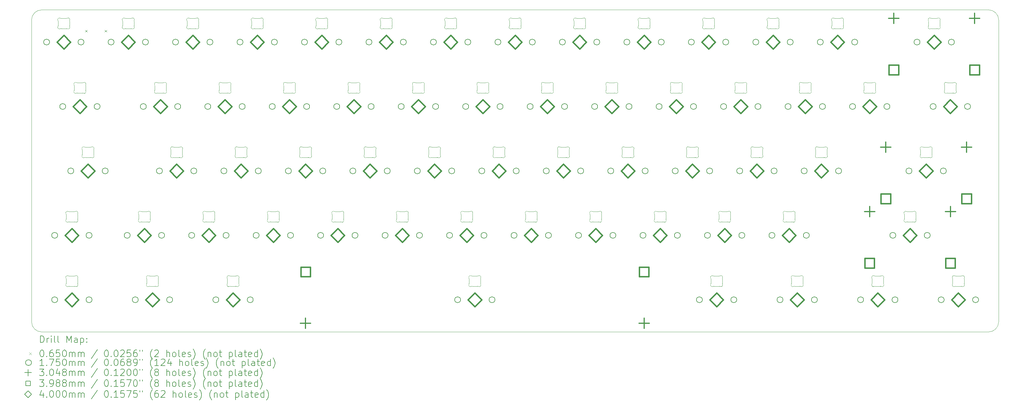
<source format=gbr>
%TF.GenerationSoftware,KiCad,Pcbnew,8.0.3*%
%TF.CreationDate,2024-11-03T20:57:04+08:00*%
%TF.ProjectId,PH60_Rev2,50483630-5f52-4657-9632-2e6b69636164,rev?*%
%TF.SameCoordinates,Original*%
%TF.FileFunction,Drillmap*%
%TF.FilePolarity,Positive*%
%FSLAX45Y45*%
G04 Gerber Fmt 4.5, Leading zero omitted, Abs format (unit mm)*
G04 Created by KiCad (PCBNEW 8.0.3) date 2024-11-03 20:57:04*
%MOMM*%
%LPD*%
G01*
G04 APERTURE LIST*
%ADD10C,0.050000*%
%ADD11C,0.100000*%
%ADD12C,0.200000*%
%ADD13C,0.175000*%
%ADD14C,0.304800*%
%ADD15C,0.398780*%
%ADD16C,0.400000*%
G04 APERTURE END LIST*
D10*
X2857500Y-3157500D02*
G75*
G02*
X3157500Y-2857500I300000J0D01*
G01*
X3157500Y-12382500D02*
G75*
G02*
X2857500Y-12082500I0J300000D01*
G01*
X3157500Y-12382500D02*
X31132500Y-12382500D01*
X31132500Y-2857500D02*
X3157500Y-2857500D01*
X31432500Y-12082500D02*
X31432500Y-3157500D01*
X2857500Y-3157500D02*
X2857500Y-12082500D01*
X31432500Y-12082500D02*
G75*
G02*
X31132500Y-12382500I-300000J0D01*
G01*
X31132500Y-2857500D02*
G75*
G02*
X31432500Y-3157500I0J-300000D01*
G01*
D11*
X14117500Y-5094716D02*
X14117500Y-5235284D01*
X14208055Y-5315000D02*
X14366945Y-5315000D01*
X14366945Y-5015000D02*
X14208055Y-5015000D01*
X14457500Y-5235284D02*
X14457500Y-5094716D01*
X14112552Y-5073028D02*
G75*
G02*
X14117501Y-5094716I-45102J-21702D01*
G01*
X14112552Y-5073028D02*
G75*
G02*
X14182829Y-5008170I45051J21688D01*
G01*
X14117500Y-5235284D02*
G75*
G02*
X14112552Y-5256972I-50042J9D01*
G01*
X14182829Y-5321830D02*
G75*
G02*
X14112552Y-5256972I-25226J43170D01*
G01*
X14182829Y-5321830D02*
G75*
G02*
X14208055Y-5315000I25226J-43171D01*
G01*
X14208055Y-5015000D02*
G75*
G02*
X14182829Y-5008170I0J50001D01*
G01*
X14366945Y-5315000D02*
G75*
G02*
X14392171Y-5321830I0J-50001D01*
G01*
X14392171Y-5008170D02*
G75*
G02*
X14366945Y-5015000I-25226J43171D01*
G01*
X14392171Y-5008170D02*
G75*
G02*
X14462448Y-5073028I25226J-43170D01*
G01*
X14457500Y-5094716D02*
G75*
G02*
X14462448Y-5073028I49999J0D01*
G01*
X14462448Y-5256972D02*
G75*
G02*
X14392171Y-5321830I-45052J-21688D01*
G01*
X14462448Y-5256972D02*
G75*
G02*
X14457500Y-5235284I45051J21688D01*
G01*
X15784375Y-10809716D02*
X15784375Y-10950284D01*
X15874930Y-11030000D02*
X16033820Y-11030000D01*
X16033820Y-10730000D02*
X15874930Y-10730000D01*
X16124375Y-10950284D02*
X16124375Y-10809716D01*
X15779427Y-10788028D02*
G75*
G02*
X15784376Y-10809716I-45102J-21702D01*
G01*
X15779427Y-10788028D02*
G75*
G02*
X15849704Y-10723170I45051J21688D01*
G01*
X15784375Y-10950284D02*
G75*
G02*
X15779427Y-10971972I-50042J9D01*
G01*
X15849704Y-11036830D02*
G75*
G02*
X15779427Y-10971972I-25226J43170D01*
G01*
X15849704Y-11036830D02*
G75*
G02*
X15874930Y-11030000I25226J-43171D01*
G01*
X15874930Y-10730000D02*
G75*
G02*
X15849704Y-10723170I0J50001D01*
G01*
X16033820Y-11030000D02*
G75*
G02*
X16059046Y-11036830I0J-50001D01*
G01*
X16059046Y-10723170D02*
G75*
G02*
X16033820Y-10730000I-25226J43171D01*
G01*
X16059046Y-10723170D02*
G75*
G02*
X16129323Y-10788028I25226J-43170D01*
G01*
X16124375Y-10809716D02*
G75*
G02*
X16129323Y-10788028I49999J0D01*
G01*
X16129323Y-10971972D02*
G75*
G02*
X16059046Y-11036830I-45052J-21688D01*
G01*
X16129323Y-10971972D02*
G75*
G02*
X16124375Y-10950284I45051J21688D01*
G01*
X29357500Y-3189716D02*
X29357500Y-3330284D01*
X29448055Y-3410000D02*
X29606945Y-3410000D01*
X29606945Y-3110000D02*
X29448055Y-3110000D01*
X29697500Y-3330284D02*
X29697500Y-3189716D01*
X29352552Y-3168028D02*
G75*
G02*
X29357501Y-3189716I-45102J-21702D01*
G01*
X29352552Y-3168028D02*
G75*
G02*
X29422829Y-3103170I45051J21688D01*
G01*
X29357500Y-3330284D02*
G75*
G02*
X29352552Y-3351972I-50042J9D01*
G01*
X29422829Y-3416830D02*
G75*
G02*
X29352552Y-3351972I-25226J43170D01*
G01*
X29422829Y-3416830D02*
G75*
G02*
X29448055Y-3410000I25226J-43171D01*
G01*
X29448055Y-3110000D02*
G75*
G02*
X29422829Y-3103170I0J50001D01*
G01*
X29606945Y-3410000D02*
G75*
G02*
X29632171Y-3416830I0J-50001D01*
G01*
X29632171Y-3103170D02*
G75*
G02*
X29606945Y-3110000I-25226J43171D01*
G01*
X29632171Y-3103170D02*
G75*
G02*
X29702448Y-3168028I25226J-43170D01*
G01*
X29697500Y-3189716D02*
G75*
G02*
X29702448Y-3168028I49999J0D01*
G01*
X29702448Y-3351972D02*
G75*
G02*
X29632171Y-3416830I-45052J-21688D01*
G01*
X29702448Y-3351972D02*
G75*
G02*
X29697500Y-3330284I45051J21688D01*
G01*
X3878125Y-10809716D02*
X3878125Y-10950284D01*
X3968680Y-11030000D02*
X4127570Y-11030000D01*
X4127570Y-10730000D02*
X3968680Y-10730000D01*
X4218125Y-10950284D02*
X4218125Y-10809716D01*
X3873177Y-10788028D02*
G75*
G02*
X3878126Y-10809716I-45102J-21702D01*
G01*
X3873177Y-10788028D02*
G75*
G02*
X3943454Y-10723170I45051J21688D01*
G01*
X3878125Y-10950284D02*
G75*
G02*
X3873177Y-10971972I-50042J9D01*
G01*
X3943454Y-11036830D02*
G75*
G02*
X3873177Y-10971972I-25226J43170D01*
G01*
X3943454Y-11036830D02*
G75*
G02*
X3968680Y-11030000I25226J-43171D01*
G01*
X3968680Y-10730000D02*
G75*
G02*
X3943454Y-10723170I0J50001D01*
G01*
X4127570Y-11030000D02*
G75*
G02*
X4152796Y-11036830I0J-50001D01*
G01*
X4152796Y-10723170D02*
G75*
G02*
X4127570Y-10730000I-25226J43171D01*
G01*
X4152796Y-10723170D02*
G75*
G02*
X4223073Y-10788028I25226J-43170D01*
G01*
X4218125Y-10809716D02*
G75*
G02*
X4223073Y-10788028I49999J0D01*
G01*
X4223073Y-10971972D02*
G75*
G02*
X4152796Y-11036830I-45052J-21688D01*
G01*
X4223073Y-10971972D02*
G75*
G02*
X4218125Y-10950284I45051J21688D01*
G01*
X8640625Y-10809716D02*
X8640625Y-10950284D01*
X8731180Y-11030000D02*
X8890070Y-11030000D01*
X8890070Y-10730000D02*
X8731180Y-10730000D01*
X8980625Y-10950284D02*
X8980625Y-10809716D01*
X8635677Y-10788028D02*
G75*
G02*
X8640626Y-10809716I-45102J-21702D01*
G01*
X8635677Y-10788028D02*
G75*
G02*
X8705954Y-10723170I45051J21688D01*
G01*
X8640625Y-10950284D02*
G75*
G02*
X8635677Y-10971972I-50042J9D01*
G01*
X8705954Y-11036830D02*
G75*
G02*
X8635677Y-10971972I-25226J43170D01*
G01*
X8705954Y-11036830D02*
G75*
G02*
X8731180Y-11030000I25226J-43171D01*
G01*
X8731180Y-10730000D02*
G75*
G02*
X8705954Y-10723170I0J50001D01*
G01*
X8890070Y-11030000D02*
G75*
G02*
X8915296Y-11036830I0J-50001D01*
G01*
X8915296Y-10723170D02*
G75*
G02*
X8890070Y-10730000I-25226J43171D01*
G01*
X8915296Y-10723170D02*
G75*
G02*
X8985573Y-10788028I25226J-43170D01*
G01*
X8980625Y-10809716D02*
G75*
G02*
X8985573Y-10788028I49999J0D01*
G01*
X8985573Y-10971972D02*
G75*
G02*
X8915296Y-11036830I-45052J-21688D01*
G01*
X8985573Y-10971972D02*
G75*
G02*
X8980625Y-10950284I45051J21688D01*
G01*
X22213750Y-6999716D02*
X22213750Y-7140284D01*
X22304305Y-7220000D02*
X22463195Y-7220000D01*
X22463195Y-6920000D02*
X22304305Y-6920000D01*
X22553750Y-7140284D02*
X22553750Y-6999716D01*
X22208802Y-6978028D02*
G75*
G02*
X22213751Y-6999716I-45102J-21702D01*
G01*
X22208802Y-6978028D02*
G75*
G02*
X22279079Y-6913170I45051J21688D01*
G01*
X22213750Y-7140284D02*
G75*
G02*
X22208802Y-7161972I-50042J9D01*
G01*
X22279079Y-7226830D02*
G75*
G02*
X22208802Y-7161972I-25226J43170D01*
G01*
X22279079Y-7226830D02*
G75*
G02*
X22304305Y-7220000I25226J-43171D01*
G01*
X22304305Y-6920000D02*
G75*
G02*
X22279079Y-6913170I0J50001D01*
G01*
X22463195Y-7220000D02*
G75*
G02*
X22488421Y-7226830I0J-50001D01*
G01*
X22488421Y-6913170D02*
G75*
G02*
X22463195Y-6920000I-25226J43171D01*
G01*
X22488421Y-6913170D02*
G75*
G02*
X22558698Y-6978028I25226J-43170D01*
G01*
X22553750Y-6999716D02*
G75*
G02*
X22558698Y-6978028I49999J0D01*
G01*
X22558698Y-7161972D02*
G75*
G02*
X22488421Y-7226830I-45052J-21688D01*
G01*
X22558698Y-7161972D02*
G75*
G02*
X22553750Y-7140284I45051J21688D01*
G01*
X20308750Y-6999716D02*
X20308750Y-7140284D01*
X20399305Y-7220000D02*
X20558195Y-7220000D01*
X20558195Y-6920000D02*
X20399305Y-6920000D01*
X20648750Y-7140284D02*
X20648750Y-6999716D01*
X20303802Y-6978028D02*
G75*
G02*
X20308751Y-6999716I-45102J-21702D01*
G01*
X20303802Y-6978028D02*
G75*
G02*
X20374079Y-6913170I45051J21688D01*
G01*
X20308750Y-7140284D02*
G75*
G02*
X20303802Y-7161972I-50042J9D01*
G01*
X20374079Y-7226830D02*
G75*
G02*
X20303802Y-7161972I-25226J43170D01*
G01*
X20374079Y-7226830D02*
G75*
G02*
X20399305Y-7220000I25226J-43171D01*
G01*
X20399305Y-6920000D02*
G75*
G02*
X20374079Y-6913170I0J50001D01*
G01*
X20558195Y-7220000D02*
G75*
G02*
X20583421Y-7226830I0J-50001D01*
G01*
X20583421Y-6913170D02*
G75*
G02*
X20558195Y-6920000I-25226J43171D01*
G01*
X20583421Y-6913170D02*
G75*
G02*
X20653698Y-6978028I25226J-43170D01*
G01*
X20648750Y-6999716D02*
G75*
G02*
X20653698Y-6978028I49999J0D01*
G01*
X20653698Y-7161972D02*
G75*
G02*
X20583421Y-7226830I-45052J-21688D01*
G01*
X20653698Y-7161972D02*
G75*
G02*
X20648750Y-7140284I45051J21688D01*
G01*
X23166250Y-8904716D02*
X23166250Y-9045284D01*
X23256805Y-9125000D02*
X23415695Y-9125000D01*
X23415695Y-8825000D02*
X23256805Y-8825000D01*
X23506250Y-9045284D02*
X23506250Y-8904716D01*
X23161302Y-8883028D02*
G75*
G02*
X23166251Y-8904716I-45102J-21702D01*
G01*
X23161302Y-8883028D02*
G75*
G02*
X23231579Y-8818170I45051J21688D01*
G01*
X23166250Y-9045284D02*
G75*
G02*
X23161302Y-9066972I-50042J9D01*
G01*
X23231579Y-9131830D02*
G75*
G02*
X23161302Y-9066972I-25226J43170D01*
G01*
X23231579Y-9131830D02*
G75*
G02*
X23256805Y-9125000I25226J-43171D01*
G01*
X23256805Y-8825000D02*
G75*
G02*
X23231579Y-8818170I0J50001D01*
G01*
X23415695Y-9125000D02*
G75*
G02*
X23440921Y-9131830I0J-50001D01*
G01*
X23440921Y-8818170D02*
G75*
G02*
X23415695Y-8825000I-25226J43171D01*
G01*
X23440921Y-8818170D02*
G75*
G02*
X23511198Y-8883028I25226J-43170D01*
G01*
X23506250Y-8904716D02*
G75*
G02*
X23511198Y-8883028I49999J0D01*
G01*
X23511198Y-9066972D02*
G75*
G02*
X23440921Y-9131830I-45052J-21688D01*
G01*
X23511198Y-9066972D02*
G75*
G02*
X23506250Y-9045284I45051J21688D01*
G01*
X7450000Y-3189716D02*
X7450000Y-3330284D01*
X7540555Y-3410000D02*
X7699445Y-3410000D01*
X7699445Y-3110000D02*
X7540555Y-3110000D01*
X7790000Y-3330284D02*
X7790000Y-3189716D01*
X7445052Y-3168028D02*
G75*
G02*
X7450001Y-3189716I-45102J-21702D01*
G01*
X7445052Y-3168028D02*
G75*
G02*
X7515329Y-3103170I45051J21688D01*
G01*
X7450000Y-3330284D02*
G75*
G02*
X7445052Y-3351972I-50042J9D01*
G01*
X7515329Y-3416830D02*
G75*
G02*
X7445052Y-3351972I-25226J43170D01*
G01*
X7515329Y-3416830D02*
G75*
G02*
X7540555Y-3410000I25226J-43171D01*
G01*
X7540555Y-3110000D02*
G75*
G02*
X7515329Y-3103170I0J50001D01*
G01*
X7699445Y-3410000D02*
G75*
G02*
X7724671Y-3416830I0J-50001D01*
G01*
X7724671Y-3103170D02*
G75*
G02*
X7699445Y-3110000I-25226J43171D01*
G01*
X7724671Y-3103170D02*
G75*
G02*
X7794948Y-3168028I25226J-43170D01*
G01*
X7790000Y-3189716D02*
G75*
G02*
X7794948Y-3168028I49999J0D01*
G01*
X7794948Y-3351972D02*
G75*
G02*
X7724671Y-3416830I-45052J-21688D01*
G01*
X7794948Y-3351972D02*
G75*
G02*
X7790000Y-3330284I45051J21688D01*
G01*
X25309375Y-10809716D02*
X25309375Y-10950284D01*
X25399930Y-11030000D02*
X25558820Y-11030000D01*
X25558820Y-10730000D02*
X25399930Y-10730000D01*
X25649375Y-10950284D02*
X25649375Y-10809716D01*
X25304427Y-10788028D02*
G75*
G02*
X25309376Y-10809716I-45102J-21702D01*
G01*
X25304427Y-10788028D02*
G75*
G02*
X25374704Y-10723170I45051J21688D01*
G01*
X25309375Y-10950284D02*
G75*
G02*
X25304427Y-10971972I-50042J9D01*
G01*
X25374704Y-11036830D02*
G75*
G02*
X25304427Y-10971972I-25226J43170D01*
G01*
X25374704Y-11036830D02*
G75*
G02*
X25399930Y-11030000I25226J-43171D01*
G01*
X25399930Y-10730000D02*
G75*
G02*
X25374704Y-10723170I0J50001D01*
G01*
X25558820Y-11030000D02*
G75*
G02*
X25584046Y-11036830I0J-50001D01*
G01*
X25584046Y-10723170D02*
G75*
G02*
X25558820Y-10730000I-25226J43171D01*
G01*
X25584046Y-10723170D02*
G75*
G02*
X25654323Y-10788028I25226J-43170D01*
G01*
X25649375Y-10809716D02*
G75*
G02*
X25654323Y-10788028I49999J0D01*
G01*
X25654323Y-10971972D02*
G75*
G02*
X25584046Y-11036830I-45052J-21688D01*
G01*
X25654323Y-10971972D02*
G75*
G02*
X25649375Y-10950284I45051J21688D01*
G01*
X11260000Y-3189716D02*
X11260000Y-3330284D01*
X11350555Y-3410000D02*
X11509445Y-3410000D01*
X11509445Y-3110000D02*
X11350555Y-3110000D01*
X11600000Y-3330284D02*
X11600000Y-3189716D01*
X11255052Y-3168028D02*
G75*
G02*
X11260001Y-3189716I-45102J-21702D01*
G01*
X11255052Y-3168028D02*
G75*
G02*
X11325329Y-3103170I45051J21688D01*
G01*
X11260000Y-3330284D02*
G75*
G02*
X11255052Y-3351972I-50042J9D01*
G01*
X11325329Y-3416830D02*
G75*
G02*
X11255052Y-3351972I-25226J43170D01*
G01*
X11325329Y-3416830D02*
G75*
G02*
X11350555Y-3410000I25226J-43171D01*
G01*
X11350555Y-3110000D02*
G75*
G02*
X11325329Y-3103170I0J50001D01*
G01*
X11509445Y-3410000D02*
G75*
G02*
X11534671Y-3416830I0J-50001D01*
G01*
X11534671Y-3103170D02*
G75*
G02*
X11509445Y-3110000I-25226J43171D01*
G01*
X11534671Y-3103170D02*
G75*
G02*
X11604948Y-3168028I25226J-43170D01*
G01*
X11600000Y-3189716D02*
G75*
G02*
X11604948Y-3168028I49999J0D01*
G01*
X11604948Y-3351972D02*
G75*
G02*
X11534671Y-3416830I-45052J-21688D01*
G01*
X11604948Y-3351972D02*
G75*
G02*
X11600000Y-3330284I45051J21688D01*
G01*
X6497500Y-5094716D02*
X6497500Y-5235284D01*
X6588055Y-5315000D02*
X6746945Y-5315000D01*
X6746945Y-5015000D02*
X6588055Y-5015000D01*
X6837500Y-5235284D02*
X6837500Y-5094716D01*
X6492552Y-5073028D02*
G75*
G02*
X6497501Y-5094716I-45102J-21702D01*
G01*
X6492552Y-5073028D02*
G75*
G02*
X6562829Y-5008170I45051J21688D01*
G01*
X6497500Y-5235284D02*
G75*
G02*
X6492552Y-5256972I-50042J9D01*
G01*
X6562829Y-5321830D02*
G75*
G02*
X6492552Y-5256972I-25226J43170D01*
G01*
X6562829Y-5321830D02*
G75*
G02*
X6588055Y-5315000I25226J-43171D01*
G01*
X6588055Y-5015000D02*
G75*
G02*
X6562829Y-5008170I0J50001D01*
G01*
X6746945Y-5315000D02*
G75*
G02*
X6772171Y-5321830I0J-50001D01*
G01*
X6772171Y-5008170D02*
G75*
G02*
X6746945Y-5015000I-25226J43171D01*
G01*
X6772171Y-5008170D02*
G75*
G02*
X6842448Y-5073028I25226J-43170D01*
G01*
X6837500Y-5094716D02*
G75*
G02*
X6842448Y-5073028I49999J0D01*
G01*
X6842448Y-5256972D02*
G75*
G02*
X6772171Y-5321830I-45052J-21688D01*
G01*
X6842448Y-5256972D02*
G75*
G02*
X6837500Y-5235284I45051J21688D01*
G01*
X21737500Y-5094716D02*
X21737500Y-5235284D01*
X21828055Y-5315000D02*
X21986945Y-5315000D01*
X21986945Y-5015000D02*
X21828055Y-5015000D01*
X22077500Y-5235284D02*
X22077500Y-5094716D01*
X21732552Y-5073028D02*
G75*
G02*
X21737501Y-5094716I-45102J-21702D01*
G01*
X21732552Y-5073028D02*
G75*
G02*
X21802829Y-5008170I45051J21688D01*
G01*
X21737500Y-5235284D02*
G75*
G02*
X21732552Y-5256972I-50042J9D01*
G01*
X21802829Y-5321830D02*
G75*
G02*
X21732552Y-5256972I-25226J43170D01*
G01*
X21802829Y-5321830D02*
G75*
G02*
X21828055Y-5315000I25226J-43171D01*
G01*
X21828055Y-5015000D02*
G75*
G02*
X21802829Y-5008170I0J50001D01*
G01*
X21986945Y-5315000D02*
G75*
G02*
X22012171Y-5321830I0J-50001D01*
G01*
X22012171Y-5008170D02*
G75*
G02*
X21986945Y-5015000I-25226J43171D01*
G01*
X22012171Y-5008170D02*
G75*
G02*
X22082448Y-5073028I25226J-43170D01*
G01*
X22077500Y-5094716D02*
G75*
G02*
X22082448Y-5073028I49999J0D01*
G01*
X22082448Y-5256972D02*
G75*
G02*
X22012171Y-5321830I-45052J-21688D01*
G01*
X22082448Y-5256972D02*
G75*
G02*
X22077500Y-5235284I45051J21688D01*
G01*
X10307500Y-5094716D02*
X10307500Y-5235284D01*
X10398055Y-5315000D02*
X10556945Y-5315000D01*
X10556945Y-5015000D02*
X10398055Y-5015000D01*
X10647500Y-5235284D02*
X10647500Y-5094716D01*
X10302552Y-5073028D02*
G75*
G02*
X10307501Y-5094716I-45102J-21702D01*
G01*
X10302552Y-5073028D02*
G75*
G02*
X10372829Y-5008170I45051J21688D01*
G01*
X10307500Y-5235284D02*
G75*
G02*
X10302552Y-5256972I-50042J9D01*
G01*
X10372829Y-5321830D02*
G75*
G02*
X10302552Y-5256972I-25226J43170D01*
G01*
X10372829Y-5321830D02*
G75*
G02*
X10398055Y-5315000I25226J-43171D01*
G01*
X10398055Y-5015000D02*
G75*
G02*
X10372829Y-5008170I0J50001D01*
G01*
X10556945Y-5315000D02*
G75*
G02*
X10582171Y-5321830I0J-50001D01*
G01*
X10582171Y-5008170D02*
G75*
G02*
X10556945Y-5015000I-25226J43171D01*
G01*
X10582171Y-5008170D02*
G75*
G02*
X10652448Y-5073028I25226J-43170D01*
G01*
X10647500Y-5094716D02*
G75*
G02*
X10652448Y-5073028I49999J0D01*
G01*
X10652448Y-5256972D02*
G75*
G02*
X10582171Y-5321830I-45052J-21688D01*
G01*
X10652448Y-5256972D02*
G75*
G02*
X10647500Y-5235284I45051J21688D01*
G01*
X27452500Y-5094716D02*
X27452500Y-5235284D01*
X27543055Y-5315000D02*
X27701945Y-5315000D01*
X27701945Y-5015000D02*
X27543055Y-5015000D01*
X27792500Y-5235284D02*
X27792500Y-5094716D01*
X27447552Y-5073028D02*
G75*
G02*
X27452501Y-5094716I-45102J-21702D01*
G01*
X27447552Y-5073028D02*
G75*
G02*
X27517829Y-5008170I45051J21688D01*
G01*
X27452500Y-5235284D02*
G75*
G02*
X27447552Y-5256972I-50042J9D01*
G01*
X27517829Y-5321830D02*
G75*
G02*
X27447552Y-5256972I-25226J43170D01*
G01*
X27517829Y-5321830D02*
G75*
G02*
X27543055Y-5315000I25226J-43171D01*
G01*
X27543055Y-5015000D02*
G75*
G02*
X27517829Y-5008170I0J50001D01*
G01*
X27701945Y-5315000D02*
G75*
G02*
X27727171Y-5321830I0J-50001D01*
G01*
X27727171Y-5008170D02*
G75*
G02*
X27701945Y-5015000I-25226J43171D01*
G01*
X27727171Y-5008170D02*
G75*
G02*
X27797448Y-5073028I25226J-43170D01*
G01*
X27792500Y-5094716D02*
G75*
G02*
X27797448Y-5073028I49999J0D01*
G01*
X27797448Y-5256972D02*
G75*
G02*
X27727171Y-5321830I-45052J-21688D01*
G01*
X27797448Y-5256972D02*
G75*
G02*
X27792500Y-5235284I45051J21688D01*
G01*
X14593750Y-6999716D02*
X14593750Y-7140284D01*
X14684305Y-7220000D02*
X14843195Y-7220000D01*
X14843195Y-6920000D02*
X14684305Y-6920000D01*
X14933750Y-7140284D02*
X14933750Y-6999716D01*
X14588802Y-6978028D02*
G75*
G02*
X14593751Y-6999716I-45102J-21702D01*
G01*
X14588802Y-6978028D02*
G75*
G02*
X14659079Y-6913170I45051J21688D01*
G01*
X14593750Y-7140284D02*
G75*
G02*
X14588802Y-7161972I-50042J9D01*
G01*
X14659079Y-7226830D02*
G75*
G02*
X14588802Y-7161972I-25226J43170D01*
G01*
X14659079Y-7226830D02*
G75*
G02*
X14684305Y-7220000I25226J-43171D01*
G01*
X14684305Y-6920000D02*
G75*
G02*
X14659079Y-6913170I0J50001D01*
G01*
X14843195Y-7220000D02*
G75*
G02*
X14868421Y-7226830I0J-50001D01*
G01*
X14868421Y-6913170D02*
G75*
G02*
X14843195Y-6920000I-25226J43171D01*
G01*
X14868421Y-6913170D02*
G75*
G02*
X14938698Y-6978028I25226J-43170D01*
G01*
X14933750Y-6999716D02*
G75*
G02*
X14938698Y-6978028I49999J0D01*
G01*
X14938698Y-7161972D02*
G75*
G02*
X14868421Y-7226830I-45052J-21688D01*
G01*
X14938698Y-7161972D02*
G75*
G02*
X14933750Y-7140284I45051J21688D01*
G01*
X13641250Y-8904716D02*
X13641250Y-9045284D01*
X13731805Y-9125000D02*
X13890695Y-9125000D01*
X13890695Y-8825000D02*
X13731805Y-8825000D01*
X13981250Y-9045284D02*
X13981250Y-8904716D01*
X13636302Y-8883028D02*
G75*
G02*
X13641251Y-8904716I-45102J-21702D01*
G01*
X13636302Y-8883028D02*
G75*
G02*
X13706579Y-8818170I45051J21688D01*
G01*
X13641250Y-9045284D02*
G75*
G02*
X13636302Y-9066972I-50042J9D01*
G01*
X13706579Y-9131830D02*
G75*
G02*
X13636302Y-9066972I-25226J43170D01*
G01*
X13706579Y-9131830D02*
G75*
G02*
X13731805Y-9125000I25226J-43171D01*
G01*
X13731805Y-8825000D02*
G75*
G02*
X13706579Y-8818170I0J50001D01*
G01*
X13890695Y-9125000D02*
G75*
G02*
X13915921Y-9131830I0J-50001D01*
G01*
X13915921Y-8818170D02*
G75*
G02*
X13890695Y-8825000I-25226J43171D01*
G01*
X13915921Y-8818170D02*
G75*
G02*
X13986198Y-8883028I25226J-43170D01*
G01*
X13981250Y-8904716D02*
G75*
G02*
X13986198Y-8883028I49999J0D01*
G01*
X13986198Y-9066972D02*
G75*
G02*
X13915921Y-9131830I-45052J-21688D01*
G01*
X13986198Y-9066972D02*
G75*
G02*
X13981250Y-9045284I45051J21688D01*
G01*
X4354375Y-6999716D02*
X4354375Y-7140284D01*
X4444930Y-7220000D02*
X4603820Y-7220000D01*
X4603820Y-6920000D02*
X4444930Y-6920000D01*
X4694375Y-7140284D02*
X4694375Y-6999716D01*
X4349427Y-6978028D02*
G75*
G02*
X4354376Y-6999716I-45102J-21702D01*
G01*
X4349427Y-6978028D02*
G75*
G02*
X4419704Y-6913170I45051J21688D01*
G01*
X4354375Y-7140284D02*
G75*
G02*
X4349427Y-7161972I-50042J9D01*
G01*
X4419704Y-7226830D02*
G75*
G02*
X4349427Y-7161972I-25226J43170D01*
G01*
X4419704Y-7226830D02*
G75*
G02*
X4444930Y-7220000I25226J-43171D01*
G01*
X4444930Y-6920000D02*
G75*
G02*
X4419704Y-6913170I0J50001D01*
G01*
X4603820Y-7220000D02*
G75*
G02*
X4629046Y-7226830I0J-50001D01*
G01*
X4629046Y-6913170D02*
G75*
G02*
X4603820Y-6920000I-25226J43171D01*
G01*
X4629046Y-6913170D02*
G75*
G02*
X4699323Y-6978028I25226J-43170D01*
G01*
X4694375Y-6999716D02*
G75*
G02*
X4699323Y-6978028I49999J0D01*
G01*
X4699323Y-7161972D02*
G75*
G02*
X4629046Y-7226830I-45052J-21688D01*
G01*
X4699323Y-7161972D02*
G75*
G02*
X4694375Y-7140284I45051J21688D01*
G01*
X15070000Y-3189716D02*
X15070000Y-3330284D01*
X15160555Y-3410000D02*
X15319445Y-3410000D01*
X15319445Y-3110000D02*
X15160555Y-3110000D01*
X15410000Y-3330284D02*
X15410000Y-3189716D01*
X15065052Y-3168028D02*
G75*
G02*
X15070001Y-3189716I-45102J-21702D01*
G01*
X15065052Y-3168028D02*
G75*
G02*
X15135329Y-3103170I45051J21688D01*
G01*
X15070000Y-3330284D02*
G75*
G02*
X15065052Y-3351972I-50042J9D01*
G01*
X15135329Y-3416830D02*
G75*
G02*
X15065052Y-3351972I-25226J43170D01*
G01*
X15135329Y-3416830D02*
G75*
G02*
X15160555Y-3410000I25226J-43171D01*
G01*
X15160555Y-3110000D02*
G75*
G02*
X15135329Y-3103170I0J50001D01*
G01*
X15319445Y-3410000D02*
G75*
G02*
X15344671Y-3416830I0J-50001D01*
G01*
X15344671Y-3103170D02*
G75*
G02*
X15319445Y-3110000I-25226J43171D01*
G01*
X15344671Y-3103170D02*
G75*
G02*
X15414948Y-3168028I25226J-43170D01*
G01*
X15410000Y-3189716D02*
G75*
G02*
X15414948Y-3168028I49999J0D01*
G01*
X15414948Y-3351972D02*
G75*
G02*
X15344671Y-3416830I-45052J-21688D01*
G01*
X15414948Y-3351972D02*
G75*
G02*
X15410000Y-3330284I45051J21688D01*
G01*
X15546250Y-8904716D02*
X15546250Y-9045284D01*
X15636805Y-9125000D02*
X15795695Y-9125000D01*
X15795695Y-8825000D02*
X15636805Y-8825000D01*
X15886250Y-9045284D02*
X15886250Y-8904716D01*
X15541302Y-8883028D02*
G75*
G02*
X15546251Y-8904716I-45102J-21702D01*
G01*
X15541302Y-8883028D02*
G75*
G02*
X15611579Y-8818170I45051J21688D01*
G01*
X15546250Y-9045284D02*
G75*
G02*
X15541302Y-9066972I-50042J9D01*
G01*
X15611579Y-9131830D02*
G75*
G02*
X15541302Y-9066972I-25226J43170D01*
G01*
X15611579Y-9131830D02*
G75*
G02*
X15636805Y-9125000I25226J-43171D01*
G01*
X15636805Y-8825000D02*
G75*
G02*
X15611579Y-8818170I0J50001D01*
G01*
X15795695Y-9125000D02*
G75*
G02*
X15820921Y-9131830I0J-50001D01*
G01*
X15820921Y-8818170D02*
G75*
G02*
X15795695Y-8825000I-25226J43171D01*
G01*
X15820921Y-8818170D02*
G75*
G02*
X15891198Y-8883028I25226J-43170D01*
G01*
X15886250Y-8904716D02*
G75*
G02*
X15891198Y-8883028I49999J0D01*
G01*
X15891198Y-9066972D02*
G75*
G02*
X15820921Y-9131830I-45052J-21688D01*
G01*
X15891198Y-9066972D02*
G75*
G02*
X15886250Y-9045284I45051J21688D01*
G01*
X9355000Y-3189716D02*
X9355000Y-3330284D01*
X9445555Y-3410000D02*
X9604445Y-3410000D01*
X9604445Y-3110000D02*
X9445555Y-3110000D01*
X9695000Y-3330284D02*
X9695000Y-3189716D01*
X9350052Y-3168028D02*
G75*
G02*
X9355001Y-3189716I-45102J-21702D01*
G01*
X9350052Y-3168028D02*
G75*
G02*
X9420329Y-3103170I45051J21688D01*
G01*
X9355000Y-3330284D02*
G75*
G02*
X9350052Y-3351972I-50042J9D01*
G01*
X9420329Y-3416830D02*
G75*
G02*
X9350052Y-3351972I-25226J43170D01*
G01*
X9420329Y-3416830D02*
G75*
G02*
X9445555Y-3410000I25226J-43171D01*
G01*
X9445555Y-3110000D02*
G75*
G02*
X9420329Y-3103170I0J50001D01*
G01*
X9604445Y-3410000D02*
G75*
G02*
X9629671Y-3416830I0J-50001D01*
G01*
X9629671Y-3103170D02*
G75*
G02*
X9604445Y-3110000I-25226J43171D01*
G01*
X9629671Y-3103170D02*
G75*
G02*
X9699948Y-3168028I25226J-43170D01*
G01*
X9695000Y-3189716D02*
G75*
G02*
X9699948Y-3168028I49999J0D01*
G01*
X9699948Y-3351972D02*
G75*
G02*
X9629671Y-3416830I-45052J-21688D01*
G01*
X9699948Y-3351972D02*
G75*
G02*
X9695000Y-3330284I45051J21688D01*
G01*
X8402500Y-5094716D02*
X8402500Y-5235284D01*
X8493055Y-5315000D02*
X8651945Y-5315000D01*
X8651945Y-5015000D02*
X8493055Y-5015000D01*
X8742500Y-5235284D02*
X8742500Y-5094716D01*
X8397552Y-5073028D02*
G75*
G02*
X8402501Y-5094716I-45102J-21702D01*
G01*
X8397552Y-5073028D02*
G75*
G02*
X8467829Y-5008170I45051J21688D01*
G01*
X8402500Y-5235284D02*
G75*
G02*
X8397552Y-5256972I-50042J9D01*
G01*
X8467829Y-5321830D02*
G75*
G02*
X8397552Y-5256972I-25226J43170D01*
G01*
X8467829Y-5321830D02*
G75*
G02*
X8493055Y-5315000I25226J-43171D01*
G01*
X8493055Y-5015000D02*
G75*
G02*
X8467829Y-5008170I0J50001D01*
G01*
X8651945Y-5315000D02*
G75*
G02*
X8677171Y-5321830I0J-50001D01*
G01*
X8677171Y-5008170D02*
G75*
G02*
X8651945Y-5015000I-25226J43171D01*
G01*
X8677171Y-5008170D02*
G75*
G02*
X8747448Y-5073028I25226J-43170D01*
G01*
X8742500Y-5094716D02*
G75*
G02*
X8747448Y-5073028I49999J0D01*
G01*
X8747448Y-5256972D02*
G75*
G02*
X8677171Y-5321830I-45052J-21688D01*
G01*
X8747448Y-5256972D02*
G75*
G02*
X8742500Y-5235284I45051J21688D01*
G01*
X18880000Y-3189716D02*
X18880000Y-3330284D01*
X18970555Y-3410000D02*
X19129445Y-3410000D01*
X19129445Y-3110000D02*
X18970555Y-3110000D01*
X19220000Y-3330284D02*
X19220000Y-3189716D01*
X18875052Y-3168028D02*
G75*
G02*
X18880001Y-3189716I-45102J-21702D01*
G01*
X18875052Y-3168028D02*
G75*
G02*
X18945329Y-3103170I45051J21688D01*
G01*
X18880000Y-3330284D02*
G75*
G02*
X18875052Y-3351972I-50042J9D01*
G01*
X18945329Y-3416830D02*
G75*
G02*
X18875052Y-3351972I-25226J43170D01*
G01*
X18945329Y-3416830D02*
G75*
G02*
X18970555Y-3410000I25226J-43171D01*
G01*
X18970555Y-3110000D02*
G75*
G02*
X18945329Y-3103170I0J50001D01*
G01*
X19129445Y-3410000D02*
G75*
G02*
X19154671Y-3416830I0J-50001D01*
G01*
X19154671Y-3103170D02*
G75*
G02*
X19129445Y-3110000I-25226J43171D01*
G01*
X19154671Y-3103170D02*
G75*
G02*
X19224948Y-3168028I25226J-43170D01*
G01*
X19220000Y-3189716D02*
G75*
G02*
X19224948Y-3168028I49999J0D01*
G01*
X19224948Y-3351972D02*
G75*
G02*
X19154671Y-3416830I-45052J-21688D01*
G01*
X19224948Y-3351972D02*
G75*
G02*
X19220000Y-3330284I45051J21688D01*
G01*
X22928125Y-10809716D02*
X22928125Y-10950284D01*
X23018680Y-11030000D02*
X23177570Y-11030000D01*
X23177570Y-10730000D02*
X23018680Y-10730000D01*
X23268125Y-10950284D02*
X23268125Y-10809716D01*
X22923177Y-10788028D02*
G75*
G02*
X22928126Y-10809716I-45102J-21702D01*
G01*
X22923177Y-10788028D02*
G75*
G02*
X22993454Y-10723170I45051J21688D01*
G01*
X22928125Y-10950284D02*
G75*
G02*
X22923177Y-10971972I-50042J9D01*
G01*
X22993454Y-11036830D02*
G75*
G02*
X22923177Y-10971972I-25226J43170D01*
G01*
X22993454Y-11036830D02*
G75*
G02*
X23018680Y-11030000I25226J-43171D01*
G01*
X23018680Y-10730000D02*
G75*
G02*
X22993454Y-10723170I0J50001D01*
G01*
X23177570Y-11030000D02*
G75*
G02*
X23202796Y-11036830I0J-50001D01*
G01*
X23202796Y-10723170D02*
G75*
G02*
X23177570Y-10730000I-25226J43171D01*
G01*
X23202796Y-10723170D02*
G75*
G02*
X23273073Y-10788028I25226J-43170D01*
G01*
X23268125Y-10809716D02*
G75*
G02*
X23273073Y-10788028I49999J0D01*
G01*
X23273073Y-10971972D02*
G75*
G02*
X23202796Y-11036830I-45052J-21688D01*
G01*
X23273073Y-10971972D02*
G75*
G02*
X23268125Y-10950284I45051J21688D01*
G01*
X16498750Y-6999716D02*
X16498750Y-7140284D01*
X16589305Y-7220000D02*
X16748195Y-7220000D01*
X16748195Y-6920000D02*
X16589305Y-6920000D01*
X16838750Y-7140284D02*
X16838750Y-6999716D01*
X16493802Y-6978028D02*
G75*
G02*
X16498751Y-6999716I-45102J-21702D01*
G01*
X16493802Y-6978028D02*
G75*
G02*
X16564079Y-6913170I45051J21688D01*
G01*
X16498750Y-7140284D02*
G75*
G02*
X16493802Y-7161972I-50042J9D01*
G01*
X16564079Y-7226830D02*
G75*
G02*
X16493802Y-7161972I-25226J43170D01*
G01*
X16564079Y-7226830D02*
G75*
G02*
X16589305Y-7220000I25226J-43171D01*
G01*
X16589305Y-6920000D02*
G75*
G02*
X16564079Y-6913170I0J50001D01*
G01*
X16748195Y-7220000D02*
G75*
G02*
X16773421Y-7226830I0J-50001D01*
G01*
X16773421Y-6913170D02*
G75*
G02*
X16748195Y-6920000I-25226J43171D01*
G01*
X16773421Y-6913170D02*
G75*
G02*
X16843698Y-6978028I25226J-43170D01*
G01*
X16838750Y-6999716D02*
G75*
G02*
X16843698Y-6978028I49999J0D01*
G01*
X16843698Y-7161972D02*
G75*
G02*
X16773421Y-7226830I-45052J-21688D01*
G01*
X16843698Y-7161972D02*
G75*
G02*
X16838750Y-7140284I45051J21688D01*
G01*
X11736250Y-8904716D02*
X11736250Y-9045284D01*
X11826805Y-9125000D02*
X11985695Y-9125000D01*
X11985695Y-8825000D02*
X11826805Y-8825000D01*
X12076250Y-9045284D02*
X12076250Y-8904716D01*
X11731302Y-8883028D02*
G75*
G02*
X11736251Y-8904716I-45102J-21702D01*
G01*
X11731302Y-8883028D02*
G75*
G02*
X11801579Y-8818170I45051J21688D01*
G01*
X11736250Y-9045284D02*
G75*
G02*
X11731302Y-9066972I-50042J9D01*
G01*
X11801579Y-9131830D02*
G75*
G02*
X11731302Y-9066972I-25226J43170D01*
G01*
X11801579Y-9131830D02*
G75*
G02*
X11826805Y-9125000I25226J-43171D01*
G01*
X11826805Y-8825000D02*
G75*
G02*
X11801579Y-8818170I0J50001D01*
G01*
X11985695Y-9125000D02*
G75*
G02*
X12010921Y-9131830I0J-50001D01*
G01*
X12010921Y-8818170D02*
G75*
G02*
X11985695Y-8825000I-25226J43171D01*
G01*
X12010921Y-8818170D02*
G75*
G02*
X12081198Y-8883028I25226J-43170D01*
G01*
X12076250Y-8904716D02*
G75*
G02*
X12081198Y-8883028I49999J0D01*
G01*
X12081198Y-9066972D02*
G75*
G02*
X12010921Y-9131830I-45052J-21688D01*
G01*
X12081198Y-9066972D02*
G75*
G02*
X12076250Y-9045284I45051J21688D01*
G01*
X7926250Y-8904716D02*
X7926250Y-9045284D01*
X8016805Y-9125000D02*
X8175695Y-9125000D01*
X8175695Y-8825000D02*
X8016805Y-8825000D01*
X8266250Y-9045284D02*
X8266250Y-8904716D01*
X7921302Y-8883028D02*
G75*
G02*
X7926251Y-8904716I-45102J-21702D01*
G01*
X7921302Y-8883028D02*
G75*
G02*
X7991579Y-8818170I45051J21688D01*
G01*
X7926250Y-9045284D02*
G75*
G02*
X7921302Y-9066972I-50042J9D01*
G01*
X7991579Y-9131830D02*
G75*
G02*
X7921302Y-9066972I-25226J43170D01*
G01*
X7991579Y-9131830D02*
G75*
G02*
X8016805Y-9125000I25226J-43171D01*
G01*
X8016805Y-8825000D02*
G75*
G02*
X7991579Y-8818170I0J50001D01*
G01*
X8175695Y-9125000D02*
G75*
G02*
X8200921Y-9131830I0J-50001D01*
G01*
X8200921Y-8818170D02*
G75*
G02*
X8175695Y-8825000I-25226J43171D01*
G01*
X8200921Y-8818170D02*
G75*
G02*
X8271198Y-8883028I25226J-43170D01*
G01*
X8266250Y-8904716D02*
G75*
G02*
X8271198Y-8883028I49999J0D01*
G01*
X8271198Y-9066972D02*
G75*
G02*
X8200921Y-9131830I-45052J-21688D01*
G01*
X8271198Y-9066972D02*
G75*
G02*
X8266250Y-9045284I45051J21688D01*
G01*
X19832500Y-5094716D02*
X19832500Y-5235284D01*
X19923055Y-5315000D02*
X20081945Y-5315000D01*
X20081945Y-5015000D02*
X19923055Y-5015000D01*
X20172500Y-5235284D02*
X20172500Y-5094716D01*
X19827552Y-5073028D02*
G75*
G02*
X19832501Y-5094716I-45102J-21702D01*
G01*
X19827552Y-5073028D02*
G75*
G02*
X19897829Y-5008170I45051J21688D01*
G01*
X19832500Y-5235284D02*
G75*
G02*
X19827552Y-5256972I-50042J9D01*
G01*
X19897829Y-5321830D02*
G75*
G02*
X19827552Y-5256972I-25226J43170D01*
G01*
X19897829Y-5321830D02*
G75*
G02*
X19923055Y-5315000I25226J-43171D01*
G01*
X19923055Y-5015000D02*
G75*
G02*
X19897829Y-5008170I0J50001D01*
G01*
X20081945Y-5315000D02*
G75*
G02*
X20107171Y-5321830I0J-50001D01*
G01*
X20107171Y-5008170D02*
G75*
G02*
X20081945Y-5015000I-25226J43171D01*
G01*
X20107171Y-5008170D02*
G75*
G02*
X20177448Y-5073028I25226J-43170D01*
G01*
X20172500Y-5094716D02*
G75*
G02*
X20177448Y-5073028I49999J0D01*
G01*
X20177448Y-5256972D02*
G75*
G02*
X20107171Y-5321830I-45052J-21688D01*
G01*
X20177448Y-5256972D02*
G75*
G02*
X20172500Y-5235284I45051J21688D01*
G01*
X19356250Y-8904716D02*
X19356250Y-9045284D01*
X19446805Y-9125000D02*
X19605695Y-9125000D01*
X19605695Y-8825000D02*
X19446805Y-8825000D01*
X19696250Y-9045284D02*
X19696250Y-8904716D01*
X19351302Y-8883028D02*
G75*
G02*
X19356251Y-8904716I-45102J-21702D01*
G01*
X19351302Y-8883028D02*
G75*
G02*
X19421579Y-8818170I45051J21688D01*
G01*
X19356250Y-9045284D02*
G75*
G02*
X19351302Y-9066972I-50042J9D01*
G01*
X19421579Y-9131830D02*
G75*
G02*
X19351302Y-9066972I-25226J43170D01*
G01*
X19421579Y-9131830D02*
G75*
G02*
X19446805Y-9125000I25226J-43171D01*
G01*
X19446805Y-8825000D02*
G75*
G02*
X19421579Y-8818170I0J50001D01*
G01*
X19605695Y-9125000D02*
G75*
G02*
X19630921Y-9131830I0J-50001D01*
G01*
X19630921Y-8818170D02*
G75*
G02*
X19605695Y-8825000I-25226J43171D01*
G01*
X19630921Y-8818170D02*
G75*
G02*
X19701198Y-8883028I25226J-43170D01*
G01*
X19696250Y-8904716D02*
G75*
G02*
X19701198Y-8883028I49999J0D01*
G01*
X19701198Y-9066972D02*
G75*
G02*
X19630921Y-9131830I-45052J-21688D01*
G01*
X19701198Y-9066972D02*
G75*
G02*
X19696250Y-9045284I45051J21688D01*
G01*
X12688750Y-6999716D02*
X12688750Y-7140284D01*
X12779305Y-7220000D02*
X12938195Y-7220000D01*
X12938195Y-6920000D02*
X12779305Y-6920000D01*
X13028750Y-7140284D02*
X13028750Y-6999716D01*
X12683802Y-6978028D02*
G75*
G02*
X12688751Y-6999716I-45102J-21702D01*
G01*
X12683802Y-6978028D02*
G75*
G02*
X12754079Y-6913170I45051J21688D01*
G01*
X12688750Y-7140284D02*
G75*
G02*
X12683802Y-7161972I-50042J9D01*
G01*
X12754079Y-7226830D02*
G75*
G02*
X12683802Y-7161972I-25226J43170D01*
G01*
X12754079Y-7226830D02*
G75*
G02*
X12779305Y-7220000I25226J-43171D01*
G01*
X12779305Y-6920000D02*
G75*
G02*
X12754079Y-6913170I0J50001D01*
G01*
X12938195Y-7220000D02*
G75*
G02*
X12963421Y-7226830I0J-50001D01*
G01*
X12963421Y-6913170D02*
G75*
G02*
X12938195Y-6920000I-25226J43171D01*
G01*
X12963421Y-6913170D02*
G75*
G02*
X13033698Y-6978028I25226J-43170D01*
G01*
X13028750Y-6999716D02*
G75*
G02*
X13033698Y-6978028I49999J0D01*
G01*
X13033698Y-7161972D02*
G75*
G02*
X12963421Y-7226830I-45052J-21688D01*
G01*
X13033698Y-7161972D02*
G75*
G02*
X13028750Y-7140284I45051J21688D01*
G01*
X25547500Y-5094716D02*
X25547500Y-5235284D01*
X25638055Y-5315000D02*
X25796945Y-5315000D01*
X25796945Y-5015000D02*
X25638055Y-5015000D01*
X25887500Y-5235284D02*
X25887500Y-5094716D01*
X25542552Y-5073028D02*
G75*
G02*
X25547501Y-5094716I-45102J-21702D01*
G01*
X25542552Y-5073028D02*
G75*
G02*
X25612829Y-5008170I45051J21688D01*
G01*
X25547500Y-5235284D02*
G75*
G02*
X25542552Y-5256972I-50042J9D01*
G01*
X25612829Y-5321830D02*
G75*
G02*
X25542552Y-5256972I-25226J43170D01*
G01*
X25612829Y-5321830D02*
G75*
G02*
X25638055Y-5315000I25226J-43171D01*
G01*
X25638055Y-5015000D02*
G75*
G02*
X25612829Y-5008170I0J50001D01*
G01*
X25796945Y-5315000D02*
G75*
G02*
X25822171Y-5321830I0J-50001D01*
G01*
X25822171Y-5008170D02*
G75*
G02*
X25796945Y-5015000I-25226J43171D01*
G01*
X25822171Y-5008170D02*
G75*
G02*
X25892448Y-5073028I25226J-43170D01*
G01*
X25887500Y-5094716D02*
G75*
G02*
X25892448Y-5073028I49999J0D01*
G01*
X25892448Y-5256972D02*
G75*
G02*
X25822171Y-5321830I-45052J-21688D01*
G01*
X25892448Y-5256972D02*
G75*
G02*
X25887500Y-5235284I45051J21688D01*
G01*
X27690625Y-10809716D02*
X27690625Y-10950284D01*
X27781180Y-11030000D02*
X27940070Y-11030000D01*
X27940070Y-10730000D02*
X27781180Y-10730000D01*
X28030625Y-10950284D02*
X28030625Y-10809716D01*
X27685677Y-10788028D02*
G75*
G02*
X27690626Y-10809716I-45102J-21702D01*
G01*
X27685677Y-10788028D02*
G75*
G02*
X27755954Y-10723170I45051J21688D01*
G01*
X27690625Y-10950284D02*
G75*
G02*
X27685677Y-10971972I-50042J9D01*
G01*
X27755954Y-11036830D02*
G75*
G02*
X27685677Y-10971972I-25226J43170D01*
G01*
X27755954Y-11036830D02*
G75*
G02*
X27781180Y-11030000I25226J-43171D01*
G01*
X27781180Y-10730000D02*
G75*
G02*
X27755954Y-10723170I0J50001D01*
G01*
X27940070Y-11030000D02*
G75*
G02*
X27965296Y-11036830I0J-50001D01*
G01*
X27965296Y-10723170D02*
G75*
G02*
X27940070Y-10730000I-25226J43171D01*
G01*
X27965296Y-10723170D02*
G75*
G02*
X28035573Y-10788028I25226J-43170D01*
G01*
X28030625Y-10809716D02*
G75*
G02*
X28035573Y-10788028I49999J0D01*
G01*
X28035573Y-10971972D02*
G75*
G02*
X27965296Y-11036830I-45052J-21688D01*
G01*
X28035573Y-10971972D02*
G75*
G02*
X28030625Y-10950284I45051J21688D01*
G01*
X30071875Y-10809716D02*
X30071875Y-10950284D01*
X30162430Y-11030000D02*
X30321320Y-11030000D01*
X30321320Y-10730000D02*
X30162430Y-10730000D01*
X30411875Y-10950284D02*
X30411875Y-10809716D01*
X30066927Y-10788028D02*
G75*
G02*
X30071876Y-10809716I-45102J-21702D01*
G01*
X30066927Y-10788028D02*
G75*
G02*
X30137204Y-10723170I45051J21688D01*
G01*
X30071875Y-10950284D02*
G75*
G02*
X30066927Y-10971972I-50042J9D01*
G01*
X30137204Y-11036830D02*
G75*
G02*
X30066927Y-10971972I-25226J43170D01*
G01*
X30137204Y-11036830D02*
G75*
G02*
X30162430Y-11030000I25226J-43171D01*
G01*
X30162430Y-10730000D02*
G75*
G02*
X30137204Y-10723170I0J50001D01*
G01*
X30321320Y-11030000D02*
G75*
G02*
X30346546Y-11036830I0J-50001D01*
G01*
X30346546Y-10723170D02*
G75*
G02*
X30321320Y-10730000I-25226J43171D01*
G01*
X30346546Y-10723170D02*
G75*
G02*
X30416823Y-10788028I25226J-43170D01*
G01*
X30411875Y-10809716D02*
G75*
G02*
X30416823Y-10788028I49999J0D01*
G01*
X30416823Y-10971972D02*
G75*
G02*
X30346546Y-11036830I-45052J-21688D01*
G01*
X30416823Y-10971972D02*
G75*
G02*
X30411875Y-10950284I45051J21688D01*
G01*
X17451250Y-8904716D02*
X17451250Y-9045284D01*
X17541805Y-9125000D02*
X17700695Y-9125000D01*
X17700695Y-8825000D02*
X17541805Y-8825000D01*
X17791250Y-9045284D02*
X17791250Y-8904716D01*
X17446302Y-8883028D02*
G75*
G02*
X17451251Y-8904716I-45102J-21702D01*
G01*
X17446302Y-8883028D02*
G75*
G02*
X17516579Y-8818170I45051J21688D01*
G01*
X17451250Y-9045284D02*
G75*
G02*
X17446302Y-9066972I-50042J9D01*
G01*
X17516579Y-9131830D02*
G75*
G02*
X17446302Y-9066972I-25226J43170D01*
G01*
X17516579Y-9131830D02*
G75*
G02*
X17541805Y-9125000I25226J-43171D01*
G01*
X17541805Y-8825000D02*
G75*
G02*
X17516579Y-8818170I0J50001D01*
G01*
X17700695Y-9125000D02*
G75*
G02*
X17725921Y-9131830I0J-50001D01*
G01*
X17725921Y-8818170D02*
G75*
G02*
X17700695Y-8825000I-25226J43171D01*
G01*
X17725921Y-8818170D02*
G75*
G02*
X17796198Y-8883028I25226J-43170D01*
G01*
X17791250Y-8904716D02*
G75*
G02*
X17796198Y-8883028I49999J0D01*
G01*
X17796198Y-9066972D02*
G75*
G02*
X17725921Y-9131830I-45052J-21688D01*
G01*
X17796198Y-9066972D02*
G75*
G02*
X17791250Y-9045284I45051J21688D01*
G01*
X29833750Y-5094716D02*
X29833750Y-5235284D01*
X29924305Y-5315000D02*
X30083195Y-5315000D01*
X30083195Y-5015000D02*
X29924305Y-5015000D01*
X30173750Y-5235284D02*
X30173750Y-5094716D01*
X29828802Y-5073028D02*
G75*
G02*
X29833751Y-5094716I-45102J-21702D01*
G01*
X29828802Y-5073028D02*
G75*
G02*
X29899079Y-5008170I45051J21688D01*
G01*
X29833750Y-5235284D02*
G75*
G02*
X29828802Y-5256972I-50042J9D01*
G01*
X29899079Y-5321830D02*
G75*
G02*
X29828802Y-5256972I-25226J43170D01*
G01*
X29899079Y-5321830D02*
G75*
G02*
X29924305Y-5315000I25226J-43171D01*
G01*
X29924305Y-5015000D02*
G75*
G02*
X29899079Y-5008170I0J50001D01*
G01*
X30083195Y-5315000D02*
G75*
G02*
X30108421Y-5321830I0J-50001D01*
G01*
X30108421Y-5008170D02*
G75*
G02*
X30083195Y-5015000I-25226J43171D01*
G01*
X30108421Y-5008170D02*
G75*
G02*
X30178698Y-5073028I25226J-43170D01*
G01*
X30173750Y-5094716D02*
G75*
G02*
X30178698Y-5073028I49999J0D01*
G01*
X30178698Y-5256972D02*
G75*
G02*
X30108421Y-5321830I-45052J-21688D01*
G01*
X30178698Y-5256972D02*
G75*
G02*
X30173750Y-5235284I45051J21688D01*
G01*
X26500000Y-3189716D02*
X26500000Y-3330284D01*
X26590555Y-3410000D02*
X26749445Y-3410000D01*
X26749445Y-3110000D02*
X26590555Y-3110000D01*
X26840000Y-3330284D02*
X26840000Y-3189716D01*
X26495052Y-3168028D02*
G75*
G02*
X26500001Y-3189716I-45102J-21702D01*
G01*
X26495052Y-3168028D02*
G75*
G02*
X26565329Y-3103170I45051J21688D01*
G01*
X26500000Y-3330284D02*
G75*
G02*
X26495052Y-3351972I-50042J9D01*
G01*
X26565329Y-3416830D02*
G75*
G02*
X26495052Y-3351972I-25226J43170D01*
G01*
X26565329Y-3416830D02*
G75*
G02*
X26590555Y-3410000I25226J-43171D01*
G01*
X26590555Y-3110000D02*
G75*
G02*
X26565329Y-3103170I0J50001D01*
G01*
X26749445Y-3410000D02*
G75*
G02*
X26774671Y-3416830I0J-50001D01*
G01*
X26774671Y-3103170D02*
G75*
G02*
X26749445Y-3110000I-25226J43171D01*
G01*
X26774671Y-3103170D02*
G75*
G02*
X26844948Y-3168028I25226J-43170D01*
G01*
X26840000Y-3189716D02*
G75*
G02*
X26844948Y-3168028I49999J0D01*
G01*
X26844948Y-3351972D02*
G75*
G02*
X26774671Y-3416830I-45052J-21688D01*
G01*
X26844948Y-3351972D02*
G75*
G02*
X26840000Y-3330284I45051J21688D01*
G01*
X24595000Y-3189716D02*
X24595000Y-3330284D01*
X24685555Y-3410000D02*
X24844445Y-3410000D01*
X24844445Y-3110000D02*
X24685555Y-3110000D01*
X24935000Y-3330284D02*
X24935000Y-3189716D01*
X24590052Y-3168028D02*
G75*
G02*
X24595001Y-3189716I-45102J-21702D01*
G01*
X24590052Y-3168028D02*
G75*
G02*
X24660329Y-3103170I45051J21688D01*
G01*
X24595000Y-3330284D02*
G75*
G02*
X24590052Y-3351972I-50042J9D01*
G01*
X24660329Y-3416830D02*
G75*
G02*
X24590052Y-3351972I-25226J43170D01*
G01*
X24660329Y-3416830D02*
G75*
G02*
X24685555Y-3410000I25226J-43171D01*
G01*
X24685555Y-3110000D02*
G75*
G02*
X24660329Y-3103170I0J50001D01*
G01*
X24844445Y-3410000D02*
G75*
G02*
X24869671Y-3416830I0J-50001D01*
G01*
X24869671Y-3103170D02*
G75*
G02*
X24844445Y-3110000I-25226J43171D01*
G01*
X24869671Y-3103170D02*
G75*
G02*
X24939948Y-3168028I25226J-43170D01*
G01*
X24935000Y-3189716D02*
G75*
G02*
X24939948Y-3168028I49999J0D01*
G01*
X24939948Y-3351972D02*
G75*
G02*
X24869671Y-3416830I-45052J-21688D01*
G01*
X24939948Y-3351972D02*
G75*
G02*
X24935000Y-3330284I45051J21688D01*
G01*
X28643125Y-8904716D02*
X28643125Y-9045284D01*
X28733680Y-9125000D02*
X28892570Y-9125000D01*
X28892570Y-8825000D02*
X28733680Y-8825000D01*
X28983125Y-9045284D02*
X28983125Y-8904716D01*
X28638177Y-8883028D02*
G75*
G02*
X28643126Y-8904716I-45102J-21702D01*
G01*
X28638177Y-8883028D02*
G75*
G02*
X28708454Y-8818170I45051J21688D01*
G01*
X28643125Y-9045284D02*
G75*
G02*
X28638177Y-9066972I-50042J9D01*
G01*
X28708454Y-9131830D02*
G75*
G02*
X28638177Y-9066972I-25226J43170D01*
G01*
X28708454Y-9131830D02*
G75*
G02*
X28733680Y-9125000I25226J-43171D01*
G01*
X28733680Y-8825000D02*
G75*
G02*
X28708454Y-8818170I0J50001D01*
G01*
X28892570Y-9125000D02*
G75*
G02*
X28917796Y-9131830I0J-50001D01*
G01*
X28917796Y-8818170D02*
G75*
G02*
X28892570Y-8825000I-25226J43171D01*
G01*
X28917796Y-8818170D02*
G75*
G02*
X28988073Y-8883028I25226J-43170D01*
G01*
X28983125Y-8904716D02*
G75*
G02*
X28988073Y-8883028I49999J0D01*
G01*
X28988073Y-9066972D02*
G75*
G02*
X28917796Y-9131830I-45052J-21688D01*
G01*
X28988073Y-9066972D02*
G75*
G02*
X28983125Y-9045284I45051J21688D01*
G01*
X29119375Y-6999716D02*
X29119375Y-7140284D01*
X29209930Y-7220000D02*
X29368820Y-7220000D01*
X29368820Y-6920000D02*
X29209930Y-6920000D01*
X29459375Y-7140284D02*
X29459375Y-6999716D01*
X29114427Y-6978028D02*
G75*
G02*
X29119376Y-6999716I-45102J-21702D01*
G01*
X29114427Y-6978028D02*
G75*
G02*
X29184704Y-6913170I45051J21688D01*
G01*
X29119375Y-7140284D02*
G75*
G02*
X29114427Y-7161972I-50042J9D01*
G01*
X29184704Y-7226830D02*
G75*
G02*
X29114427Y-7161972I-25226J43170D01*
G01*
X29184704Y-7226830D02*
G75*
G02*
X29209930Y-7220000I25226J-43171D01*
G01*
X29209930Y-6920000D02*
G75*
G02*
X29184704Y-6913170I0J50001D01*
G01*
X29368820Y-7220000D02*
G75*
G02*
X29394046Y-7226830I0J-50001D01*
G01*
X29394046Y-6913170D02*
G75*
G02*
X29368820Y-6920000I-25226J43171D01*
G01*
X29394046Y-6913170D02*
G75*
G02*
X29464323Y-6978028I25226J-43170D01*
G01*
X29459375Y-6999716D02*
G75*
G02*
X29464323Y-6978028I49999J0D01*
G01*
X29464323Y-7161972D02*
G75*
G02*
X29394046Y-7226830I-45052J-21688D01*
G01*
X29464323Y-7161972D02*
G75*
G02*
X29459375Y-7140284I45051J21688D01*
G01*
X5545000Y-3189716D02*
X5545000Y-3330284D01*
X5635555Y-3410000D02*
X5794445Y-3410000D01*
X5794445Y-3110000D02*
X5635555Y-3110000D01*
X5885000Y-3330284D02*
X5885000Y-3189716D01*
X5540052Y-3168028D02*
G75*
G02*
X5545001Y-3189716I-45102J-21702D01*
G01*
X5540052Y-3168028D02*
G75*
G02*
X5610329Y-3103170I45051J21688D01*
G01*
X5545000Y-3330284D02*
G75*
G02*
X5540052Y-3351972I-50042J9D01*
G01*
X5610329Y-3416830D02*
G75*
G02*
X5540052Y-3351972I-25226J43170D01*
G01*
X5610329Y-3416830D02*
G75*
G02*
X5635555Y-3410000I25226J-43171D01*
G01*
X5635555Y-3110000D02*
G75*
G02*
X5610329Y-3103170I0J50001D01*
G01*
X5794445Y-3410000D02*
G75*
G02*
X5819671Y-3416830I0J-50001D01*
G01*
X5819671Y-3103170D02*
G75*
G02*
X5794445Y-3110000I-25226J43171D01*
G01*
X5819671Y-3103170D02*
G75*
G02*
X5889948Y-3168028I25226J-43170D01*
G01*
X5885000Y-3189716D02*
G75*
G02*
X5889948Y-3168028I49999J0D01*
G01*
X5889948Y-3351972D02*
G75*
G02*
X5819671Y-3416830I-45052J-21688D01*
G01*
X5889948Y-3351972D02*
G75*
G02*
X5885000Y-3330284I45051J21688D01*
G01*
X6021250Y-8904716D02*
X6021250Y-9045284D01*
X6111805Y-9125000D02*
X6270695Y-9125000D01*
X6270695Y-8825000D02*
X6111805Y-8825000D01*
X6361250Y-9045284D02*
X6361250Y-8904716D01*
X6016302Y-8883028D02*
G75*
G02*
X6021251Y-8904716I-45102J-21702D01*
G01*
X6016302Y-8883028D02*
G75*
G02*
X6086579Y-8818170I45051J21688D01*
G01*
X6021250Y-9045284D02*
G75*
G02*
X6016302Y-9066972I-50042J9D01*
G01*
X6086579Y-9131830D02*
G75*
G02*
X6016302Y-9066972I-25226J43170D01*
G01*
X6086579Y-9131830D02*
G75*
G02*
X6111805Y-9125000I25226J-43171D01*
G01*
X6111805Y-8825000D02*
G75*
G02*
X6086579Y-8818170I0J50001D01*
G01*
X6270695Y-9125000D02*
G75*
G02*
X6295921Y-9131830I0J-50001D01*
G01*
X6295921Y-8818170D02*
G75*
G02*
X6270695Y-8825000I-25226J43171D01*
G01*
X6295921Y-8818170D02*
G75*
G02*
X6366198Y-8883028I25226J-43170D01*
G01*
X6361250Y-8904716D02*
G75*
G02*
X6366198Y-8883028I49999J0D01*
G01*
X6366198Y-9066972D02*
G75*
G02*
X6295921Y-9131830I-45052J-21688D01*
G01*
X6366198Y-9066972D02*
G75*
G02*
X6361250Y-9045284I45051J21688D01*
G01*
X3640000Y-3189716D02*
X3640000Y-3330284D01*
X3730555Y-3410000D02*
X3889445Y-3410000D01*
X3889445Y-3110000D02*
X3730555Y-3110000D01*
X3980000Y-3330284D02*
X3980000Y-3189716D01*
X3635052Y-3168028D02*
G75*
G02*
X3640001Y-3189716I-45102J-21702D01*
G01*
X3635052Y-3168028D02*
G75*
G02*
X3705329Y-3103170I45051J21688D01*
G01*
X3640000Y-3330284D02*
G75*
G02*
X3635052Y-3351972I-50042J9D01*
G01*
X3705329Y-3416830D02*
G75*
G02*
X3635052Y-3351972I-25226J43170D01*
G01*
X3705329Y-3416830D02*
G75*
G02*
X3730555Y-3410000I25226J-43171D01*
G01*
X3730555Y-3110000D02*
G75*
G02*
X3705329Y-3103170I0J50001D01*
G01*
X3889445Y-3410000D02*
G75*
G02*
X3914671Y-3416830I0J-50001D01*
G01*
X3914671Y-3103170D02*
G75*
G02*
X3889445Y-3110000I-25226J43171D01*
G01*
X3914671Y-3103170D02*
G75*
G02*
X3984948Y-3168028I25226J-43170D01*
G01*
X3980000Y-3189716D02*
G75*
G02*
X3984948Y-3168028I49999J0D01*
G01*
X3984948Y-3351972D02*
G75*
G02*
X3914671Y-3416830I-45052J-21688D01*
G01*
X3984948Y-3351972D02*
G75*
G02*
X3980000Y-3330284I45051J21688D01*
G01*
X26023750Y-6999716D02*
X26023750Y-7140284D01*
X26114305Y-7220000D02*
X26273195Y-7220000D01*
X26273195Y-6920000D02*
X26114305Y-6920000D01*
X26363750Y-7140284D02*
X26363750Y-6999716D01*
X26018802Y-6978028D02*
G75*
G02*
X26023751Y-6999716I-45102J-21702D01*
G01*
X26018802Y-6978028D02*
G75*
G02*
X26089079Y-6913170I45051J21688D01*
G01*
X26023750Y-7140284D02*
G75*
G02*
X26018802Y-7161972I-50042J9D01*
G01*
X26089079Y-7226830D02*
G75*
G02*
X26018802Y-7161972I-25226J43170D01*
G01*
X26089079Y-7226830D02*
G75*
G02*
X26114305Y-7220000I25226J-43171D01*
G01*
X26114305Y-6920000D02*
G75*
G02*
X26089079Y-6913170I0J50001D01*
G01*
X26273195Y-7220000D02*
G75*
G02*
X26298421Y-7226830I0J-50001D01*
G01*
X26298421Y-6913170D02*
G75*
G02*
X26273195Y-6920000I-25226J43171D01*
G01*
X26298421Y-6913170D02*
G75*
G02*
X26368698Y-6978028I25226J-43170D01*
G01*
X26363750Y-6999716D02*
G75*
G02*
X26368698Y-6978028I49999J0D01*
G01*
X26368698Y-7161972D02*
G75*
G02*
X26298421Y-7226830I-45052J-21688D01*
G01*
X26368698Y-7161972D02*
G75*
G02*
X26363750Y-7140284I45051J21688D01*
G01*
X17927500Y-5094716D02*
X17927500Y-5235284D01*
X18018055Y-5315000D02*
X18176945Y-5315000D01*
X18176945Y-5015000D02*
X18018055Y-5015000D01*
X18267500Y-5235284D02*
X18267500Y-5094716D01*
X17922552Y-5073028D02*
G75*
G02*
X17927501Y-5094716I-45102J-21702D01*
G01*
X17922552Y-5073028D02*
G75*
G02*
X17992829Y-5008170I45051J21688D01*
G01*
X17927500Y-5235284D02*
G75*
G02*
X17922552Y-5256972I-50042J9D01*
G01*
X17992829Y-5321830D02*
G75*
G02*
X17922552Y-5256972I-25226J43170D01*
G01*
X17992829Y-5321830D02*
G75*
G02*
X18018055Y-5315000I25226J-43171D01*
G01*
X18018055Y-5015000D02*
G75*
G02*
X17992829Y-5008170I0J50001D01*
G01*
X18176945Y-5315000D02*
G75*
G02*
X18202171Y-5321830I0J-50001D01*
G01*
X18202171Y-5008170D02*
G75*
G02*
X18176945Y-5015000I-25226J43171D01*
G01*
X18202171Y-5008170D02*
G75*
G02*
X18272448Y-5073028I25226J-43170D01*
G01*
X18267500Y-5094716D02*
G75*
G02*
X18272448Y-5073028I49999J0D01*
G01*
X18272448Y-5256972D02*
G75*
G02*
X18202171Y-5321830I-45052J-21688D01*
G01*
X18272448Y-5256972D02*
G75*
G02*
X18267500Y-5235284I45051J21688D01*
G01*
X13165000Y-3189716D02*
X13165000Y-3330284D01*
X13255555Y-3410000D02*
X13414445Y-3410000D01*
X13414445Y-3110000D02*
X13255555Y-3110000D01*
X13505000Y-3330284D02*
X13505000Y-3189716D01*
X13160052Y-3168028D02*
G75*
G02*
X13165001Y-3189716I-45102J-21702D01*
G01*
X13160052Y-3168028D02*
G75*
G02*
X13230329Y-3103170I45051J21688D01*
G01*
X13165000Y-3330284D02*
G75*
G02*
X13160052Y-3351972I-50042J9D01*
G01*
X13230329Y-3416830D02*
G75*
G02*
X13160052Y-3351972I-25226J43170D01*
G01*
X13230329Y-3416830D02*
G75*
G02*
X13255555Y-3410000I25226J-43171D01*
G01*
X13255555Y-3110000D02*
G75*
G02*
X13230329Y-3103170I0J50001D01*
G01*
X13414445Y-3410000D02*
G75*
G02*
X13439671Y-3416830I0J-50001D01*
G01*
X13439671Y-3103170D02*
G75*
G02*
X13414445Y-3110000I-25226J43171D01*
G01*
X13439671Y-3103170D02*
G75*
G02*
X13509948Y-3168028I25226J-43170D01*
G01*
X13505000Y-3189716D02*
G75*
G02*
X13509948Y-3168028I49999J0D01*
G01*
X13509948Y-3351972D02*
G75*
G02*
X13439671Y-3416830I-45052J-21688D01*
G01*
X13509948Y-3351972D02*
G75*
G02*
X13505000Y-3330284I45051J21688D01*
G01*
X25071250Y-8904716D02*
X25071250Y-9045284D01*
X25161805Y-9125000D02*
X25320695Y-9125000D01*
X25320695Y-8825000D02*
X25161805Y-8825000D01*
X25411250Y-9045284D02*
X25411250Y-8904716D01*
X25066302Y-8883028D02*
G75*
G02*
X25071251Y-8904716I-45102J-21702D01*
G01*
X25066302Y-8883028D02*
G75*
G02*
X25136579Y-8818170I45051J21688D01*
G01*
X25071250Y-9045284D02*
G75*
G02*
X25066302Y-9066972I-50042J9D01*
G01*
X25136579Y-9131830D02*
G75*
G02*
X25066302Y-9066972I-25226J43170D01*
G01*
X25136579Y-9131830D02*
G75*
G02*
X25161805Y-9125000I25226J-43171D01*
G01*
X25161805Y-8825000D02*
G75*
G02*
X25136579Y-8818170I0J50001D01*
G01*
X25320695Y-9125000D02*
G75*
G02*
X25345921Y-9131830I0J-50001D01*
G01*
X25345921Y-8818170D02*
G75*
G02*
X25320695Y-8825000I-25226J43171D01*
G01*
X25345921Y-8818170D02*
G75*
G02*
X25416198Y-8883028I25226J-43170D01*
G01*
X25411250Y-8904716D02*
G75*
G02*
X25416198Y-8883028I49999J0D01*
G01*
X25416198Y-9066972D02*
G75*
G02*
X25345921Y-9131830I-45052J-21688D01*
G01*
X25416198Y-9066972D02*
G75*
G02*
X25411250Y-9045284I45051J21688D01*
G01*
X9831250Y-8904716D02*
X9831250Y-9045284D01*
X9921805Y-9125000D02*
X10080695Y-9125000D01*
X10080695Y-8825000D02*
X9921805Y-8825000D01*
X10171250Y-9045284D02*
X10171250Y-8904716D01*
X9826302Y-8883028D02*
G75*
G02*
X9831251Y-8904716I-45102J-21702D01*
G01*
X9826302Y-8883028D02*
G75*
G02*
X9896579Y-8818170I45051J21688D01*
G01*
X9831250Y-9045284D02*
G75*
G02*
X9826302Y-9066972I-50042J9D01*
G01*
X9896579Y-9131830D02*
G75*
G02*
X9826302Y-9066972I-25226J43170D01*
G01*
X9896579Y-9131830D02*
G75*
G02*
X9921805Y-9125000I25226J-43171D01*
G01*
X9921805Y-8825000D02*
G75*
G02*
X9896579Y-8818170I0J50001D01*
G01*
X10080695Y-9125000D02*
G75*
G02*
X10105921Y-9131830I0J-50001D01*
G01*
X10105921Y-8818170D02*
G75*
G02*
X10080695Y-8825000I-25226J43171D01*
G01*
X10105921Y-8818170D02*
G75*
G02*
X10176198Y-8883028I25226J-43170D01*
G01*
X10171250Y-8904716D02*
G75*
G02*
X10176198Y-8883028I49999J0D01*
G01*
X10176198Y-9066972D02*
G75*
G02*
X10105921Y-9131830I-45052J-21688D01*
G01*
X10176198Y-9066972D02*
G75*
G02*
X10171250Y-9045284I45051J21688D01*
G01*
X6259375Y-10809716D02*
X6259375Y-10950284D01*
X6349930Y-11030000D02*
X6508820Y-11030000D01*
X6508820Y-10730000D02*
X6349930Y-10730000D01*
X6599375Y-10950284D02*
X6599375Y-10809716D01*
X6254427Y-10788028D02*
G75*
G02*
X6259376Y-10809716I-45102J-21702D01*
G01*
X6254427Y-10788028D02*
G75*
G02*
X6324704Y-10723170I45051J21688D01*
G01*
X6259375Y-10950284D02*
G75*
G02*
X6254427Y-10971972I-50042J9D01*
G01*
X6324704Y-11036830D02*
G75*
G02*
X6254427Y-10971972I-25226J43170D01*
G01*
X6324704Y-11036830D02*
G75*
G02*
X6349930Y-11030000I25226J-43171D01*
G01*
X6349930Y-10730000D02*
G75*
G02*
X6324704Y-10723170I0J50001D01*
G01*
X6508820Y-11030000D02*
G75*
G02*
X6534046Y-11036830I0J-50001D01*
G01*
X6534046Y-10723170D02*
G75*
G02*
X6508820Y-10730000I-25226J43171D01*
G01*
X6534046Y-10723170D02*
G75*
G02*
X6604323Y-10788028I25226J-43170D01*
G01*
X6599375Y-10809716D02*
G75*
G02*
X6604323Y-10788028I49999J0D01*
G01*
X6604323Y-10971972D02*
G75*
G02*
X6534046Y-11036830I-45052J-21688D01*
G01*
X6604323Y-10971972D02*
G75*
G02*
X6599375Y-10950284I45051J21688D01*
G01*
X8878750Y-6999716D02*
X8878750Y-7140284D01*
X8969305Y-7220000D02*
X9128195Y-7220000D01*
X9128195Y-6920000D02*
X8969305Y-6920000D01*
X9218750Y-7140284D02*
X9218750Y-6999716D01*
X8873802Y-6978028D02*
G75*
G02*
X8878751Y-6999716I-45102J-21702D01*
G01*
X8873802Y-6978028D02*
G75*
G02*
X8944079Y-6913170I45051J21688D01*
G01*
X8878750Y-7140284D02*
G75*
G02*
X8873802Y-7161972I-50042J9D01*
G01*
X8944079Y-7226830D02*
G75*
G02*
X8873802Y-7161972I-25226J43170D01*
G01*
X8944079Y-7226830D02*
G75*
G02*
X8969305Y-7220000I25226J-43171D01*
G01*
X8969305Y-6920000D02*
G75*
G02*
X8944079Y-6913170I0J50001D01*
G01*
X9128195Y-7220000D02*
G75*
G02*
X9153421Y-7226830I0J-50001D01*
G01*
X9153421Y-6913170D02*
G75*
G02*
X9128195Y-6920000I-25226J43171D01*
G01*
X9153421Y-6913170D02*
G75*
G02*
X9223698Y-6978028I25226J-43170D01*
G01*
X9218750Y-6999716D02*
G75*
G02*
X9223698Y-6978028I49999J0D01*
G01*
X9223698Y-7161972D02*
G75*
G02*
X9153421Y-7226830I-45052J-21688D01*
G01*
X9223698Y-7161972D02*
G75*
G02*
X9218750Y-7140284I45051J21688D01*
G01*
X23642500Y-5094716D02*
X23642500Y-5235284D01*
X23733055Y-5315000D02*
X23891945Y-5315000D01*
X23891945Y-5015000D02*
X23733055Y-5015000D01*
X23982500Y-5235284D02*
X23982500Y-5094716D01*
X23637552Y-5073028D02*
G75*
G02*
X23642501Y-5094716I-45102J-21702D01*
G01*
X23637552Y-5073028D02*
G75*
G02*
X23707829Y-5008170I45051J21688D01*
G01*
X23642500Y-5235284D02*
G75*
G02*
X23637552Y-5256972I-50042J9D01*
G01*
X23707829Y-5321830D02*
G75*
G02*
X23637552Y-5256972I-25226J43170D01*
G01*
X23707829Y-5321830D02*
G75*
G02*
X23733055Y-5315000I25226J-43171D01*
G01*
X23733055Y-5015000D02*
G75*
G02*
X23707829Y-5008170I0J50001D01*
G01*
X23891945Y-5315000D02*
G75*
G02*
X23917171Y-5321830I0J-50001D01*
G01*
X23917171Y-5008170D02*
G75*
G02*
X23891945Y-5015000I-25226J43171D01*
G01*
X23917171Y-5008170D02*
G75*
G02*
X23987448Y-5073028I25226J-43170D01*
G01*
X23982500Y-5094716D02*
G75*
G02*
X23987448Y-5073028I49999J0D01*
G01*
X23987448Y-5256972D02*
G75*
G02*
X23917171Y-5321830I-45052J-21688D01*
G01*
X23987448Y-5256972D02*
G75*
G02*
X23982500Y-5235284I45051J21688D01*
G01*
X20785000Y-3189716D02*
X20785000Y-3330284D01*
X20875555Y-3410000D02*
X21034445Y-3410000D01*
X21034445Y-3110000D02*
X20875555Y-3110000D01*
X21125000Y-3330284D02*
X21125000Y-3189716D01*
X20780052Y-3168028D02*
G75*
G02*
X20785001Y-3189716I-45102J-21702D01*
G01*
X20780052Y-3168028D02*
G75*
G02*
X20850329Y-3103170I45051J21688D01*
G01*
X20785000Y-3330284D02*
G75*
G02*
X20780052Y-3351972I-50042J9D01*
G01*
X20850329Y-3416830D02*
G75*
G02*
X20780052Y-3351972I-25226J43170D01*
G01*
X20850329Y-3416830D02*
G75*
G02*
X20875555Y-3410000I25226J-43171D01*
G01*
X20875555Y-3110000D02*
G75*
G02*
X20850329Y-3103170I0J50001D01*
G01*
X21034445Y-3410000D02*
G75*
G02*
X21059671Y-3416830I0J-50001D01*
G01*
X21059671Y-3103170D02*
G75*
G02*
X21034445Y-3110000I-25226J43171D01*
G01*
X21059671Y-3103170D02*
G75*
G02*
X21129948Y-3168028I25226J-43170D01*
G01*
X21125000Y-3189716D02*
G75*
G02*
X21129948Y-3168028I49999J0D01*
G01*
X21129948Y-3351972D02*
G75*
G02*
X21059671Y-3416830I-45052J-21688D01*
G01*
X21129948Y-3351972D02*
G75*
G02*
X21125000Y-3330284I45051J21688D01*
G01*
X21261250Y-8904716D02*
X21261250Y-9045284D01*
X21351805Y-9125000D02*
X21510695Y-9125000D01*
X21510695Y-8825000D02*
X21351805Y-8825000D01*
X21601250Y-9045284D02*
X21601250Y-8904716D01*
X21256302Y-8883028D02*
G75*
G02*
X21261251Y-8904716I-45102J-21702D01*
G01*
X21256302Y-8883028D02*
G75*
G02*
X21326579Y-8818170I45051J21688D01*
G01*
X21261250Y-9045284D02*
G75*
G02*
X21256302Y-9066972I-50042J9D01*
G01*
X21326579Y-9131830D02*
G75*
G02*
X21256302Y-9066972I-25226J43170D01*
G01*
X21326579Y-9131830D02*
G75*
G02*
X21351805Y-9125000I25226J-43171D01*
G01*
X21351805Y-8825000D02*
G75*
G02*
X21326579Y-8818170I0J50001D01*
G01*
X21510695Y-9125000D02*
G75*
G02*
X21535921Y-9131830I0J-50001D01*
G01*
X21535921Y-8818170D02*
G75*
G02*
X21510695Y-8825000I-25226J43171D01*
G01*
X21535921Y-8818170D02*
G75*
G02*
X21606198Y-8883028I25226J-43170D01*
G01*
X21601250Y-8904716D02*
G75*
G02*
X21606198Y-8883028I49999J0D01*
G01*
X21606198Y-9066972D02*
G75*
G02*
X21535921Y-9131830I-45052J-21688D01*
G01*
X21606198Y-9066972D02*
G75*
G02*
X21601250Y-9045284I45051J21688D01*
G01*
X16975000Y-3189716D02*
X16975000Y-3330284D01*
X17065555Y-3410000D02*
X17224445Y-3410000D01*
X17224445Y-3110000D02*
X17065555Y-3110000D01*
X17315000Y-3330284D02*
X17315000Y-3189716D01*
X16970052Y-3168028D02*
G75*
G02*
X16975001Y-3189716I-45102J-21702D01*
G01*
X16970052Y-3168028D02*
G75*
G02*
X17040329Y-3103170I45051J21688D01*
G01*
X16975000Y-3330284D02*
G75*
G02*
X16970052Y-3351972I-50042J9D01*
G01*
X17040329Y-3416830D02*
G75*
G02*
X16970052Y-3351972I-25226J43170D01*
G01*
X17040329Y-3416830D02*
G75*
G02*
X17065555Y-3410000I25226J-43171D01*
G01*
X17065555Y-3110000D02*
G75*
G02*
X17040329Y-3103170I0J50001D01*
G01*
X17224445Y-3410000D02*
G75*
G02*
X17249671Y-3416830I0J-50001D01*
G01*
X17249671Y-3103170D02*
G75*
G02*
X17224445Y-3110000I-25226J43171D01*
G01*
X17249671Y-3103170D02*
G75*
G02*
X17319948Y-3168028I25226J-43170D01*
G01*
X17315000Y-3189716D02*
G75*
G02*
X17319948Y-3168028I49999J0D01*
G01*
X17319948Y-3351972D02*
G75*
G02*
X17249671Y-3416830I-45052J-21688D01*
G01*
X17319948Y-3351972D02*
G75*
G02*
X17315000Y-3330284I45051J21688D01*
G01*
X4116250Y-5094716D02*
X4116250Y-5235284D01*
X4206805Y-5315000D02*
X4365695Y-5315000D01*
X4365695Y-5015000D02*
X4206805Y-5015000D01*
X4456250Y-5235284D02*
X4456250Y-5094716D01*
X4111302Y-5073028D02*
G75*
G02*
X4116251Y-5094716I-45102J-21702D01*
G01*
X4111302Y-5073028D02*
G75*
G02*
X4181579Y-5008170I45051J21688D01*
G01*
X4116250Y-5235284D02*
G75*
G02*
X4111302Y-5256972I-50042J9D01*
G01*
X4181579Y-5321830D02*
G75*
G02*
X4111302Y-5256972I-25226J43170D01*
G01*
X4181579Y-5321830D02*
G75*
G02*
X4206805Y-5315000I25226J-43171D01*
G01*
X4206805Y-5015000D02*
G75*
G02*
X4181579Y-5008170I0J50001D01*
G01*
X4365695Y-5315000D02*
G75*
G02*
X4390921Y-5321830I0J-50001D01*
G01*
X4390921Y-5008170D02*
G75*
G02*
X4365695Y-5015000I-25226J43171D01*
G01*
X4390921Y-5008170D02*
G75*
G02*
X4461198Y-5073028I25226J-43170D01*
G01*
X4456250Y-5094716D02*
G75*
G02*
X4461198Y-5073028I49999J0D01*
G01*
X4461198Y-5256972D02*
G75*
G02*
X4390921Y-5321830I-45052J-21688D01*
G01*
X4461198Y-5256972D02*
G75*
G02*
X4456250Y-5235284I45051J21688D01*
G01*
X22690000Y-3189716D02*
X22690000Y-3330284D01*
X22780555Y-3410000D02*
X22939445Y-3410000D01*
X22939445Y-3110000D02*
X22780555Y-3110000D01*
X23030000Y-3330284D02*
X23030000Y-3189716D01*
X22685052Y-3168028D02*
G75*
G02*
X22690001Y-3189716I-45102J-21702D01*
G01*
X22685052Y-3168028D02*
G75*
G02*
X22755329Y-3103170I45051J21688D01*
G01*
X22690000Y-3330284D02*
G75*
G02*
X22685052Y-3351972I-50042J9D01*
G01*
X22755329Y-3416830D02*
G75*
G02*
X22685052Y-3351972I-25226J43170D01*
G01*
X22755329Y-3416830D02*
G75*
G02*
X22780555Y-3410000I25226J-43171D01*
G01*
X22780555Y-3110000D02*
G75*
G02*
X22755329Y-3103170I0J50001D01*
G01*
X22939445Y-3410000D02*
G75*
G02*
X22964671Y-3416830I0J-50001D01*
G01*
X22964671Y-3103170D02*
G75*
G02*
X22939445Y-3110000I-25226J43171D01*
G01*
X22964671Y-3103170D02*
G75*
G02*
X23034948Y-3168028I25226J-43170D01*
G01*
X23030000Y-3189716D02*
G75*
G02*
X23034948Y-3168028I49999J0D01*
G01*
X23034948Y-3351972D02*
G75*
G02*
X22964671Y-3416830I-45052J-21688D01*
G01*
X23034948Y-3351972D02*
G75*
G02*
X23030000Y-3330284I45051J21688D01*
G01*
X10783750Y-6999716D02*
X10783750Y-7140284D01*
X10874305Y-7220000D02*
X11033195Y-7220000D01*
X11033195Y-6920000D02*
X10874305Y-6920000D01*
X11123750Y-7140284D02*
X11123750Y-6999716D01*
X10778802Y-6978028D02*
G75*
G02*
X10783751Y-6999716I-45102J-21702D01*
G01*
X10778802Y-6978028D02*
G75*
G02*
X10849079Y-6913170I45051J21688D01*
G01*
X10783750Y-7140284D02*
G75*
G02*
X10778802Y-7161972I-50042J9D01*
G01*
X10849079Y-7226830D02*
G75*
G02*
X10778802Y-7161972I-25226J43170D01*
G01*
X10849079Y-7226830D02*
G75*
G02*
X10874305Y-7220000I25226J-43171D01*
G01*
X10874305Y-6920000D02*
G75*
G02*
X10849079Y-6913170I0J50001D01*
G01*
X11033195Y-7220000D02*
G75*
G02*
X11058421Y-7226830I0J-50001D01*
G01*
X11058421Y-6913170D02*
G75*
G02*
X11033195Y-6920000I-25226J43171D01*
G01*
X11058421Y-6913170D02*
G75*
G02*
X11128698Y-6978028I25226J-43170D01*
G01*
X11123750Y-6999716D02*
G75*
G02*
X11128698Y-6978028I49999J0D01*
G01*
X11128698Y-7161972D02*
G75*
G02*
X11058421Y-7226830I-45052J-21688D01*
G01*
X11128698Y-7161972D02*
G75*
G02*
X11123750Y-7140284I45051J21688D01*
G01*
X12212500Y-5094716D02*
X12212500Y-5235284D01*
X12303055Y-5315000D02*
X12461945Y-5315000D01*
X12461945Y-5015000D02*
X12303055Y-5015000D01*
X12552500Y-5235284D02*
X12552500Y-5094716D01*
X12207552Y-5073028D02*
G75*
G02*
X12212501Y-5094716I-45102J-21702D01*
G01*
X12207552Y-5073028D02*
G75*
G02*
X12277829Y-5008170I45051J21688D01*
G01*
X12212500Y-5235284D02*
G75*
G02*
X12207552Y-5256972I-50042J9D01*
G01*
X12277829Y-5321830D02*
G75*
G02*
X12207552Y-5256972I-25226J43170D01*
G01*
X12277829Y-5321830D02*
G75*
G02*
X12303055Y-5315000I25226J-43171D01*
G01*
X12303055Y-5015000D02*
G75*
G02*
X12277829Y-5008170I0J50001D01*
G01*
X12461945Y-5315000D02*
G75*
G02*
X12487171Y-5321830I0J-50001D01*
G01*
X12487171Y-5008170D02*
G75*
G02*
X12461945Y-5015000I-25226J43171D01*
G01*
X12487171Y-5008170D02*
G75*
G02*
X12557448Y-5073028I25226J-43170D01*
G01*
X12552500Y-5094716D02*
G75*
G02*
X12557448Y-5073028I49999J0D01*
G01*
X12557448Y-5256972D02*
G75*
G02*
X12487171Y-5321830I-45052J-21688D01*
G01*
X12557448Y-5256972D02*
G75*
G02*
X12552500Y-5235284I45051J21688D01*
G01*
X6973750Y-6999716D02*
X6973750Y-7140284D01*
X7064305Y-7220000D02*
X7223195Y-7220000D01*
X7223195Y-6920000D02*
X7064305Y-6920000D01*
X7313750Y-7140284D02*
X7313750Y-6999716D01*
X6968802Y-6978028D02*
G75*
G02*
X6973751Y-6999716I-45102J-21702D01*
G01*
X6968802Y-6978028D02*
G75*
G02*
X7039079Y-6913170I45051J21688D01*
G01*
X6973750Y-7140284D02*
G75*
G02*
X6968802Y-7161972I-50042J9D01*
G01*
X7039079Y-7226830D02*
G75*
G02*
X6968802Y-7161972I-25226J43170D01*
G01*
X7039079Y-7226830D02*
G75*
G02*
X7064305Y-7220000I25226J-43171D01*
G01*
X7064305Y-6920000D02*
G75*
G02*
X7039079Y-6913170I0J50001D01*
G01*
X7223195Y-7220000D02*
G75*
G02*
X7248421Y-7226830I0J-50001D01*
G01*
X7248421Y-6913170D02*
G75*
G02*
X7223195Y-6920000I-25226J43171D01*
G01*
X7248421Y-6913170D02*
G75*
G02*
X7318698Y-6978028I25226J-43170D01*
G01*
X7313750Y-6999716D02*
G75*
G02*
X7318698Y-6978028I49999J0D01*
G01*
X7318698Y-7161972D02*
G75*
G02*
X7248421Y-7226830I-45052J-21688D01*
G01*
X7318698Y-7161972D02*
G75*
G02*
X7313750Y-7140284I45051J21688D01*
G01*
X3878125Y-8904716D02*
X3878125Y-9045284D01*
X3968680Y-9125000D02*
X4127570Y-9125000D01*
X4127570Y-8825000D02*
X3968680Y-8825000D01*
X4218125Y-9045284D02*
X4218125Y-8904716D01*
X3873177Y-8883028D02*
G75*
G02*
X3878126Y-8904716I-45102J-21702D01*
G01*
X3873177Y-8883028D02*
G75*
G02*
X3943454Y-8818170I45051J21688D01*
G01*
X3878125Y-9045284D02*
G75*
G02*
X3873177Y-9066972I-50042J9D01*
G01*
X3943454Y-9131830D02*
G75*
G02*
X3873177Y-9066972I-25226J43170D01*
G01*
X3943454Y-9131830D02*
G75*
G02*
X3968680Y-9125000I25226J-43171D01*
G01*
X3968680Y-8825000D02*
G75*
G02*
X3943454Y-8818170I0J50001D01*
G01*
X4127570Y-9125000D02*
G75*
G02*
X4152796Y-9131830I0J-50001D01*
G01*
X4152796Y-8818170D02*
G75*
G02*
X4127570Y-8825000I-25226J43171D01*
G01*
X4152796Y-8818170D02*
G75*
G02*
X4223073Y-8883028I25226J-43170D01*
G01*
X4218125Y-8904716D02*
G75*
G02*
X4223073Y-8883028I49999J0D01*
G01*
X4223073Y-9066972D02*
G75*
G02*
X4152796Y-9131830I-45052J-21688D01*
G01*
X4223073Y-9066972D02*
G75*
G02*
X4218125Y-9045284I45051J21688D01*
G01*
X24118750Y-6999716D02*
X24118750Y-7140284D01*
X24209305Y-7220000D02*
X24368195Y-7220000D01*
X24368195Y-6920000D02*
X24209305Y-6920000D01*
X24458750Y-7140284D02*
X24458750Y-6999716D01*
X24113802Y-6978028D02*
G75*
G02*
X24118751Y-6999716I-45102J-21702D01*
G01*
X24113802Y-6978028D02*
G75*
G02*
X24184079Y-6913170I45051J21688D01*
G01*
X24118750Y-7140284D02*
G75*
G02*
X24113802Y-7161972I-50042J9D01*
G01*
X24184079Y-7226830D02*
G75*
G02*
X24113802Y-7161972I-25226J43170D01*
G01*
X24184079Y-7226830D02*
G75*
G02*
X24209305Y-7220000I25226J-43171D01*
G01*
X24209305Y-6920000D02*
G75*
G02*
X24184079Y-6913170I0J50001D01*
G01*
X24368195Y-7220000D02*
G75*
G02*
X24393421Y-7226830I0J-50001D01*
G01*
X24393421Y-6913170D02*
G75*
G02*
X24368195Y-6920000I-25226J43171D01*
G01*
X24393421Y-6913170D02*
G75*
G02*
X24463698Y-6978028I25226J-43170D01*
G01*
X24458750Y-6999716D02*
G75*
G02*
X24463698Y-6978028I49999J0D01*
G01*
X24463698Y-7161972D02*
G75*
G02*
X24393421Y-7226830I-45052J-21688D01*
G01*
X24463698Y-7161972D02*
G75*
G02*
X24458750Y-7140284I45051J21688D01*
G01*
X16022500Y-5094716D02*
X16022500Y-5235284D01*
X16113055Y-5315000D02*
X16271945Y-5315000D01*
X16271945Y-5015000D02*
X16113055Y-5015000D01*
X16362500Y-5235284D02*
X16362500Y-5094716D01*
X16017552Y-5073028D02*
G75*
G02*
X16022501Y-5094716I-45102J-21702D01*
G01*
X16017552Y-5073028D02*
G75*
G02*
X16087829Y-5008170I45051J21688D01*
G01*
X16022500Y-5235284D02*
G75*
G02*
X16017552Y-5256972I-50042J9D01*
G01*
X16087829Y-5321830D02*
G75*
G02*
X16017552Y-5256972I-25226J43170D01*
G01*
X16087829Y-5321830D02*
G75*
G02*
X16113055Y-5315000I25226J-43171D01*
G01*
X16113055Y-5015000D02*
G75*
G02*
X16087829Y-5008170I0J50001D01*
G01*
X16271945Y-5315000D02*
G75*
G02*
X16297171Y-5321830I0J-50001D01*
G01*
X16297171Y-5008170D02*
G75*
G02*
X16271945Y-5015000I-25226J43171D01*
G01*
X16297171Y-5008170D02*
G75*
G02*
X16367448Y-5073028I25226J-43170D01*
G01*
X16362500Y-5094716D02*
G75*
G02*
X16367448Y-5073028I49999J0D01*
G01*
X16367448Y-5256972D02*
G75*
G02*
X16297171Y-5321830I-45052J-21688D01*
G01*
X16367448Y-5256972D02*
G75*
G02*
X16362500Y-5235284I45051J21688D01*
G01*
X18403750Y-6999716D02*
X18403750Y-7140284D01*
X18494305Y-7220000D02*
X18653195Y-7220000D01*
X18653195Y-6920000D02*
X18494305Y-6920000D01*
X18743750Y-7140284D02*
X18743750Y-6999716D01*
X18398802Y-6978028D02*
G75*
G02*
X18403751Y-6999716I-45102J-21702D01*
G01*
X18398802Y-6978028D02*
G75*
G02*
X18469079Y-6913170I45051J21688D01*
G01*
X18403750Y-7140284D02*
G75*
G02*
X18398802Y-7161972I-50042J9D01*
G01*
X18469079Y-7226830D02*
G75*
G02*
X18398802Y-7161972I-25226J43170D01*
G01*
X18469079Y-7226830D02*
G75*
G02*
X18494305Y-7220000I25226J-43171D01*
G01*
X18494305Y-6920000D02*
G75*
G02*
X18469079Y-6913170I0J50001D01*
G01*
X18653195Y-7220000D02*
G75*
G02*
X18678421Y-7226830I0J-50001D01*
G01*
X18678421Y-6913170D02*
G75*
G02*
X18653195Y-6920000I-25226J43171D01*
G01*
X18678421Y-6913170D02*
G75*
G02*
X18748698Y-6978028I25226J-43170D01*
G01*
X18743750Y-6999716D02*
G75*
G02*
X18748698Y-6978028I49999J0D01*
G01*
X18748698Y-7161972D02*
G75*
G02*
X18678421Y-7226830I-45052J-21688D01*
G01*
X18748698Y-7161972D02*
G75*
G02*
X18743750Y-7140284I45051J21688D01*
G01*
D12*
D11*
X4441000Y-3453000D02*
X4506000Y-3518000D01*
X4506000Y-3453000D02*
X4441000Y-3518000D01*
X5019000Y-3453000D02*
X5084000Y-3518000D01*
X5084000Y-3453000D02*
X5019000Y-3518000D01*
D13*
X3389500Y-3810000D02*
G75*
G02*
X3214500Y-3810000I-87500J0D01*
G01*
X3214500Y-3810000D02*
G75*
G02*
X3389500Y-3810000I87500J0D01*
G01*
X3627625Y-9525000D02*
G75*
G02*
X3452625Y-9525000I-87500J0D01*
G01*
X3452625Y-9525000D02*
G75*
G02*
X3627625Y-9525000I87500J0D01*
G01*
X3627625Y-11430000D02*
G75*
G02*
X3452625Y-11430000I-87500J0D01*
G01*
X3452625Y-11430000D02*
G75*
G02*
X3627625Y-11430000I87500J0D01*
G01*
X3865750Y-5715000D02*
G75*
G02*
X3690750Y-5715000I-87500J0D01*
G01*
X3690750Y-5715000D02*
G75*
G02*
X3865750Y-5715000I87500J0D01*
G01*
X4103875Y-7620000D02*
G75*
G02*
X3928875Y-7620000I-87500J0D01*
G01*
X3928875Y-7620000D02*
G75*
G02*
X4103875Y-7620000I87500J0D01*
G01*
X4405500Y-3810000D02*
G75*
G02*
X4230500Y-3810000I-87500J0D01*
G01*
X4230500Y-3810000D02*
G75*
G02*
X4405500Y-3810000I87500J0D01*
G01*
X4643625Y-9525000D02*
G75*
G02*
X4468625Y-9525000I-87500J0D01*
G01*
X4468625Y-9525000D02*
G75*
G02*
X4643625Y-9525000I87500J0D01*
G01*
X4643625Y-11430000D02*
G75*
G02*
X4468625Y-11430000I-87500J0D01*
G01*
X4468625Y-11430000D02*
G75*
G02*
X4643625Y-11430000I87500J0D01*
G01*
X4881750Y-5715000D02*
G75*
G02*
X4706750Y-5715000I-87500J0D01*
G01*
X4706750Y-5715000D02*
G75*
G02*
X4881750Y-5715000I87500J0D01*
G01*
X5119875Y-7620000D02*
G75*
G02*
X4944875Y-7620000I-87500J0D01*
G01*
X4944875Y-7620000D02*
G75*
G02*
X5119875Y-7620000I87500J0D01*
G01*
X5294500Y-3810000D02*
G75*
G02*
X5119500Y-3810000I-87500J0D01*
G01*
X5119500Y-3810000D02*
G75*
G02*
X5294500Y-3810000I87500J0D01*
G01*
X5770750Y-9525000D02*
G75*
G02*
X5595750Y-9525000I-87500J0D01*
G01*
X5595750Y-9525000D02*
G75*
G02*
X5770750Y-9525000I87500J0D01*
G01*
X6008875Y-11430000D02*
G75*
G02*
X5833875Y-11430000I-87500J0D01*
G01*
X5833875Y-11430000D02*
G75*
G02*
X6008875Y-11430000I87500J0D01*
G01*
X6247000Y-5715000D02*
G75*
G02*
X6072000Y-5715000I-87500J0D01*
G01*
X6072000Y-5715000D02*
G75*
G02*
X6247000Y-5715000I87500J0D01*
G01*
X6310500Y-3810000D02*
G75*
G02*
X6135500Y-3810000I-87500J0D01*
G01*
X6135500Y-3810000D02*
G75*
G02*
X6310500Y-3810000I87500J0D01*
G01*
X6723250Y-7620000D02*
G75*
G02*
X6548250Y-7620000I-87500J0D01*
G01*
X6548250Y-7620000D02*
G75*
G02*
X6723250Y-7620000I87500J0D01*
G01*
X6786750Y-9525000D02*
G75*
G02*
X6611750Y-9525000I-87500J0D01*
G01*
X6611750Y-9525000D02*
G75*
G02*
X6786750Y-9525000I87500J0D01*
G01*
X7024875Y-11430000D02*
G75*
G02*
X6849875Y-11430000I-87500J0D01*
G01*
X6849875Y-11430000D02*
G75*
G02*
X7024875Y-11430000I87500J0D01*
G01*
X7199500Y-3810000D02*
G75*
G02*
X7024500Y-3810000I-87500J0D01*
G01*
X7024500Y-3810000D02*
G75*
G02*
X7199500Y-3810000I87500J0D01*
G01*
X7263000Y-5715000D02*
G75*
G02*
X7088000Y-5715000I-87500J0D01*
G01*
X7088000Y-5715000D02*
G75*
G02*
X7263000Y-5715000I87500J0D01*
G01*
X7675750Y-9525000D02*
G75*
G02*
X7500750Y-9525000I-87500J0D01*
G01*
X7500750Y-9525000D02*
G75*
G02*
X7675750Y-9525000I87500J0D01*
G01*
X7739250Y-7620000D02*
G75*
G02*
X7564250Y-7620000I-87500J0D01*
G01*
X7564250Y-7620000D02*
G75*
G02*
X7739250Y-7620000I87500J0D01*
G01*
X8152000Y-5715000D02*
G75*
G02*
X7977000Y-5715000I-87500J0D01*
G01*
X7977000Y-5715000D02*
G75*
G02*
X8152000Y-5715000I87500J0D01*
G01*
X8215500Y-3810000D02*
G75*
G02*
X8040500Y-3810000I-87500J0D01*
G01*
X8040500Y-3810000D02*
G75*
G02*
X8215500Y-3810000I87500J0D01*
G01*
X8390125Y-11430000D02*
G75*
G02*
X8215125Y-11430000I-87500J0D01*
G01*
X8215125Y-11430000D02*
G75*
G02*
X8390125Y-11430000I87500J0D01*
G01*
X8628250Y-7620000D02*
G75*
G02*
X8453250Y-7620000I-87500J0D01*
G01*
X8453250Y-7620000D02*
G75*
G02*
X8628250Y-7620000I87500J0D01*
G01*
X8691750Y-9525000D02*
G75*
G02*
X8516750Y-9525000I-87500J0D01*
G01*
X8516750Y-9525000D02*
G75*
G02*
X8691750Y-9525000I87500J0D01*
G01*
X9104500Y-3810000D02*
G75*
G02*
X8929500Y-3810000I-87500J0D01*
G01*
X8929500Y-3810000D02*
G75*
G02*
X9104500Y-3810000I87500J0D01*
G01*
X9168000Y-5715000D02*
G75*
G02*
X8993000Y-5715000I-87500J0D01*
G01*
X8993000Y-5715000D02*
G75*
G02*
X9168000Y-5715000I87500J0D01*
G01*
X9406125Y-11430000D02*
G75*
G02*
X9231125Y-11430000I-87500J0D01*
G01*
X9231125Y-11430000D02*
G75*
G02*
X9406125Y-11430000I87500J0D01*
G01*
X9580750Y-9525000D02*
G75*
G02*
X9405750Y-9525000I-87500J0D01*
G01*
X9405750Y-9525000D02*
G75*
G02*
X9580750Y-9525000I87500J0D01*
G01*
X9644250Y-7620000D02*
G75*
G02*
X9469250Y-7620000I-87500J0D01*
G01*
X9469250Y-7620000D02*
G75*
G02*
X9644250Y-7620000I87500J0D01*
G01*
X10057000Y-5715000D02*
G75*
G02*
X9882000Y-5715000I-87500J0D01*
G01*
X9882000Y-5715000D02*
G75*
G02*
X10057000Y-5715000I87500J0D01*
G01*
X10120500Y-3810000D02*
G75*
G02*
X9945500Y-3810000I-87500J0D01*
G01*
X9945500Y-3810000D02*
G75*
G02*
X10120500Y-3810000I87500J0D01*
G01*
X10533250Y-7620000D02*
G75*
G02*
X10358250Y-7620000I-87500J0D01*
G01*
X10358250Y-7620000D02*
G75*
G02*
X10533250Y-7620000I87500J0D01*
G01*
X10596750Y-9525000D02*
G75*
G02*
X10421750Y-9525000I-87500J0D01*
G01*
X10421750Y-9525000D02*
G75*
G02*
X10596750Y-9525000I87500J0D01*
G01*
X11009500Y-3810000D02*
G75*
G02*
X10834500Y-3810000I-87500J0D01*
G01*
X10834500Y-3810000D02*
G75*
G02*
X11009500Y-3810000I87500J0D01*
G01*
X11073000Y-5715000D02*
G75*
G02*
X10898000Y-5715000I-87500J0D01*
G01*
X10898000Y-5715000D02*
G75*
G02*
X11073000Y-5715000I87500J0D01*
G01*
X11485750Y-9525000D02*
G75*
G02*
X11310750Y-9525000I-87500J0D01*
G01*
X11310750Y-9525000D02*
G75*
G02*
X11485750Y-9525000I87500J0D01*
G01*
X11549250Y-7620000D02*
G75*
G02*
X11374250Y-7620000I-87500J0D01*
G01*
X11374250Y-7620000D02*
G75*
G02*
X11549250Y-7620000I87500J0D01*
G01*
X11962000Y-5715000D02*
G75*
G02*
X11787000Y-5715000I-87500J0D01*
G01*
X11787000Y-5715000D02*
G75*
G02*
X11962000Y-5715000I87500J0D01*
G01*
X12025500Y-3810000D02*
G75*
G02*
X11850500Y-3810000I-87500J0D01*
G01*
X11850500Y-3810000D02*
G75*
G02*
X12025500Y-3810000I87500J0D01*
G01*
X12438250Y-7620000D02*
G75*
G02*
X12263250Y-7620000I-87500J0D01*
G01*
X12263250Y-7620000D02*
G75*
G02*
X12438250Y-7620000I87500J0D01*
G01*
X12501750Y-9525000D02*
G75*
G02*
X12326750Y-9525000I-87500J0D01*
G01*
X12326750Y-9525000D02*
G75*
G02*
X12501750Y-9525000I87500J0D01*
G01*
X12914500Y-3810000D02*
G75*
G02*
X12739500Y-3810000I-87500J0D01*
G01*
X12739500Y-3810000D02*
G75*
G02*
X12914500Y-3810000I87500J0D01*
G01*
X12978000Y-5715000D02*
G75*
G02*
X12803000Y-5715000I-87500J0D01*
G01*
X12803000Y-5715000D02*
G75*
G02*
X12978000Y-5715000I87500J0D01*
G01*
X13390750Y-9525000D02*
G75*
G02*
X13215750Y-9525000I-87500J0D01*
G01*
X13215750Y-9525000D02*
G75*
G02*
X13390750Y-9525000I87500J0D01*
G01*
X13454250Y-7620000D02*
G75*
G02*
X13279250Y-7620000I-87500J0D01*
G01*
X13279250Y-7620000D02*
G75*
G02*
X13454250Y-7620000I87500J0D01*
G01*
X13867000Y-5715000D02*
G75*
G02*
X13692000Y-5715000I-87500J0D01*
G01*
X13692000Y-5715000D02*
G75*
G02*
X13867000Y-5715000I87500J0D01*
G01*
X13930500Y-3810000D02*
G75*
G02*
X13755500Y-3810000I-87500J0D01*
G01*
X13755500Y-3810000D02*
G75*
G02*
X13930500Y-3810000I87500J0D01*
G01*
X14343250Y-7620000D02*
G75*
G02*
X14168250Y-7620000I-87500J0D01*
G01*
X14168250Y-7620000D02*
G75*
G02*
X14343250Y-7620000I87500J0D01*
G01*
X14406750Y-9525000D02*
G75*
G02*
X14231750Y-9525000I-87500J0D01*
G01*
X14231750Y-9525000D02*
G75*
G02*
X14406750Y-9525000I87500J0D01*
G01*
X14819500Y-3810000D02*
G75*
G02*
X14644500Y-3810000I-87500J0D01*
G01*
X14644500Y-3810000D02*
G75*
G02*
X14819500Y-3810000I87500J0D01*
G01*
X14883000Y-5715000D02*
G75*
G02*
X14708000Y-5715000I-87500J0D01*
G01*
X14708000Y-5715000D02*
G75*
G02*
X14883000Y-5715000I87500J0D01*
G01*
X15295750Y-9525000D02*
G75*
G02*
X15120750Y-9525000I-87500J0D01*
G01*
X15120750Y-9525000D02*
G75*
G02*
X15295750Y-9525000I87500J0D01*
G01*
X15359250Y-7620000D02*
G75*
G02*
X15184250Y-7620000I-87500J0D01*
G01*
X15184250Y-7620000D02*
G75*
G02*
X15359250Y-7620000I87500J0D01*
G01*
X15533875Y-11430000D02*
G75*
G02*
X15358875Y-11430000I-87500J0D01*
G01*
X15358875Y-11430000D02*
G75*
G02*
X15533875Y-11430000I87500J0D01*
G01*
X15772000Y-5715000D02*
G75*
G02*
X15597000Y-5715000I-87500J0D01*
G01*
X15597000Y-5715000D02*
G75*
G02*
X15772000Y-5715000I87500J0D01*
G01*
X15835500Y-3810000D02*
G75*
G02*
X15660500Y-3810000I-87500J0D01*
G01*
X15660500Y-3810000D02*
G75*
G02*
X15835500Y-3810000I87500J0D01*
G01*
X16248250Y-7620000D02*
G75*
G02*
X16073250Y-7620000I-87500J0D01*
G01*
X16073250Y-7620000D02*
G75*
G02*
X16248250Y-7620000I87500J0D01*
G01*
X16311750Y-9525000D02*
G75*
G02*
X16136750Y-9525000I-87500J0D01*
G01*
X16136750Y-9525000D02*
G75*
G02*
X16311750Y-9525000I87500J0D01*
G01*
X16549875Y-11430000D02*
G75*
G02*
X16374875Y-11430000I-87500J0D01*
G01*
X16374875Y-11430000D02*
G75*
G02*
X16549875Y-11430000I87500J0D01*
G01*
X16724500Y-3810000D02*
G75*
G02*
X16549500Y-3810000I-87500J0D01*
G01*
X16549500Y-3810000D02*
G75*
G02*
X16724500Y-3810000I87500J0D01*
G01*
X16788000Y-5715000D02*
G75*
G02*
X16613000Y-5715000I-87500J0D01*
G01*
X16613000Y-5715000D02*
G75*
G02*
X16788000Y-5715000I87500J0D01*
G01*
X17200750Y-9525000D02*
G75*
G02*
X17025750Y-9525000I-87500J0D01*
G01*
X17025750Y-9525000D02*
G75*
G02*
X17200750Y-9525000I87500J0D01*
G01*
X17264250Y-7620000D02*
G75*
G02*
X17089250Y-7620000I-87500J0D01*
G01*
X17089250Y-7620000D02*
G75*
G02*
X17264250Y-7620000I87500J0D01*
G01*
X17677000Y-5715000D02*
G75*
G02*
X17502000Y-5715000I-87500J0D01*
G01*
X17502000Y-5715000D02*
G75*
G02*
X17677000Y-5715000I87500J0D01*
G01*
X17740500Y-3810000D02*
G75*
G02*
X17565500Y-3810000I-87500J0D01*
G01*
X17565500Y-3810000D02*
G75*
G02*
X17740500Y-3810000I87500J0D01*
G01*
X18153250Y-7620000D02*
G75*
G02*
X17978250Y-7620000I-87500J0D01*
G01*
X17978250Y-7620000D02*
G75*
G02*
X18153250Y-7620000I87500J0D01*
G01*
X18216750Y-9525000D02*
G75*
G02*
X18041750Y-9525000I-87500J0D01*
G01*
X18041750Y-9525000D02*
G75*
G02*
X18216750Y-9525000I87500J0D01*
G01*
X18629500Y-3810000D02*
G75*
G02*
X18454500Y-3810000I-87500J0D01*
G01*
X18454500Y-3810000D02*
G75*
G02*
X18629500Y-3810000I87500J0D01*
G01*
X18693000Y-5715000D02*
G75*
G02*
X18518000Y-5715000I-87500J0D01*
G01*
X18518000Y-5715000D02*
G75*
G02*
X18693000Y-5715000I87500J0D01*
G01*
X19105750Y-9525000D02*
G75*
G02*
X18930750Y-9525000I-87500J0D01*
G01*
X18930750Y-9525000D02*
G75*
G02*
X19105750Y-9525000I87500J0D01*
G01*
X19169250Y-7620000D02*
G75*
G02*
X18994250Y-7620000I-87500J0D01*
G01*
X18994250Y-7620000D02*
G75*
G02*
X19169250Y-7620000I87500J0D01*
G01*
X19582000Y-5715000D02*
G75*
G02*
X19407000Y-5715000I-87500J0D01*
G01*
X19407000Y-5715000D02*
G75*
G02*
X19582000Y-5715000I87500J0D01*
G01*
X19645500Y-3810000D02*
G75*
G02*
X19470500Y-3810000I-87500J0D01*
G01*
X19470500Y-3810000D02*
G75*
G02*
X19645500Y-3810000I87500J0D01*
G01*
X20058250Y-7620000D02*
G75*
G02*
X19883250Y-7620000I-87500J0D01*
G01*
X19883250Y-7620000D02*
G75*
G02*
X20058250Y-7620000I87500J0D01*
G01*
X20121750Y-9525000D02*
G75*
G02*
X19946750Y-9525000I-87500J0D01*
G01*
X19946750Y-9525000D02*
G75*
G02*
X20121750Y-9525000I87500J0D01*
G01*
X20534500Y-3810000D02*
G75*
G02*
X20359500Y-3810000I-87500J0D01*
G01*
X20359500Y-3810000D02*
G75*
G02*
X20534500Y-3810000I87500J0D01*
G01*
X20598000Y-5715000D02*
G75*
G02*
X20423000Y-5715000I-87500J0D01*
G01*
X20423000Y-5715000D02*
G75*
G02*
X20598000Y-5715000I87500J0D01*
G01*
X21010750Y-9525000D02*
G75*
G02*
X20835750Y-9525000I-87500J0D01*
G01*
X20835750Y-9525000D02*
G75*
G02*
X21010750Y-9525000I87500J0D01*
G01*
X21074250Y-7620000D02*
G75*
G02*
X20899250Y-7620000I-87500J0D01*
G01*
X20899250Y-7620000D02*
G75*
G02*
X21074250Y-7620000I87500J0D01*
G01*
X21487000Y-5715000D02*
G75*
G02*
X21312000Y-5715000I-87500J0D01*
G01*
X21312000Y-5715000D02*
G75*
G02*
X21487000Y-5715000I87500J0D01*
G01*
X21550500Y-3810000D02*
G75*
G02*
X21375500Y-3810000I-87500J0D01*
G01*
X21375500Y-3810000D02*
G75*
G02*
X21550500Y-3810000I87500J0D01*
G01*
X21963250Y-7620000D02*
G75*
G02*
X21788250Y-7620000I-87500J0D01*
G01*
X21788250Y-7620000D02*
G75*
G02*
X21963250Y-7620000I87500J0D01*
G01*
X22026750Y-9525000D02*
G75*
G02*
X21851750Y-9525000I-87500J0D01*
G01*
X21851750Y-9525000D02*
G75*
G02*
X22026750Y-9525000I87500J0D01*
G01*
X22439500Y-3810000D02*
G75*
G02*
X22264500Y-3810000I-87500J0D01*
G01*
X22264500Y-3810000D02*
G75*
G02*
X22439500Y-3810000I87500J0D01*
G01*
X22503000Y-5715000D02*
G75*
G02*
X22328000Y-5715000I-87500J0D01*
G01*
X22328000Y-5715000D02*
G75*
G02*
X22503000Y-5715000I87500J0D01*
G01*
X22677625Y-11430000D02*
G75*
G02*
X22502625Y-11430000I-87500J0D01*
G01*
X22502625Y-11430000D02*
G75*
G02*
X22677625Y-11430000I87500J0D01*
G01*
X22915750Y-9525000D02*
G75*
G02*
X22740750Y-9525000I-87500J0D01*
G01*
X22740750Y-9525000D02*
G75*
G02*
X22915750Y-9525000I87500J0D01*
G01*
X22979250Y-7620000D02*
G75*
G02*
X22804250Y-7620000I-87500J0D01*
G01*
X22804250Y-7620000D02*
G75*
G02*
X22979250Y-7620000I87500J0D01*
G01*
X23392000Y-5715000D02*
G75*
G02*
X23217000Y-5715000I-87500J0D01*
G01*
X23217000Y-5715000D02*
G75*
G02*
X23392000Y-5715000I87500J0D01*
G01*
X23455500Y-3810000D02*
G75*
G02*
X23280500Y-3810000I-87500J0D01*
G01*
X23280500Y-3810000D02*
G75*
G02*
X23455500Y-3810000I87500J0D01*
G01*
X23693625Y-11430000D02*
G75*
G02*
X23518625Y-11430000I-87500J0D01*
G01*
X23518625Y-11430000D02*
G75*
G02*
X23693625Y-11430000I87500J0D01*
G01*
X23868250Y-7620000D02*
G75*
G02*
X23693250Y-7620000I-87500J0D01*
G01*
X23693250Y-7620000D02*
G75*
G02*
X23868250Y-7620000I87500J0D01*
G01*
X23931750Y-9525000D02*
G75*
G02*
X23756750Y-9525000I-87500J0D01*
G01*
X23756750Y-9525000D02*
G75*
G02*
X23931750Y-9525000I87500J0D01*
G01*
X24344500Y-3810000D02*
G75*
G02*
X24169500Y-3810000I-87500J0D01*
G01*
X24169500Y-3810000D02*
G75*
G02*
X24344500Y-3810000I87500J0D01*
G01*
X24408000Y-5715000D02*
G75*
G02*
X24233000Y-5715000I-87500J0D01*
G01*
X24233000Y-5715000D02*
G75*
G02*
X24408000Y-5715000I87500J0D01*
G01*
X24820750Y-9525000D02*
G75*
G02*
X24645750Y-9525000I-87500J0D01*
G01*
X24645750Y-9525000D02*
G75*
G02*
X24820750Y-9525000I87500J0D01*
G01*
X24884250Y-7620000D02*
G75*
G02*
X24709250Y-7620000I-87500J0D01*
G01*
X24709250Y-7620000D02*
G75*
G02*
X24884250Y-7620000I87500J0D01*
G01*
X25058875Y-11430000D02*
G75*
G02*
X24883875Y-11430000I-87500J0D01*
G01*
X24883875Y-11430000D02*
G75*
G02*
X25058875Y-11430000I87500J0D01*
G01*
X25297000Y-5715000D02*
G75*
G02*
X25122000Y-5715000I-87500J0D01*
G01*
X25122000Y-5715000D02*
G75*
G02*
X25297000Y-5715000I87500J0D01*
G01*
X25360500Y-3810000D02*
G75*
G02*
X25185500Y-3810000I-87500J0D01*
G01*
X25185500Y-3810000D02*
G75*
G02*
X25360500Y-3810000I87500J0D01*
G01*
X25773250Y-7620000D02*
G75*
G02*
X25598250Y-7620000I-87500J0D01*
G01*
X25598250Y-7620000D02*
G75*
G02*
X25773250Y-7620000I87500J0D01*
G01*
X25836750Y-9525000D02*
G75*
G02*
X25661750Y-9525000I-87500J0D01*
G01*
X25661750Y-9525000D02*
G75*
G02*
X25836750Y-9525000I87500J0D01*
G01*
X26074875Y-11430000D02*
G75*
G02*
X25899875Y-11430000I-87500J0D01*
G01*
X25899875Y-11430000D02*
G75*
G02*
X26074875Y-11430000I87500J0D01*
G01*
X26249500Y-3810000D02*
G75*
G02*
X26074500Y-3810000I-87500J0D01*
G01*
X26074500Y-3810000D02*
G75*
G02*
X26249500Y-3810000I87500J0D01*
G01*
X26313000Y-5715000D02*
G75*
G02*
X26138000Y-5715000I-87500J0D01*
G01*
X26138000Y-5715000D02*
G75*
G02*
X26313000Y-5715000I87500J0D01*
G01*
X26789250Y-7620000D02*
G75*
G02*
X26614250Y-7620000I-87500J0D01*
G01*
X26614250Y-7620000D02*
G75*
G02*
X26789250Y-7620000I87500J0D01*
G01*
X27202000Y-5715000D02*
G75*
G02*
X27027000Y-5715000I-87500J0D01*
G01*
X27027000Y-5715000D02*
G75*
G02*
X27202000Y-5715000I87500J0D01*
G01*
X27265500Y-3810000D02*
G75*
G02*
X27090500Y-3810000I-87500J0D01*
G01*
X27090500Y-3810000D02*
G75*
G02*
X27265500Y-3810000I87500J0D01*
G01*
X27440125Y-11430000D02*
G75*
G02*
X27265125Y-11430000I-87500J0D01*
G01*
X27265125Y-11430000D02*
G75*
G02*
X27440125Y-11430000I87500J0D01*
G01*
X28218000Y-5715000D02*
G75*
G02*
X28043000Y-5715000I-87500J0D01*
G01*
X28043000Y-5715000D02*
G75*
G02*
X28218000Y-5715000I87500J0D01*
G01*
X28392625Y-9525000D02*
G75*
G02*
X28217625Y-9525000I-87500J0D01*
G01*
X28217625Y-9525000D02*
G75*
G02*
X28392625Y-9525000I87500J0D01*
G01*
X28456125Y-11430000D02*
G75*
G02*
X28281125Y-11430000I-87500J0D01*
G01*
X28281125Y-11430000D02*
G75*
G02*
X28456125Y-11430000I87500J0D01*
G01*
X28868875Y-7620000D02*
G75*
G02*
X28693875Y-7620000I-87500J0D01*
G01*
X28693875Y-7620000D02*
G75*
G02*
X28868875Y-7620000I87500J0D01*
G01*
X29107000Y-3810000D02*
G75*
G02*
X28932000Y-3810000I-87500J0D01*
G01*
X28932000Y-3810000D02*
G75*
G02*
X29107000Y-3810000I87500J0D01*
G01*
X29408625Y-9525000D02*
G75*
G02*
X29233625Y-9525000I-87500J0D01*
G01*
X29233625Y-9525000D02*
G75*
G02*
X29408625Y-9525000I87500J0D01*
G01*
X29583250Y-5715000D02*
G75*
G02*
X29408250Y-5715000I-87500J0D01*
G01*
X29408250Y-5715000D02*
G75*
G02*
X29583250Y-5715000I87500J0D01*
G01*
X29821375Y-11430000D02*
G75*
G02*
X29646375Y-11430000I-87500J0D01*
G01*
X29646375Y-11430000D02*
G75*
G02*
X29821375Y-11430000I87500J0D01*
G01*
X29884875Y-7620000D02*
G75*
G02*
X29709875Y-7620000I-87500J0D01*
G01*
X29709875Y-7620000D02*
G75*
G02*
X29884875Y-7620000I87500J0D01*
G01*
X30123000Y-3810000D02*
G75*
G02*
X29948000Y-3810000I-87500J0D01*
G01*
X29948000Y-3810000D02*
G75*
G02*
X30123000Y-3810000I87500J0D01*
G01*
X30599250Y-5715000D02*
G75*
G02*
X30424250Y-5715000I-87500J0D01*
G01*
X30424250Y-5715000D02*
G75*
G02*
X30599250Y-5715000I87500J0D01*
G01*
X30837375Y-11430000D02*
G75*
G02*
X30662375Y-11430000I-87500J0D01*
G01*
X30662375Y-11430000D02*
G75*
G02*
X30837375Y-11430000I87500J0D01*
G01*
D14*
X10954375Y-11976100D02*
X10954375Y-12280900D01*
X10801975Y-12128500D02*
X11106775Y-12128500D01*
X20954375Y-11976100D02*
X20954375Y-12280900D01*
X20801975Y-12128500D02*
X21106775Y-12128500D01*
X27619325Y-8674100D02*
X27619325Y-8978900D01*
X27466925Y-8826500D02*
X27771725Y-8826500D01*
X28095575Y-6769100D02*
X28095575Y-7073900D01*
X27943175Y-6921500D02*
X28247975Y-6921500D01*
X28333700Y-2959100D02*
X28333700Y-3263900D01*
X28181300Y-3111500D02*
X28486100Y-3111500D01*
X30006925Y-8674100D02*
X30006925Y-8978900D01*
X29854525Y-8826500D02*
X30159325Y-8826500D01*
X30483175Y-6769100D02*
X30483175Y-7073900D01*
X30330775Y-6921500D02*
X30635575Y-6921500D01*
X30721300Y-2959100D02*
X30721300Y-3263900D01*
X30568900Y-3111500D02*
X30873700Y-3111500D01*
D15*
X11095366Y-10748491D02*
X11095366Y-10466509D01*
X10813384Y-10466509D01*
X10813384Y-10748491D01*
X11095366Y-10748491D01*
X21095366Y-10748491D02*
X21095366Y-10466509D01*
X20813384Y-10466509D01*
X20813384Y-10748491D01*
X21095366Y-10748491D01*
X27760316Y-10488491D02*
X27760316Y-10206509D01*
X27478334Y-10206509D01*
X27478334Y-10488491D01*
X27760316Y-10488491D01*
X28236566Y-8583491D02*
X28236566Y-8301509D01*
X27954584Y-8301509D01*
X27954584Y-8583491D01*
X28236566Y-8583491D01*
X28474691Y-4773491D02*
X28474691Y-4491509D01*
X28192709Y-4491509D01*
X28192709Y-4773491D01*
X28474691Y-4773491D01*
X30147916Y-10488491D02*
X30147916Y-10206509D01*
X29865934Y-10206509D01*
X29865934Y-10488491D01*
X30147916Y-10488491D01*
X30624166Y-8583491D02*
X30624166Y-8301509D01*
X30342184Y-8301509D01*
X30342184Y-8583491D01*
X30624166Y-8583491D01*
X30862291Y-4773491D02*
X30862291Y-4491509D01*
X30580309Y-4491509D01*
X30580309Y-4773491D01*
X30862291Y-4773491D01*
D16*
X3810000Y-4010000D02*
X4010000Y-3810000D01*
X3810000Y-3610000D01*
X3610000Y-3810000D01*
X3810000Y-4010000D01*
X4048125Y-9725000D02*
X4248125Y-9525000D01*
X4048125Y-9325000D01*
X3848125Y-9525000D01*
X4048125Y-9725000D01*
X4048125Y-11630000D02*
X4248125Y-11430000D01*
X4048125Y-11230000D01*
X3848125Y-11430000D01*
X4048125Y-11630000D01*
X4286250Y-5915000D02*
X4486250Y-5715000D01*
X4286250Y-5515000D01*
X4086250Y-5715000D01*
X4286250Y-5915000D01*
X4524375Y-7820000D02*
X4724375Y-7620000D01*
X4524375Y-7420000D01*
X4324375Y-7620000D01*
X4524375Y-7820000D01*
X5715000Y-4010000D02*
X5915000Y-3810000D01*
X5715000Y-3610000D01*
X5515000Y-3810000D01*
X5715000Y-4010000D01*
X6191250Y-9725000D02*
X6391250Y-9525000D01*
X6191250Y-9325000D01*
X5991250Y-9525000D01*
X6191250Y-9725000D01*
X6429375Y-11630000D02*
X6629375Y-11430000D01*
X6429375Y-11230000D01*
X6229375Y-11430000D01*
X6429375Y-11630000D01*
X6667500Y-5915000D02*
X6867500Y-5715000D01*
X6667500Y-5515000D01*
X6467500Y-5715000D01*
X6667500Y-5915000D01*
X7143750Y-7820000D02*
X7343750Y-7620000D01*
X7143750Y-7420000D01*
X6943750Y-7620000D01*
X7143750Y-7820000D01*
X7620000Y-4010000D02*
X7820000Y-3810000D01*
X7620000Y-3610000D01*
X7420000Y-3810000D01*
X7620000Y-4010000D01*
X8096250Y-9725000D02*
X8296250Y-9525000D01*
X8096250Y-9325000D01*
X7896250Y-9525000D01*
X8096250Y-9725000D01*
X8572500Y-5915000D02*
X8772500Y-5715000D01*
X8572500Y-5515000D01*
X8372500Y-5715000D01*
X8572500Y-5915000D01*
X8810625Y-11630000D02*
X9010625Y-11430000D01*
X8810625Y-11230000D01*
X8610625Y-11430000D01*
X8810625Y-11630000D01*
X9048750Y-7820000D02*
X9248750Y-7620000D01*
X9048750Y-7420000D01*
X8848750Y-7620000D01*
X9048750Y-7820000D01*
X9525000Y-4010000D02*
X9725000Y-3810000D01*
X9525000Y-3610000D01*
X9325000Y-3810000D01*
X9525000Y-4010000D01*
X10001250Y-9725000D02*
X10201250Y-9525000D01*
X10001250Y-9325000D01*
X9801250Y-9525000D01*
X10001250Y-9725000D01*
X10477500Y-5915000D02*
X10677500Y-5715000D01*
X10477500Y-5515000D01*
X10277500Y-5715000D01*
X10477500Y-5915000D01*
X10953750Y-7820000D02*
X11153750Y-7620000D01*
X10953750Y-7420000D01*
X10753750Y-7620000D01*
X10953750Y-7820000D01*
X11430000Y-4010000D02*
X11630000Y-3810000D01*
X11430000Y-3610000D01*
X11230000Y-3810000D01*
X11430000Y-4010000D01*
X11906250Y-9725000D02*
X12106250Y-9525000D01*
X11906250Y-9325000D01*
X11706250Y-9525000D01*
X11906250Y-9725000D01*
X12382500Y-5915000D02*
X12582500Y-5715000D01*
X12382500Y-5515000D01*
X12182500Y-5715000D01*
X12382500Y-5915000D01*
X12858750Y-7820000D02*
X13058750Y-7620000D01*
X12858750Y-7420000D01*
X12658750Y-7620000D01*
X12858750Y-7820000D01*
X13335000Y-4010000D02*
X13535000Y-3810000D01*
X13335000Y-3610000D01*
X13135000Y-3810000D01*
X13335000Y-4010000D01*
X13811250Y-9725000D02*
X14011250Y-9525000D01*
X13811250Y-9325000D01*
X13611250Y-9525000D01*
X13811250Y-9725000D01*
X14287500Y-5915000D02*
X14487500Y-5715000D01*
X14287500Y-5515000D01*
X14087500Y-5715000D01*
X14287500Y-5915000D01*
X14763750Y-7820000D02*
X14963750Y-7620000D01*
X14763750Y-7420000D01*
X14563750Y-7620000D01*
X14763750Y-7820000D01*
X15240000Y-4010000D02*
X15440000Y-3810000D01*
X15240000Y-3610000D01*
X15040000Y-3810000D01*
X15240000Y-4010000D01*
X15716250Y-9725000D02*
X15916250Y-9525000D01*
X15716250Y-9325000D01*
X15516250Y-9525000D01*
X15716250Y-9725000D01*
X15954375Y-11630000D02*
X16154375Y-11430000D01*
X15954375Y-11230000D01*
X15754375Y-11430000D01*
X15954375Y-11630000D01*
X16192500Y-5915000D02*
X16392500Y-5715000D01*
X16192500Y-5515000D01*
X15992500Y-5715000D01*
X16192500Y-5915000D01*
X16668750Y-7820000D02*
X16868750Y-7620000D01*
X16668750Y-7420000D01*
X16468750Y-7620000D01*
X16668750Y-7820000D01*
X17145000Y-4010000D02*
X17345000Y-3810000D01*
X17145000Y-3610000D01*
X16945000Y-3810000D01*
X17145000Y-4010000D01*
X17621250Y-9725000D02*
X17821250Y-9525000D01*
X17621250Y-9325000D01*
X17421250Y-9525000D01*
X17621250Y-9725000D01*
X18097500Y-5915000D02*
X18297500Y-5715000D01*
X18097500Y-5515000D01*
X17897500Y-5715000D01*
X18097500Y-5915000D01*
X18573750Y-7820000D02*
X18773750Y-7620000D01*
X18573750Y-7420000D01*
X18373750Y-7620000D01*
X18573750Y-7820000D01*
X19050000Y-4010000D02*
X19250000Y-3810000D01*
X19050000Y-3610000D01*
X18850000Y-3810000D01*
X19050000Y-4010000D01*
X19526250Y-9725000D02*
X19726250Y-9525000D01*
X19526250Y-9325000D01*
X19326250Y-9525000D01*
X19526250Y-9725000D01*
X20002500Y-5915000D02*
X20202500Y-5715000D01*
X20002500Y-5515000D01*
X19802500Y-5715000D01*
X20002500Y-5915000D01*
X20478750Y-7820000D02*
X20678750Y-7620000D01*
X20478750Y-7420000D01*
X20278750Y-7620000D01*
X20478750Y-7820000D01*
X20955000Y-4010000D02*
X21155000Y-3810000D01*
X20955000Y-3610000D01*
X20755000Y-3810000D01*
X20955000Y-4010000D01*
X21431250Y-9725000D02*
X21631250Y-9525000D01*
X21431250Y-9325000D01*
X21231250Y-9525000D01*
X21431250Y-9725000D01*
X21907500Y-5915000D02*
X22107500Y-5715000D01*
X21907500Y-5515000D01*
X21707500Y-5715000D01*
X21907500Y-5915000D01*
X22383750Y-7820000D02*
X22583750Y-7620000D01*
X22383750Y-7420000D01*
X22183750Y-7620000D01*
X22383750Y-7820000D01*
X22860000Y-4010000D02*
X23060000Y-3810000D01*
X22860000Y-3610000D01*
X22660000Y-3810000D01*
X22860000Y-4010000D01*
X23098125Y-11630000D02*
X23298125Y-11430000D01*
X23098125Y-11230000D01*
X22898125Y-11430000D01*
X23098125Y-11630000D01*
X23336250Y-9725000D02*
X23536250Y-9525000D01*
X23336250Y-9325000D01*
X23136250Y-9525000D01*
X23336250Y-9725000D01*
X23812500Y-5915000D02*
X24012500Y-5715000D01*
X23812500Y-5515000D01*
X23612500Y-5715000D01*
X23812500Y-5915000D01*
X24288750Y-7820000D02*
X24488750Y-7620000D01*
X24288750Y-7420000D01*
X24088750Y-7620000D01*
X24288750Y-7820000D01*
X24765000Y-4010000D02*
X24965000Y-3810000D01*
X24765000Y-3610000D01*
X24565000Y-3810000D01*
X24765000Y-4010000D01*
X25241250Y-9725000D02*
X25441250Y-9525000D01*
X25241250Y-9325000D01*
X25041250Y-9525000D01*
X25241250Y-9725000D01*
X25479375Y-11630000D02*
X25679375Y-11430000D01*
X25479375Y-11230000D01*
X25279375Y-11430000D01*
X25479375Y-11630000D01*
X25717500Y-5915000D02*
X25917500Y-5715000D01*
X25717500Y-5515000D01*
X25517500Y-5715000D01*
X25717500Y-5915000D01*
X26193750Y-7820000D02*
X26393750Y-7620000D01*
X26193750Y-7420000D01*
X25993750Y-7620000D01*
X26193750Y-7820000D01*
X26670000Y-4010000D02*
X26870000Y-3810000D01*
X26670000Y-3610000D01*
X26470000Y-3810000D01*
X26670000Y-4010000D01*
X27622500Y-5915000D02*
X27822500Y-5715000D01*
X27622500Y-5515000D01*
X27422500Y-5715000D01*
X27622500Y-5915000D01*
X27860625Y-11630000D02*
X28060625Y-11430000D01*
X27860625Y-11230000D01*
X27660625Y-11430000D01*
X27860625Y-11630000D01*
X28813125Y-9725000D02*
X29013125Y-9525000D01*
X28813125Y-9325000D01*
X28613125Y-9525000D01*
X28813125Y-9725000D01*
X29289375Y-7820000D02*
X29489375Y-7620000D01*
X29289375Y-7420000D01*
X29089375Y-7620000D01*
X29289375Y-7820000D01*
X29527500Y-4010000D02*
X29727500Y-3810000D01*
X29527500Y-3610000D01*
X29327500Y-3810000D01*
X29527500Y-4010000D01*
X30003750Y-5915000D02*
X30203750Y-5715000D01*
X30003750Y-5515000D01*
X29803750Y-5715000D01*
X30003750Y-5915000D01*
X30241875Y-11630000D02*
X30441875Y-11430000D01*
X30241875Y-11230000D01*
X30041875Y-11430000D01*
X30241875Y-11630000D01*
D12*
X3115777Y-12696484D02*
X3115777Y-12496484D01*
X3115777Y-12496484D02*
X3163396Y-12496484D01*
X3163396Y-12496484D02*
X3191967Y-12506008D01*
X3191967Y-12506008D02*
X3211015Y-12525055D01*
X3211015Y-12525055D02*
X3220539Y-12544103D01*
X3220539Y-12544103D02*
X3230062Y-12582198D01*
X3230062Y-12582198D02*
X3230062Y-12610769D01*
X3230062Y-12610769D02*
X3220539Y-12648865D01*
X3220539Y-12648865D02*
X3211015Y-12667912D01*
X3211015Y-12667912D02*
X3191967Y-12686960D01*
X3191967Y-12686960D02*
X3163396Y-12696484D01*
X3163396Y-12696484D02*
X3115777Y-12696484D01*
X3315777Y-12696484D02*
X3315777Y-12563150D01*
X3315777Y-12601246D02*
X3325301Y-12582198D01*
X3325301Y-12582198D02*
X3334824Y-12572674D01*
X3334824Y-12572674D02*
X3353872Y-12563150D01*
X3353872Y-12563150D02*
X3372920Y-12563150D01*
X3439586Y-12696484D02*
X3439586Y-12563150D01*
X3439586Y-12496484D02*
X3430062Y-12506008D01*
X3430062Y-12506008D02*
X3439586Y-12515531D01*
X3439586Y-12515531D02*
X3449110Y-12506008D01*
X3449110Y-12506008D02*
X3439586Y-12496484D01*
X3439586Y-12496484D02*
X3439586Y-12515531D01*
X3563396Y-12696484D02*
X3544348Y-12686960D01*
X3544348Y-12686960D02*
X3534824Y-12667912D01*
X3534824Y-12667912D02*
X3534824Y-12496484D01*
X3668158Y-12696484D02*
X3649110Y-12686960D01*
X3649110Y-12686960D02*
X3639586Y-12667912D01*
X3639586Y-12667912D02*
X3639586Y-12496484D01*
X3896729Y-12696484D02*
X3896729Y-12496484D01*
X3896729Y-12496484D02*
X3963396Y-12639341D01*
X3963396Y-12639341D02*
X4030062Y-12496484D01*
X4030062Y-12496484D02*
X4030062Y-12696484D01*
X4211015Y-12696484D02*
X4211015Y-12591722D01*
X4211015Y-12591722D02*
X4201491Y-12572674D01*
X4201491Y-12572674D02*
X4182443Y-12563150D01*
X4182443Y-12563150D02*
X4144348Y-12563150D01*
X4144348Y-12563150D02*
X4125301Y-12572674D01*
X4211015Y-12686960D02*
X4191967Y-12696484D01*
X4191967Y-12696484D02*
X4144348Y-12696484D01*
X4144348Y-12696484D02*
X4125301Y-12686960D01*
X4125301Y-12686960D02*
X4115777Y-12667912D01*
X4115777Y-12667912D02*
X4115777Y-12648865D01*
X4115777Y-12648865D02*
X4125301Y-12629817D01*
X4125301Y-12629817D02*
X4144348Y-12620293D01*
X4144348Y-12620293D02*
X4191967Y-12620293D01*
X4191967Y-12620293D02*
X4211015Y-12610769D01*
X4306253Y-12563150D02*
X4306253Y-12763150D01*
X4306253Y-12572674D02*
X4325301Y-12563150D01*
X4325301Y-12563150D02*
X4363396Y-12563150D01*
X4363396Y-12563150D02*
X4382444Y-12572674D01*
X4382444Y-12572674D02*
X4391967Y-12582198D01*
X4391967Y-12582198D02*
X4401491Y-12601246D01*
X4401491Y-12601246D02*
X4401491Y-12658388D01*
X4401491Y-12658388D02*
X4391967Y-12677436D01*
X4391967Y-12677436D02*
X4382444Y-12686960D01*
X4382444Y-12686960D02*
X4363396Y-12696484D01*
X4363396Y-12696484D02*
X4325301Y-12696484D01*
X4325301Y-12696484D02*
X4306253Y-12686960D01*
X4487205Y-12677436D02*
X4496729Y-12686960D01*
X4496729Y-12686960D02*
X4487205Y-12696484D01*
X4487205Y-12696484D02*
X4477682Y-12686960D01*
X4477682Y-12686960D02*
X4487205Y-12677436D01*
X4487205Y-12677436D02*
X4487205Y-12696484D01*
X4487205Y-12572674D02*
X4496729Y-12582198D01*
X4496729Y-12582198D02*
X4487205Y-12591722D01*
X4487205Y-12591722D02*
X4477682Y-12582198D01*
X4477682Y-12582198D02*
X4487205Y-12572674D01*
X4487205Y-12572674D02*
X4487205Y-12591722D01*
D11*
X2790000Y-12992500D02*
X2855000Y-13057500D01*
X2855000Y-12992500D02*
X2790000Y-13057500D01*
D12*
X3153872Y-12916484D02*
X3172920Y-12916484D01*
X3172920Y-12916484D02*
X3191967Y-12926008D01*
X3191967Y-12926008D02*
X3201491Y-12935531D01*
X3201491Y-12935531D02*
X3211015Y-12954579D01*
X3211015Y-12954579D02*
X3220539Y-12992674D01*
X3220539Y-12992674D02*
X3220539Y-13040293D01*
X3220539Y-13040293D02*
X3211015Y-13078388D01*
X3211015Y-13078388D02*
X3201491Y-13097436D01*
X3201491Y-13097436D02*
X3191967Y-13106960D01*
X3191967Y-13106960D02*
X3172920Y-13116484D01*
X3172920Y-13116484D02*
X3153872Y-13116484D01*
X3153872Y-13116484D02*
X3134824Y-13106960D01*
X3134824Y-13106960D02*
X3125301Y-13097436D01*
X3125301Y-13097436D02*
X3115777Y-13078388D01*
X3115777Y-13078388D02*
X3106253Y-13040293D01*
X3106253Y-13040293D02*
X3106253Y-12992674D01*
X3106253Y-12992674D02*
X3115777Y-12954579D01*
X3115777Y-12954579D02*
X3125301Y-12935531D01*
X3125301Y-12935531D02*
X3134824Y-12926008D01*
X3134824Y-12926008D02*
X3153872Y-12916484D01*
X3306253Y-13097436D02*
X3315777Y-13106960D01*
X3315777Y-13106960D02*
X3306253Y-13116484D01*
X3306253Y-13116484D02*
X3296729Y-13106960D01*
X3296729Y-13106960D02*
X3306253Y-13097436D01*
X3306253Y-13097436D02*
X3306253Y-13116484D01*
X3487205Y-12916484D02*
X3449110Y-12916484D01*
X3449110Y-12916484D02*
X3430062Y-12926008D01*
X3430062Y-12926008D02*
X3420539Y-12935531D01*
X3420539Y-12935531D02*
X3401491Y-12964103D01*
X3401491Y-12964103D02*
X3391967Y-13002198D01*
X3391967Y-13002198D02*
X3391967Y-13078388D01*
X3391967Y-13078388D02*
X3401491Y-13097436D01*
X3401491Y-13097436D02*
X3411015Y-13106960D01*
X3411015Y-13106960D02*
X3430062Y-13116484D01*
X3430062Y-13116484D02*
X3468158Y-13116484D01*
X3468158Y-13116484D02*
X3487205Y-13106960D01*
X3487205Y-13106960D02*
X3496729Y-13097436D01*
X3496729Y-13097436D02*
X3506253Y-13078388D01*
X3506253Y-13078388D02*
X3506253Y-13030769D01*
X3506253Y-13030769D02*
X3496729Y-13011722D01*
X3496729Y-13011722D02*
X3487205Y-13002198D01*
X3487205Y-13002198D02*
X3468158Y-12992674D01*
X3468158Y-12992674D02*
X3430062Y-12992674D01*
X3430062Y-12992674D02*
X3411015Y-13002198D01*
X3411015Y-13002198D02*
X3401491Y-13011722D01*
X3401491Y-13011722D02*
X3391967Y-13030769D01*
X3687205Y-12916484D02*
X3591967Y-12916484D01*
X3591967Y-12916484D02*
X3582443Y-13011722D01*
X3582443Y-13011722D02*
X3591967Y-13002198D01*
X3591967Y-13002198D02*
X3611015Y-12992674D01*
X3611015Y-12992674D02*
X3658634Y-12992674D01*
X3658634Y-12992674D02*
X3677682Y-13002198D01*
X3677682Y-13002198D02*
X3687205Y-13011722D01*
X3687205Y-13011722D02*
X3696729Y-13030769D01*
X3696729Y-13030769D02*
X3696729Y-13078388D01*
X3696729Y-13078388D02*
X3687205Y-13097436D01*
X3687205Y-13097436D02*
X3677682Y-13106960D01*
X3677682Y-13106960D02*
X3658634Y-13116484D01*
X3658634Y-13116484D02*
X3611015Y-13116484D01*
X3611015Y-13116484D02*
X3591967Y-13106960D01*
X3591967Y-13106960D02*
X3582443Y-13097436D01*
X3820539Y-12916484D02*
X3839586Y-12916484D01*
X3839586Y-12916484D02*
X3858634Y-12926008D01*
X3858634Y-12926008D02*
X3868158Y-12935531D01*
X3868158Y-12935531D02*
X3877682Y-12954579D01*
X3877682Y-12954579D02*
X3887205Y-12992674D01*
X3887205Y-12992674D02*
X3887205Y-13040293D01*
X3887205Y-13040293D02*
X3877682Y-13078388D01*
X3877682Y-13078388D02*
X3868158Y-13097436D01*
X3868158Y-13097436D02*
X3858634Y-13106960D01*
X3858634Y-13106960D02*
X3839586Y-13116484D01*
X3839586Y-13116484D02*
X3820539Y-13116484D01*
X3820539Y-13116484D02*
X3801491Y-13106960D01*
X3801491Y-13106960D02*
X3791967Y-13097436D01*
X3791967Y-13097436D02*
X3782443Y-13078388D01*
X3782443Y-13078388D02*
X3772920Y-13040293D01*
X3772920Y-13040293D02*
X3772920Y-12992674D01*
X3772920Y-12992674D02*
X3782443Y-12954579D01*
X3782443Y-12954579D02*
X3791967Y-12935531D01*
X3791967Y-12935531D02*
X3801491Y-12926008D01*
X3801491Y-12926008D02*
X3820539Y-12916484D01*
X3972920Y-13116484D02*
X3972920Y-12983150D01*
X3972920Y-13002198D02*
X3982443Y-12992674D01*
X3982443Y-12992674D02*
X4001491Y-12983150D01*
X4001491Y-12983150D02*
X4030063Y-12983150D01*
X4030063Y-12983150D02*
X4049110Y-12992674D01*
X4049110Y-12992674D02*
X4058634Y-13011722D01*
X4058634Y-13011722D02*
X4058634Y-13116484D01*
X4058634Y-13011722D02*
X4068158Y-12992674D01*
X4068158Y-12992674D02*
X4087205Y-12983150D01*
X4087205Y-12983150D02*
X4115777Y-12983150D01*
X4115777Y-12983150D02*
X4134824Y-12992674D01*
X4134824Y-12992674D02*
X4144348Y-13011722D01*
X4144348Y-13011722D02*
X4144348Y-13116484D01*
X4239586Y-13116484D02*
X4239586Y-12983150D01*
X4239586Y-13002198D02*
X4249110Y-12992674D01*
X4249110Y-12992674D02*
X4268158Y-12983150D01*
X4268158Y-12983150D02*
X4296729Y-12983150D01*
X4296729Y-12983150D02*
X4315777Y-12992674D01*
X4315777Y-12992674D02*
X4325301Y-13011722D01*
X4325301Y-13011722D02*
X4325301Y-13116484D01*
X4325301Y-13011722D02*
X4334825Y-12992674D01*
X4334825Y-12992674D02*
X4353872Y-12983150D01*
X4353872Y-12983150D02*
X4382444Y-12983150D01*
X4382444Y-12983150D02*
X4401491Y-12992674D01*
X4401491Y-12992674D02*
X4411015Y-13011722D01*
X4411015Y-13011722D02*
X4411015Y-13116484D01*
X4801491Y-12906960D02*
X4630063Y-13164103D01*
X5058634Y-12916484D02*
X5077682Y-12916484D01*
X5077682Y-12916484D02*
X5096729Y-12926008D01*
X5096729Y-12926008D02*
X5106253Y-12935531D01*
X5106253Y-12935531D02*
X5115777Y-12954579D01*
X5115777Y-12954579D02*
X5125301Y-12992674D01*
X5125301Y-12992674D02*
X5125301Y-13040293D01*
X5125301Y-13040293D02*
X5115777Y-13078388D01*
X5115777Y-13078388D02*
X5106253Y-13097436D01*
X5106253Y-13097436D02*
X5096729Y-13106960D01*
X5096729Y-13106960D02*
X5077682Y-13116484D01*
X5077682Y-13116484D02*
X5058634Y-13116484D01*
X5058634Y-13116484D02*
X5039587Y-13106960D01*
X5039587Y-13106960D02*
X5030063Y-13097436D01*
X5030063Y-13097436D02*
X5020539Y-13078388D01*
X5020539Y-13078388D02*
X5011015Y-13040293D01*
X5011015Y-13040293D02*
X5011015Y-12992674D01*
X5011015Y-12992674D02*
X5020539Y-12954579D01*
X5020539Y-12954579D02*
X5030063Y-12935531D01*
X5030063Y-12935531D02*
X5039587Y-12926008D01*
X5039587Y-12926008D02*
X5058634Y-12916484D01*
X5211015Y-13097436D02*
X5220539Y-13106960D01*
X5220539Y-13106960D02*
X5211015Y-13116484D01*
X5211015Y-13116484D02*
X5201491Y-13106960D01*
X5201491Y-13106960D02*
X5211015Y-13097436D01*
X5211015Y-13097436D02*
X5211015Y-13116484D01*
X5344348Y-12916484D02*
X5363396Y-12916484D01*
X5363396Y-12916484D02*
X5382444Y-12926008D01*
X5382444Y-12926008D02*
X5391968Y-12935531D01*
X5391968Y-12935531D02*
X5401491Y-12954579D01*
X5401491Y-12954579D02*
X5411015Y-12992674D01*
X5411015Y-12992674D02*
X5411015Y-13040293D01*
X5411015Y-13040293D02*
X5401491Y-13078388D01*
X5401491Y-13078388D02*
X5391968Y-13097436D01*
X5391968Y-13097436D02*
X5382444Y-13106960D01*
X5382444Y-13106960D02*
X5363396Y-13116484D01*
X5363396Y-13116484D02*
X5344348Y-13116484D01*
X5344348Y-13116484D02*
X5325301Y-13106960D01*
X5325301Y-13106960D02*
X5315777Y-13097436D01*
X5315777Y-13097436D02*
X5306253Y-13078388D01*
X5306253Y-13078388D02*
X5296729Y-13040293D01*
X5296729Y-13040293D02*
X5296729Y-12992674D01*
X5296729Y-12992674D02*
X5306253Y-12954579D01*
X5306253Y-12954579D02*
X5315777Y-12935531D01*
X5315777Y-12935531D02*
X5325301Y-12926008D01*
X5325301Y-12926008D02*
X5344348Y-12916484D01*
X5487206Y-12935531D02*
X5496729Y-12926008D01*
X5496729Y-12926008D02*
X5515777Y-12916484D01*
X5515777Y-12916484D02*
X5563396Y-12916484D01*
X5563396Y-12916484D02*
X5582444Y-12926008D01*
X5582444Y-12926008D02*
X5591968Y-12935531D01*
X5591968Y-12935531D02*
X5601491Y-12954579D01*
X5601491Y-12954579D02*
X5601491Y-12973627D01*
X5601491Y-12973627D02*
X5591968Y-13002198D01*
X5591968Y-13002198D02*
X5477682Y-13116484D01*
X5477682Y-13116484D02*
X5601491Y-13116484D01*
X5782444Y-12916484D02*
X5687206Y-12916484D01*
X5687206Y-12916484D02*
X5677682Y-13011722D01*
X5677682Y-13011722D02*
X5687206Y-13002198D01*
X5687206Y-13002198D02*
X5706253Y-12992674D01*
X5706253Y-12992674D02*
X5753872Y-12992674D01*
X5753872Y-12992674D02*
X5772920Y-13002198D01*
X5772920Y-13002198D02*
X5782444Y-13011722D01*
X5782444Y-13011722D02*
X5791967Y-13030769D01*
X5791967Y-13030769D02*
X5791967Y-13078388D01*
X5791967Y-13078388D02*
X5782444Y-13097436D01*
X5782444Y-13097436D02*
X5772920Y-13106960D01*
X5772920Y-13106960D02*
X5753872Y-13116484D01*
X5753872Y-13116484D02*
X5706253Y-13116484D01*
X5706253Y-13116484D02*
X5687206Y-13106960D01*
X5687206Y-13106960D02*
X5677682Y-13097436D01*
X5963396Y-12916484D02*
X5925301Y-12916484D01*
X5925301Y-12916484D02*
X5906253Y-12926008D01*
X5906253Y-12926008D02*
X5896729Y-12935531D01*
X5896729Y-12935531D02*
X5877682Y-12964103D01*
X5877682Y-12964103D02*
X5868158Y-13002198D01*
X5868158Y-13002198D02*
X5868158Y-13078388D01*
X5868158Y-13078388D02*
X5877682Y-13097436D01*
X5877682Y-13097436D02*
X5887206Y-13106960D01*
X5887206Y-13106960D02*
X5906253Y-13116484D01*
X5906253Y-13116484D02*
X5944348Y-13116484D01*
X5944348Y-13116484D02*
X5963396Y-13106960D01*
X5963396Y-13106960D02*
X5972920Y-13097436D01*
X5972920Y-13097436D02*
X5982444Y-13078388D01*
X5982444Y-13078388D02*
X5982444Y-13030769D01*
X5982444Y-13030769D02*
X5972920Y-13011722D01*
X5972920Y-13011722D02*
X5963396Y-13002198D01*
X5963396Y-13002198D02*
X5944348Y-12992674D01*
X5944348Y-12992674D02*
X5906253Y-12992674D01*
X5906253Y-12992674D02*
X5887206Y-13002198D01*
X5887206Y-13002198D02*
X5877682Y-13011722D01*
X5877682Y-13011722D02*
X5868158Y-13030769D01*
X6058634Y-12916484D02*
X6058634Y-12954579D01*
X6134825Y-12916484D02*
X6134825Y-12954579D01*
X6430063Y-13192674D02*
X6420539Y-13183150D01*
X6420539Y-13183150D02*
X6401491Y-13154579D01*
X6401491Y-13154579D02*
X6391968Y-13135531D01*
X6391968Y-13135531D02*
X6382444Y-13106960D01*
X6382444Y-13106960D02*
X6372920Y-13059341D01*
X6372920Y-13059341D02*
X6372920Y-13021246D01*
X6372920Y-13021246D02*
X6382444Y-12973627D01*
X6382444Y-12973627D02*
X6391968Y-12945055D01*
X6391968Y-12945055D02*
X6401491Y-12926008D01*
X6401491Y-12926008D02*
X6420539Y-12897436D01*
X6420539Y-12897436D02*
X6430063Y-12887912D01*
X6496729Y-12935531D02*
X6506253Y-12926008D01*
X6506253Y-12926008D02*
X6525301Y-12916484D01*
X6525301Y-12916484D02*
X6572920Y-12916484D01*
X6572920Y-12916484D02*
X6591968Y-12926008D01*
X6591968Y-12926008D02*
X6601491Y-12935531D01*
X6601491Y-12935531D02*
X6611015Y-12954579D01*
X6611015Y-12954579D02*
X6611015Y-12973627D01*
X6611015Y-12973627D02*
X6601491Y-13002198D01*
X6601491Y-13002198D02*
X6487206Y-13116484D01*
X6487206Y-13116484D02*
X6611015Y-13116484D01*
X6849110Y-13116484D02*
X6849110Y-12916484D01*
X6934825Y-13116484D02*
X6934825Y-13011722D01*
X6934825Y-13011722D02*
X6925301Y-12992674D01*
X6925301Y-12992674D02*
X6906253Y-12983150D01*
X6906253Y-12983150D02*
X6877682Y-12983150D01*
X6877682Y-12983150D02*
X6858634Y-12992674D01*
X6858634Y-12992674D02*
X6849110Y-13002198D01*
X7058634Y-13116484D02*
X7039587Y-13106960D01*
X7039587Y-13106960D02*
X7030063Y-13097436D01*
X7030063Y-13097436D02*
X7020539Y-13078388D01*
X7020539Y-13078388D02*
X7020539Y-13021246D01*
X7020539Y-13021246D02*
X7030063Y-13002198D01*
X7030063Y-13002198D02*
X7039587Y-12992674D01*
X7039587Y-12992674D02*
X7058634Y-12983150D01*
X7058634Y-12983150D02*
X7087206Y-12983150D01*
X7087206Y-12983150D02*
X7106253Y-12992674D01*
X7106253Y-12992674D02*
X7115777Y-13002198D01*
X7115777Y-13002198D02*
X7125301Y-13021246D01*
X7125301Y-13021246D02*
X7125301Y-13078388D01*
X7125301Y-13078388D02*
X7115777Y-13097436D01*
X7115777Y-13097436D02*
X7106253Y-13106960D01*
X7106253Y-13106960D02*
X7087206Y-13116484D01*
X7087206Y-13116484D02*
X7058634Y-13116484D01*
X7239587Y-13116484D02*
X7220539Y-13106960D01*
X7220539Y-13106960D02*
X7211015Y-13087912D01*
X7211015Y-13087912D02*
X7211015Y-12916484D01*
X7391968Y-13106960D02*
X7372920Y-13116484D01*
X7372920Y-13116484D02*
X7334825Y-13116484D01*
X7334825Y-13116484D02*
X7315777Y-13106960D01*
X7315777Y-13106960D02*
X7306253Y-13087912D01*
X7306253Y-13087912D02*
X7306253Y-13011722D01*
X7306253Y-13011722D02*
X7315777Y-12992674D01*
X7315777Y-12992674D02*
X7334825Y-12983150D01*
X7334825Y-12983150D02*
X7372920Y-12983150D01*
X7372920Y-12983150D02*
X7391968Y-12992674D01*
X7391968Y-12992674D02*
X7401491Y-13011722D01*
X7401491Y-13011722D02*
X7401491Y-13030769D01*
X7401491Y-13030769D02*
X7306253Y-13049817D01*
X7477682Y-13106960D02*
X7496730Y-13116484D01*
X7496730Y-13116484D02*
X7534825Y-13116484D01*
X7534825Y-13116484D02*
X7553872Y-13106960D01*
X7553872Y-13106960D02*
X7563396Y-13087912D01*
X7563396Y-13087912D02*
X7563396Y-13078388D01*
X7563396Y-13078388D02*
X7553872Y-13059341D01*
X7553872Y-13059341D02*
X7534825Y-13049817D01*
X7534825Y-13049817D02*
X7506253Y-13049817D01*
X7506253Y-13049817D02*
X7487206Y-13040293D01*
X7487206Y-13040293D02*
X7477682Y-13021246D01*
X7477682Y-13021246D02*
X7477682Y-13011722D01*
X7477682Y-13011722D02*
X7487206Y-12992674D01*
X7487206Y-12992674D02*
X7506253Y-12983150D01*
X7506253Y-12983150D02*
X7534825Y-12983150D01*
X7534825Y-12983150D02*
X7553872Y-12992674D01*
X7630063Y-13192674D02*
X7639587Y-13183150D01*
X7639587Y-13183150D02*
X7658634Y-13154579D01*
X7658634Y-13154579D02*
X7668158Y-13135531D01*
X7668158Y-13135531D02*
X7677682Y-13106960D01*
X7677682Y-13106960D02*
X7687206Y-13059341D01*
X7687206Y-13059341D02*
X7687206Y-13021246D01*
X7687206Y-13021246D02*
X7677682Y-12973627D01*
X7677682Y-12973627D02*
X7668158Y-12945055D01*
X7668158Y-12945055D02*
X7658634Y-12926008D01*
X7658634Y-12926008D02*
X7639587Y-12897436D01*
X7639587Y-12897436D02*
X7630063Y-12887912D01*
X7991968Y-13192674D02*
X7982444Y-13183150D01*
X7982444Y-13183150D02*
X7963396Y-13154579D01*
X7963396Y-13154579D02*
X7953872Y-13135531D01*
X7953872Y-13135531D02*
X7944349Y-13106960D01*
X7944349Y-13106960D02*
X7934825Y-13059341D01*
X7934825Y-13059341D02*
X7934825Y-13021246D01*
X7934825Y-13021246D02*
X7944349Y-12973627D01*
X7944349Y-12973627D02*
X7953872Y-12945055D01*
X7953872Y-12945055D02*
X7963396Y-12926008D01*
X7963396Y-12926008D02*
X7982444Y-12897436D01*
X7982444Y-12897436D02*
X7991968Y-12887912D01*
X8068158Y-12983150D02*
X8068158Y-13116484D01*
X8068158Y-13002198D02*
X8077682Y-12992674D01*
X8077682Y-12992674D02*
X8096730Y-12983150D01*
X8096730Y-12983150D02*
X8125301Y-12983150D01*
X8125301Y-12983150D02*
X8144349Y-12992674D01*
X8144349Y-12992674D02*
X8153872Y-13011722D01*
X8153872Y-13011722D02*
X8153872Y-13116484D01*
X8277682Y-13116484D02*
X8258634Y-13106960D01*
X8258634Y-13106960D02*
X8249111Y-13097436D01*
X8249111Y-13097436D02*
X8239587Y-13078388D01*
X8239587Y-13078388D02*
X8239587Y-13021246D01*
X8239587Y-13021246D02*
X8249111Y-13002198D01*
X8249111Y-13002198D02*
X8258634Y-12992674D01*
X8258634Y-12992674D02*
X8277682Y-12983150D01*
X8277682Y-12983150D02*
X8306253Y-12983150D01*
X8306253Y-12983150D02*
X8325301Y-12992674D01*
X8325301Y-12992674D02*
X8334825Y-13002198D01*
X8334825Y-13002198D02*
X8344349Y-13021246D01*
X8344349Y-13021246D02*
X8344349Y-13078388D01*
X8344349Y-13078388D02*
X8334825Y-13097436D01*
X8334825Y-13097436D02*
X8325301Y-13106960D01*
X8325301Y-13106960D02*
X8306253Y-13116484D01*
X8306253Y-13116484D02*
X8277682Y-13116484D01*
X8401492Y-12983150D02*
X8477682Y-12983150D01*
X8430063Y-12916484D02*
X8430063Y-13087912D01*
X8430063Y-13087912D02*
X8439587Y-13106960D01*
X8439587Y-13106960D02*
X8458634Y-13116484D01*
X8458634Y-13116484D02*
X8477682Y-13116484D01*
X8696730Y-12983150D02*
X8696730Y-13183150D01*
X8696730Y-12992674D02*
X8715777Y-12983150D01*
X8715777Y-12983150D02*
X8753873Y-12983150D01*
X8753873Y-12983150D02*
X8772920Y-12992674D01*
X8772920Y-12992674D02*
X8782444Y-13002198D01*
X8782444Y-13002198D02*
X8791968Y-13021246D01*
X8791968Y-13021246D02*
X8791968Y-13078388D01*
X8791968Y-13078388D02*
X8782444Y-13097436D01*
X8782444Y-13097436D02*
X8772920Y-13106960D01*
X8772920Y-13106960D02*
X8753873Y-13116484D01*
X8753873Y-13116484D02*
X8715777Y-13116484D01*
X8715777Y-13116484D02*
X8696730Y-13106960D01*
X8906254Y-13116484D02*
X8887206Y-13106960D01*
X8887206Y-13106960D02*
X8877682Y-13087912D01*
X8877682Y-13087912D02*
X8877682Y-12916484D01*
X9068158Y-13116484D02*
X9068158Y-13011722D01*
X9068158Y-13011722D02*
X9058635Y-12992674D01*
X9058635Y-12992674D02*
X9039587Y-12983150D01*
X9039587Y-12983150D02*
X9001492Y-12983150D01*
X9001492Y-12983150D02*
X8982444Y-12992674D01*
X9068158Y-13106960D02*
X9049111Y-13116484D01*
X9049111Y-13116484D02*
X9001492Y-13116484D01*
X9001492Y-13116484D02*
X8982444Y-13106960D01*
X8982444Y-13106960D02*
X8972920Y-13087912D01*
X8972920Y-13087912D02*
X8972920Y-13068865D01*
X8972920Y-13068865D02*
X8982444Y-13049817D01*
X8982444Y-13049817D02*
X9001492Y-13040293D01*
X9001492Y-13040293D02*
X9049111Y-13040293D01*
X9049111Y-13040293D02*
X9068158Y-13030769D01*
X9134825Y-12983150D02*
X9211015Y-12983150D01*
X9163396Y-12916484D02*
X9163396Y-13087912D01*
X9163396Y-13087912D02*
X9172920Y-13106960D01*
X9172920Y-13106960D02*
X9191968Y-13116484D01*
X9191968Y-13116484D02*
X9211015Y-13116484D01*
X9353873Y-13106960D02*
X9334825Y-13116484D01*
X9334825Y-13116484D02*
X9296730Y-13116484D01*
X9296730Y-13116484D02*
X9277682Y-13106960D01*
X9277682Y-13106960D02*
X9268158Y-13087912D01*
X9268158Y-13087912D02*
X9268158Y-13011722D01*
X9268158Y-13011722D02*
X9277682Y-12992674D01*
X9277682Y-12992674D02*
X9296730Y-12983150D01*
X9296730Y-12983150D02*
X9334825Y-12983150D01*
X9334825Y-12983150D02*
X9353873Y-12992674D01*
X9353873Y-12992674D02*
X9363396Y-13011722D01*
X9363396Y-13011722D02*
X9363396Y-13030769D01*
X9363396Y-13030769D02*
X9268158Y-13049817D01*
X9534825Y-13116484D02*
X9534825Y-12916484D01*
X9534825Y-13106960D02*
X9515777Y-13116484D01*
X9515777Y-13116484D02*
X9477682Y-13116484D01*
X9477682Y-13116484D02*
X9458635Y-13106960D01*
X9458635Y-13106960D02*
X9449111Y-13097436D01*
X9449111Y-13097436D02*
X9439587Y-13078388D01*
X9439587Y-13078388D02*
X9439587Y-13021246D01*
X9439587Y-13021246D02*
X9449111Y-13002198D01*
X9449111Y-13002198D02*
X9458635Y-12992674D01*
X9458635Y-12992674D02*
X9477682Y-12983150D01*
X9477682Y-12983150D02*
X9515777Y-12983150D01*
X9515777Y-12983150D02*
X9534825Y-12992674D01*
X9611016Y-13192674D02*
X9620539Y-13183150D01*
X9620539Y-13183150D02*
X9639587Y-13154579D01*
X9639587Y-13154579D02*
X9649111Y-13135531D01*
X9649111Y-13135531D02*
X9658635Y-13106960D01*
X9658635Y-13106960D02*
X9668158Y-13059341D01*
X9668158Y-13059341D02*
X9668158Y-13021246D01*
X9668158Y-13021246D02*
X9658635Y-12973627D01*
X9658635Y-12973627D02*
X9649111Y-12945055D01*
X9649111Y-12945055D02*
X9639587Y-12926008D01*
X9639587Y-12926008D02*
X9620539Y-12897436D01*
X9620539Y-12897436D02*
X9611016Y-12887912D01*
D13*
X2855000Y-13289000D02*
G75*
G02*
X2680000Y-13289000I-87500J0D01*
G01*
X2680000Y-13289000D02*
G75*
G02*
X2855000Y-13289000I87500J0D01*
G01*
D12*
X3220539Y-13380484D02*
X3106253Y-13380484D01*
X3163396Y-13380484D02*
X3163396Y-13180484D01*
X3163396Y-13180484D02*
X3144348Y-13209055D01*
X3144348Y-13209055D02*
X3125301Y-13228103D01*
X3125301Y-13228103D02*
X3106253Y-13237627D01*
X3306253Y-13361436D02*
X3315777Y-13370960D01*
X3315777Y-13370960D02*
X3306253Y-13380484D01*
X3306253Y-13380484D02*
X3296729Y-13370960D01*
X3296729Y-13370960D02*
X3306253Y-13361436D01*
X3306253Y-13361436D02*
X3306253Y-13380484D01*
X3382443Y-13180484D02*
X3515777Y-13180484D01*
X3515777Y-13180484D02*
X3430062Y-13380484D01*
X3687205Y-13180484D02*
X3591967Y-13180484D01*
X3591967Y-13180484D02*
X3582443Y-13275722D01*
X3582443Y-13275722D02*
X3591967Y-13266198D01*
X3591967Y-13266198D02*
X3611015Y-13256674D01*
X3611015Y-13256674D02*
X3658634Y-13256674D01*
X3658634Y-13256674D02*
X3677682Y-13266198D01*
X3677682Y-13266198D02*
X3687205Y-13275722D01*
X3687205Y-13275722D02*
X3696729Y-13294769D01*
X3696729Y-13294769D02*
X3696729Y-13342388D01*
X3696729Y-13342388D02*
X3687205Y-13361436D01*
X3687205Y-13361436D02*
X3677682Y-13370960D01*
X3677682Y-13370960D02*
X3658634Y-13380484D01*
X3658634Y-13380484D02*
X3611015Y-13380484D01*
X3611015Y-13380484D02*
X3591967Y-13370960D01*
X3591967Y-13370960D02*
X3582443Y-13361436D01*
X3820539Y-13180484D02*
X3839586Y-13180484D01*
X3839586Y-13180484D02*
X3858634Y-13190008D01*
X3858634Y-13190008D02*
X3868158Y-13199531D01*
X3868158Y-13199531D02*
X3877682Y-13218579D01*
X3877682Y-13218579D02*
X3887205Y-13256674D01*
X3887205Y-13256674D02*
X3887205Y-13304293D01*
X3887205Y-13304293D02*
X3877682Y-13342388D01*
X3877682Y-13342388D02*
X3868158Y-13361436D01*
X3868158Y-13361436D02*
X3858634Y-13370960D01*
X3858634Y-13370960D02*
X3839586Y-13380484D01*
X3839586Y-13380484D02*
X3820539Y-13380484D01*
X3820539Y-13380484D02*
X3801491Y-13370960D01*
X3801491Y-13370960D02*
X3791967Y-13361436D01*
X3791967Y-13361436D02*
X3782443Y-13342388D01*
X3782443Y-13342388D02*
X3772920Y-13304293D01*
X3772920Y-13304293D02*
X3772920Y-13256674D01*
X3772920Y-13256674D02*
X3782443Y-13218579D01*
X3782443Y-13218579D02*
X3791967Y-13199531D01*
X3791967Y-13199531D02*
X3801491Y-13190008D01*
X3801491Y-13190008D02*
X3820539Y-13180484D01*
X3972920Y-13380484D02*
X3972920Y-13247150D01*
X3972920Y-13266198D02*
X3982443Y-13256674D01*
X3982443Y-13256674D02*
X4001491Y-13247150D01*
X4001491Y-13247150D02*
X4030063Y-13247150D01*
X4030063Y-13247150D02*
X4049110Y-13256674D01*
X4049110Y-13256674D02*
X4058634Y-13275722D01*
X4058634Y-13275722D02*
X4058634Y-13380484D01*
X4058634Y-13275722D02*
X4068158Y-13256674D01*
X4068158Y-13256674D02*
X4087205Y-13247150D01*
X4087205Y-13247150D02*
X4115777Y-13247150D01*
X4115777Y-13247150D02*
X4134824Y-13256674D01*
X4134824Y-13256674D02*
X4144348Y-13275722D01*
X4144348Y-13275722D02*
X4144348Y-13380484D01*
X4239586Y-13380484D02*
X4239586Y-13247150D01*
X4239586Y-13266198D02*
X4249110Y-13256674D01*
X4249110Y-13256674D02*
X4268158Y-13247150D01*
X4268158Y-13247150D02*
X4296729Y-13247150D01*
X4296729Y-13247150D02*
X4315777Y-13256674D01*
X4315777Y-13256674D02*
X4325301Y-13275722D01*
X4325301Y-13275722D02*
X4325301Y-13380484D01*
X4325301Y-13275722D02*
X4334825Y-13256674D01*
X4334825Y-13256674D02*
X4353872Y-13247150D01*
X4353872Y-13247150D02*
X4382444Y-13247150D01*
X4382444Y-13247150D02*
X4401491Y-13256674D01*
X4401491Y-13256674D02*
X4411015Y-13275722D01*
X4411015Y-13275722D02*
X4411015Y-13380484D01*
X4801491Y-13170960D02*
X4630063Y-13428103D01*
X5058634Y-13180484D02*
X5077682Y-13180484D01*
X5077682Y-13180484D02*
X5096729Y-13190008D01*
X5096729Y-13190008D02*
X5106253Y-13199531D01*
X5106253Y-13199531D02*
X5115777Y-13218579D01*
X5115777Y-13218579D02*
X5125301Y-13256674D01*
X5125301Y-13256674D02*
X5125301Y-13304293D01*
X5125301Y-13304293D02*
X5115777Y-13342388D01*
X5115777Y-13342388D02*
X5106253Y-13361436D01*
X5106253Y-13361436D02*
X5096729Y-13370960D01*
X5096729Y-13370960D02*
X5077682Y-13380484D01*
X5077682Y-13380484D02*
X5058634Y-13380484D01*
X5058634Y-13380484D02*
X5039587Y-13370960D01*
X5039587Y-13370960D02*
X5030063Y-13361436D01*
X5030063Y-13361436D02*
X5020539Y-13342388D01*
X5020539Y-13342388D02*
X5011015Y-13304293D01*
X5011015Y-13304293D02*
X5011015Y-13256674D01*
X5011015Y-13256674D02*
X5020539Y-13218579D01*
X5020539Y-13218579D02*
X5030063Y-13199531D01*
X5030063Y-13199531D02*
X5039587Y-13190008D01*
X5039587Y-13190008D02*
X5058634Y-13180484D01*
X5211015Y-13361436D02*
X5220539Y-13370960D01*
X5220539Y-13370960D02*
X5211015Y-13380484D01*
X5211015Y-13380484D02*
X5201491Y-13370960D01*
X5201491Y-13370960D02*
X5211015Y-13361436D01*
X5211015Y-13361436D02*
X5211015Y-13380484D01*
X5344348Y-13180484D02*
X5363396Y-13180484D01*
X5363396Y-13180484D02*
X5382444Y-13190008D01*
X5382444Y-13190008D02*
X5391968Y-13199531D01*
X5391968Y-13199531D02*
X5401491Y-13218579D01*
X5401491Y-13218579D02*
X5411015Y-13256674D01*
X5411015Y-13256674D02*
X5411015Y-13304293D01*
X5411015Y-13304293D02*
X5401491Y-13342388D01*
X5401491Y-13342388D02*
X5391968Y-13361436D01*
X5391968Y-13361436D02*
X5382444Y-13370960D01*
X5382444Y-13370960D02*
X5363396Y-13380484D01*
X5363396Y-13380484D02*
X5344348Y-13380484D01*
X5344348Y-13380484D02*
X5325301Y-13370960D01*
X5325301Y-13370960D02*
X5315777Y-13361436D01*
X5315777Y-13361436D02*
X5306253Y-13342388D01*
X5306253Y-13342388D02*
X5296729Y-13304293D01*
X5296729Y-13304293D02*
X5296729Y-13256674D01*
X5296729Y-13256674D02*
X5306253Y-13218579D01*
X5306253Y-13218579D02*
X5315777Y-13199531D01*
X5315777Y-13199531D02*
X5325301Y-13190008D01*
X5325301Y-13190008D02*
X5344348Y-13180484D01*
X5582444Y-13180484D02*
X5544348Y-13180484D01*
X5544348Y-13180484D02*
X5525301Y-13190008D01*
X5525301Y-13190008D02*
X5515777Y-13199531D01*
X5515777Y-13199531D02*
X5496729Y-13228103D01*
X5496729Y-13228103D02*
X5487206Y-13266198D01*
X5487206Y-13266198D02*
X5487206Y-13342388D01*
X5487206Y-13342388D02*
X5496729Y-13361436D01*
X5496729Y-13361436D02*
X5506253Y-13370960D01*
X5506253Y-13370960D02*
X5525301Y-13380484D01*
X5525301Y-13380484D02*
X5563396Y-13380484D01*
X5563396Y-13380484D02*
X5582444Y-13370960D01*
X5582444Y-13370960D02*
X5591968Y-13361436D01*
X5591968Y-13361436D02*
X5601491Y-13342388D01*
X5601491Y-13342388D02*
X5601491Y-13294769D01*
X5601491Y-13294769D02*
X5591968Y-13275722D01*
X5591968Y-13275722D02*
X5582444Y-13266198D01*
X5582444Y-13266198D02*
X5563396Y-13256674D01*
X5563396Y-13256674D02*
X5525301Y-13256674D01*
X5525301Y-13256674D02*
X5506253Y-13266198D01*
X5506253Y-13266198D02*
X5496729Y-13275722D01*
X5496729Y-13275722D02*
X5487206Y-13294769D01*
X5715777Y-13266198D02*
X5696729Y-13256674D01*
X5696729Y-13256674D02*
X5687206Y-13247150D01*
X5687206Y-13247150D02*
X5677682Y-13228103D01*
X5677682Y-13228103D02*
X5677682Y-13218579D01*
X5677682Y-13218579D02*
X5687206Y-13199531D01*
X5687206Y-13199531D02*
X5696729Y-13190008D01*
X5696729Y-13190008D02*
X5715777Y-13180484D01*
X5715777Y-13180484D02*
X5753872Y-13180484D01*
X5753872Y-13180484D02*
X5772920Y-13190008D01*
X5772920Y-13190008D02*
X5782444Y-13199531D01*
X5782444Y-13199531D02*
X5791967Y-13218579D01*
X5791967Y-13218579D02*
X5791967Y-13228103D01*
X5791967Y-13228103D02*
X5782444Y-13247150D01*
X5782444Y-13247150D02*
X5772920Y-13256674D01*
X5772920Y-13256674D02*
X5753872Y-13266198D01*
X5753872Y-13266198D02*
X5715777Y-13266198D01*
X5715777Y-13266198D02*
X5696729Y-13275722D01*
X5696729Y-13275722D02*
X5687206Y-13285246D01*
X5687206Y-13285246D02*
X5677682Y-13304293D01*
X5677682Y-13304293D02*
X5677682Y-13342388D01*
X5677682Y-13342388D02*
X5687206Y-13361436D01*
X5687206Y-13361436D02*
X5696729Y-13370960D01*
X5696729Y-13370960D02*
X5715777Y-13380484D01*
X5715777Y-13380484D02*
X5753872Y-13380484D01*
X5753872Y-13380484D02*
X5772920Y-13370960D01*
X5772920Y-13370960D02*
X5782444Y-13361436D01*
X5782444Y-13361436D02*
X5791967Y-13342388D01*
X5791967Y-13342388D02*
X5791967Y-13304293D01*
X5791967Y-13304293D02*
X5782444Y-13285246D01*
X5782444Y-13285246D02*
X5772920Y-13275722D01*
X5772920Y-13275722D02*
X5753872Y-13266198D01*
X5887206Y-13380484D02*
X5925301Y-13380484D01*
X5925301Y-13380484D02*
X5944348Y-13370960D01*
X5944348Y-13370960D02*
X5953872Y-13361436D01*
X5953872Y-13361436D02*
X5972920Y-13332865D01*
X5972920Y-13332865D02*
X5982444Y-13294769D01*
X5982444Y-13294769D02*
X5982444Y-13218579D01*
X5982444Y-13218579D02*
X5972920Y-13199531D01*
X5972920Y-13199531D02*
X5963396Y-13190008D01*
X5963396Y-13190008D02*
X5944348Y-13180484D01*
X5944348Y-13180484D02*
X5906253Y-13180484D01*
X5906253Y-13180484D02*
X5887206Y-13190008D01*
X5887206Y-13190008D02*
X5877682Y-13199531D01*
X5877682Y-13199531D02*
X5868158Y-13218579D01*
X5868158Y-13218579D02*
X5868158Y-13266198D01*
X5868158Y-13266198D02*
X5877682Y-13285246D01*
X5877682Y-13285246D02*
X5887206Y-13294769D01*
X5887206Y-13294769D02*
X5906253Y-13304293D01*
X5906253Y-13304293D02*
X5944348Y-13304293D01*
X5944348Y-13304293D02*
X5963396Y-13294769D01*
X5963396Y-13294769D02*
X5972920Y-13285246D01*
X5972920Y-13285246D02*
X5982444Y-13266198D01*
X6058634Y-13180484D02*
X6058634Y-13218579D01*
X6134825Y-13180484D02*
X6134825Y-13218579D01*
X6430063Y-13456674D02*
X6420539Y-13447150D01*
X6420539Y-13447150D02*
X6401491Y-13418579D01*
X6401491Y-13418579D02*
X6391968Y-13399531D01*
X6391968Y-13399531D02*
X6382444Y-13370960D01*
X6382444Y-13370960D02*
X6372920Y-13323341D01*
X6372920Y-13323341D02*
X6372920Y-13285246D01*
X6372920Y-13285246D02*
X6382444Y-13237627D01*
X6382444Y-13237627D02*
X6391968Y-13209055D01*
X6391968Y-13209055D02*
X6401491Y-13190008D01*
X6401491Y-13190008D02*
X6420539Y-13161436D01*
X6420539Y-13161436D02*
X6430063Y-13151912D01*
X6611015Y-13380484D02*
X6496729Y-13380484D01*
X6553872Y-13380484D02*
X6553872Y-13180484D01*
X6553872Y-13180484D02*
X6534825Y-13209055D01*
X6534825Y-13209055D02*
X6515777Y-13228103D01*
X6515777Y-13228103D02*
X6496729Y-13237627D01*
X6687206Y-13199531D02*
X6696729Y-13190008D01*
X6696729Y-13190008D02*
X6715777Y-13180484D01*
X6715777Y-13180484D02*
X6763396Y-13180484D01*
X6763396Y-13180484D02*
X6782444Y-13190008D01*
X6782444Y-13190008D02*
X6791968Y-13199531D01*
X6791968Y-13199531D02*
X6801491Y-13218579D01*
X6801491Y-13218579D02*
X6801491Y-13237627D01*
X6801491Y-13237627D02*
X6791968Y-13266198D01*
X6791968Y-13266198D02*
X6677682Y-13380484D01*
X6677682Y-13380484D02*
X6801491Y-13380484D01*
X6972920Y-13247150D02*
X6972920Y-13380484D01*
X6925301Y-13170960D02*
X6877682Y-13313817D01*
X6877682Y-13313817D02*
X7001491Y-13313817D01*
X7230063Y-13380484D02*
X7230063Y-13180484D01*
X7315777Y-13380484D02*
X7315777Y-13275722D01*
X7315777Y-13275722D02*
X7306253Y-13256674D01*
X7306253Y-13256674D02*
X7287206Y-13247150D01*
X7287206Y-13247150D02*
X7258634Y-13247150D01*
X7258634Y-13247150D02*
X7239587Y-13256674D01*
X7239587Y-13256674D02*
X7230063Y-13266198D01*
X7439587Y-13380484D02*
X7420539Y-13370960D01*
X7420539Y-13370960D02*
X7411015Y-13361436D01*
X7411015Y-13361436D02*
X7401491Y-13342388D01*
X7401491Y-13342388D02*
X7401491Y-13285246D01*
X7401491Y-13285246D02*
X7411015Y-13266198D01*
X7411015Y-13266198D02*
X7420539Y-13256674D01*
X7420539Y-13256674D02*
X7439587Y-13247150D01*
X7439587Y-13247150D02*
X7468158Y-13247150D01*
X7468158Y-13247150D02*
X7487206Y-13256674D01*
X7487206Y-13256674D02*
X7496730Y-13266198D01*
X7496730Y-13266198D02*
X7506253Y-13285246D01*
X7506253Y-13285246D02*
X7506253Y-13342388D01*
X7506253Y-13342388D02*
X7496730Y-13361436D01*
X7496730Y-13361436D02*
X7487206Y-13370960D01*
X7487206Y-13370960D02*
X7468158Y-13380484D01*
X7468158Y-13380484D02*
X7439587Y-13380484D01*
X7620539Y-13380484D02*
X7601491Y-13370960D01*
X7601491Y-13370960D02*
X7591968Y-13351912D01*
X7591968Y-13351912D02*
X7591968Y-13180484D01*
X7772920Y-13370960D02*
X7753872Y-13380484D01*
X7753872Y-13380484D02*
X7715777Y-13380484D01*
X7715777Y-13380484D02*
X7696730Y-13370960D01*
X7696730Y-13370960D02*
X7687206Y-13351912D01*
X7687206Y-13351912D02*
X7687206Y-13275722D01*
X7687206Y-13275722D02*
X7696730Y-13256674D01*
X7696730Y-13256674D02*
X7715777Y-13247150D01*
X7715777Y-13247150D02*
X7753872Y-13247150D01*
X7753872Y-13247150D02*
X7772920Y-13256674D01*
X7772920Y-13256674D02*
X7782444Y-13275722D01*
X7782444Y-13275722D02*
X7782444Y-13294769D01*
X7782444Y-13294769D02*
X7687206Y-13313817D01*
X7858634Y-13370960D02*
X7877682Y-13380484D01*
X7877682Y-13380484D02*
X7915777Y-13380484D01*
X7915777Y-13380484D02*
X7934825Y-13370960D01*
X7934825Y-13370960D02*
X7944349Y-13351912D01*
X7944349Y-13351912D02*
X7944349Y-13342388D01*
X7944349Y-13342388D02*
X7934825Y-13323341D01*
X7934825Y-13323341D02*
X7915777Y-13313817D01*
X7915777Y-13313817D02*
X7887206Y-13313817D01*
X7887206Y-13313817D02*
X7868158Y-13304293D01*
X7868158Y-13304293D02*
X7858634Y-13285246D01*
X7858634Y-13285246D02*
X7858634Y-13275722D01*
X7858634Y-13275722D02*
X7868158Y-13256674D01*
X7868158Y-13256674D02*
X7887206Y-13247150D01*
X7887206Y-13247150D02*
X7915777Y-13247150D01*
X7915777Y-13247150D02*
X7934825Y-13256674D01*
X8011015Y-13456674D02*
X8020539Y-13447150D01*
X8020539Y-13447150D02*
X8039587Y-13418579D01*
X8039587Y-13418579D02*
X8049111Y-13399531D01*
X8049111Y-13399531D02*
X8058634Y-13370960D01*
X8058634Y-13370960D02*
X8068158Y-13323341D01*
X8068158Y-13323341D02*
X8068158Y-13285246D01*
X8068158Y-13285246D02*
X8058634Y-13237627D01*
X8058634Y-13237627D02*
X8049111Y-13209055D01*
X8049111Y-13209055D02*
X8039587Y-13190008D01*
X8039587Y-13190008D02*
X8020539Y-13161436D01*
X8020539Y-13161436D02*
X8011015Y-13151912D01*
X8372920Y-13456674D02*
X8363396Y-13447150D01*
X8363396Y-13447150D02*
X8344349Y-13418579D01*
X8344349Y-13418579D02*
X8334825Y-13399531D01*
X8334825Y-13399531D02*
X8325301Y-13370960D01*
X8325301Y-13370960D02*
X8315777Y-13323341D01*
X8315777Y-13323341D02*
X8315777Y-13285246D01*
X8315777Y-13285246D02*
X8325301Y-13237627D01*
X8325301Y-13237627D02*
X8334825Y-13209055D01*
X8334825Y-13209055D02*
X8344349Y-13190008D01*
X8344349Y-13190008D02*
X8363396Y-13161436D01*
X8363396Y-13161436D02*
X8372920Y-13151912D01*
X8449111Y-13247150D02*
X8449111Y-13380484D01*
X8449111Y-13266198D02*
X8458634Y-13256674D01*
X8458634Y-13256674D02*
X8477682Y-13247150D01*
X8477682Y-13247150D02*
X8506254Y-13247150D01*
X8506254Y-13247150D02*
X8525301Y-13256674D01*
X8525301Y-13256674D02*
X8534825Y-13275722D01*
X8534825Y-13275722D02*
X8534825Y-13380484D01*
X8658634Y-13380484D02*
X8639587Y-13370960D01*
X8639587Y-13370960D02*
X8630063Y-13361436D01*
X8630063Y-13361436D02*
X8620539Y-13342388D01*
X8620539Y-13342388D02*
X8620539Y-13285246D01*
X8620539Y-13285246D02*
X8630063Y-13266198D01*
X8630063Y-13266198D02*
X8639587Y-13256674D01*
X8639587Y-13256674D02*
X8658634Y-13247150D01*
X8658634Y-13247150D02*
X8687206Y-13247150D01*
X8687206Y-13247150D02*
X8706254Y-13256674D01*
X8706254Y-13256674D02*
X8715777Y-13266198D01*
X8715777Y-13266198D02*
X8725301Y-13285246D01*
X8725301Y-13285246D02*
X8725301Y-13342388D01*
X8725301Y-13342388D02*
X8715777Y-13361436D01*
X8715777Y-13361436D02*
X8706254Y-13370960D01*
X8706254Y-13370960D02*
X8687206Y-13380484D01*
X8687206Y-13380484D02*
X8658634Y-13380484D01*
X8782444Y-13247150D02*
X8858634Y-13247150D01*
X8811015Y-13180484D02*
X8811015Y-13351912D01*
X8811015Y-13351912D02*
X8820539Y-13370960D01*
X8820539Y-13370960D02*
X8839587Y-13380484D01*
X8839587Y-13380484D02*
X8858634Y-13380484D01*
X9077682Y-13247150D02*
X9077682Y-13447150D01*
X9077682Y-13256674D02*
X9096730Y-13247150D01*
X9096730Y-13247150D02*
X9134825Y-13247150D01*
X9134825Y-13247150D02*
X9153873Y-13256674D01*
X9153873Y-13256674D02*
X9163396Y-13266198D01*
X9163396Y-13266198D02*
X9172920Y-13285246D01*
X9172920Y-13285246D02*
X9172920Y-13342388D01*
X9172920Y-13342388D02*
X9163396Y-13361436D01*
X9163396Y-13361436D02*
X9153873Y-13370960D01*
X9153873Y-13370960D02*
X9134825Y-13380484D01*
X9134825Y-13380484D02*
X9096730Y-13380484D01*
X9096730Y-13380484D02*
X9077682Y-13370960D01*
X9287206Y-13380484D02*
X9268158Y-13370960D01*
X9268158Y-13370960D02*
X9258635Y-13351912D01*
X9258635Y-13351912D02*
X9258635Y-13180484D01*
X9449111Y-13380484D02*
X9449111Y-13275722D01*
X9449111Y-13275722D02*
X9439587Y-13256674D01*
X9439587Y-13256674D02*
X9420539Y-13247150D01*
X9420539Y-13247150D02*
X9382444Y-13247150D01*
X9382444Y-13247150D02*
X9363396Y-13256674D01*
X9449111Y-13370960D02*
X9430063Y-13380484D01*
X9430063Y-13380484D02*
X9382444Y-13380484D01*
X9382444Y-13380484D02*
X9363396Y-13370960D01*
X9363396Y-13370960D02*
X9353873Y-13351912D01*
X9353873Y-13351912D02*
X9353873Y-13332865D01*
X9353873Y-13332865D02*
X9363396Y-13313817D01*
X9363396Y-13313817D02*
X9382444Y-13304293D01*
X9382444Y-13304293D02*
X9430063Y-13304293D01*
X9430063Y-13304293D02*
X9449111Y-13294769D01*
X9515777Y-13247150D02*
X9591968Y-13247150D01*
X9544349Y-13180484D02*
X9544349Y-13351912D01*
X9544349Y-13351912D02*
X9553873Y-13370960D01*
X9553873Y-13370960D02*
X9572920Y-13380484D01*
X9572920Y-13380484D02*
X9591968Y-13380484D01*
X9734825Y-13370960D02*
X9715777Y-13380484D01*
X9715777Y-13380484D02*
X9677682Y-13380484D01*
X9677682Y-13380484D02*
X9658635Y-13370960D01*
X9658635Y-13370960D02*
X9649111Y-13351912D01*
X9649111Y-13351912D02*
X9649111Y-13275722D01*
X9649111Y-13275722D02*
X9658635Y-13256674D01*
X9658635Y-13256674D02*
X9677682Y-13247150D01*
X9677682Y-13247150D02*
X9715777Y-13247150D01*
X9715777Y-13247150D02*
X9734825Y-13256674D01*
X9734825Y-13256674D02*
X9744349Y-13275722D01*
X9744349Y-13275722D02*
X9744349Y-13294769D01*
X9744349Y-13294769D02*
X9649111Y-13313817D01*
X9915777Y-13380484D02*
X9915777Y-13180484D01*
X9915777Y-13370960D02*
X9896730Y-13380484D01*
X9896730Y-13380484D02*
X9858635Y-13380484D01*
X9858635Y-13380484D02*
X9839587Y-13370960D01*
X9839587Y-13370960D02*
X9830063Y-13361436D01*
X9830063Y-13361436D02*
X9820539Y-13342388D01*
X9820539Y-13342388D02*
X9820539Y-13285246D01*
X9820539Y-13285246D02*
X9830063Y-13266198D01*
X9830063Y-13266198D02*
X9839587Y-13256674D01*
X9839587Y-13256674D02*
X9858635Y-13247150D01*
X9858635Y-13247150D02*
X9896730Y-13247150D01*
X9896730Y-13247150D02*
X9915777Y-13256674D01*
X9991968Y-13456674D02*
X10001492Y-13447150D01*
X10001492Y-13447150D02*
X10020539Y-13418579D01*
X10020539Y-13418579D02*
X10030063Y-13399531D01*
X10030063Y-13399531D02*
X10039587Y-13370960D01*
X10039587Y-13370960D02*
X10049111Y-13323341D01*
X10049111Y-13323341D02*
X10049111Y-13285246D01*
X10049111Y-13285246D02*
X10039587Y-13237627D01*
X10039587Y-13237627D02*
X10030063Y-13209055D01*
X10030063Y-13209055D02*
X10020539Y-13190008D01*
X10020539Y-13190008D02*
X10001492Y-13161436D01*
X10001492Y-13161436D02*
X9991968Y-13151912D01*
X2755000Y-13484000D02*
X2755000Y-13684000D01*
X2655000Y-13584000D02*
X2855000Y-13584000D01*
X3096729Y-13475484D02*
X3220539Y-13475484D01*
X3220539Y-13475484D02*
X3153872Y-13551674D01*
X3153872Y-13551674D02*
X3182443Y-13551674D01*
X3182443Y-13551674D02*
X3201491Y-13561198D01*
X3201491Y-13561198D02*
X3211015Y-13570722D01*
X3211015Y-13570722D02*
X3220539Y-13589769D01*
X3220539Y-13589769D02*
X3220539Y-13637388D01*
X3220539Y-13637388D02*
X3211015Y-13656436D01*
X3211015Y-13656436D02*
X3201491Y-13665960D01*
X3201491Y-13665960D02*
X3182443Y-13675484D01*
X3182443Y-13675484D02*
X3125301Y-13675484D01*
X3125301Y-13675484D02*
X3106253Y-13665960D01*
X3106253Y-13665960D02*
X3096729Y-13656436D01*
X3306253Y-13656436D02*
X3315777Y-13665960D01*
X3315777Y-13665960D02*
X3306253Y-13675484D01*
X3306253Y-13675484D02*
X3296729Y-13665960D01*
X3296729Y-13665960D02*
X3306253Y-13656436D01*
X3306253Y-13656436D02*
X3306253Y-13675484D01*
X3439586Y-13475484D02*
X3458634Y-13475484D01*
X3458634Y-13475484D02*
X3477682Y-13485008D01*
X3477682Y-13485008D02*
X3487205Y-13494531D01*
X3487205Y-13494531D02*
X3496729Y-13513579D01*
X3496729Y-13513579D02*
X3506253Y-13551674D01*
X3506253Y-13551674D02*
X3506253Y-13599293D01*
X3506253Y-13599293D02*
X3496729Y-13637388D01*
X3496729Y-13637388D02*
X3487205Y-13656436D01*
X3487205Y-13656436D02*
X3477682Y-13665960D01*
X3477682Y-13665960D02*
X3458634Y-13675484D01*
X3458634Y-13675484D02*
X3439586Y-13675484D01*
X3439586Y-13675484D02*
X3420539Y-13665960D01*
X3420539Y-13665960D02*
X3411015Y-13656436D01*
X3411015Y-13656436D02*
X3401491Y-13637388D01*
X3401491Y-13637388D02*
X3391967Y-13599293D01*
X3391967Y-13599293D02*
X3391967Y-13551674D01*
X3391967Y-13551674D02*
X3401491Y-13513579D01*
X3401491Y-13513579D02*
X3411015Y-13494531D01*
X3411015Y-13494531D02*
X3420539Y-13485008D01*
X3420539Y-13485008D02*
X3439586Y-13475484D01*
X3677682Y-13542150D02*
X3677682Y-13675484D01*
X3630062Y-13465960D02*
X3582443Y-13608817D01*
X3582443Y-13608817D02*
X3706253Y-13608817D01*
X3811015Y-13561198D02*
X3791967Y-13551674D01*
X3791967Y-13551674D02*
X3782443Y-13542150D01*
X3782443Y-13542150D02*
X3772920Y-13523103D01*
X3772920Y-13523103D02*
X3772920Y-13513579D01*
X3772920Y-13513579D02*
X3782443Y-13494531D01*
X3782443Y-13494531D02*
X3791967Y-13485008D01*
X3791967Y-13485008D02*
X3811015Y-13475484D01*
X3811015Y-13475484D02*
X3849110Y-13475484D01*
X3849110Y-13475484D02*
X3868158Y-13485008D01*
X3868158Y-13485008D02*
X3877682Y-13494531D01*
X3877682Y-13494531D02*
X3887205Y-13513579D01*
X3887205Y-13513579D02*
X3887205Y-13523103D01*
X3887205Y-13523103D02*
X3877682Y-13542150D01*
X3877682Y-13542150D02*
X3868158Y-13551674D01*
X3868158Y-13551674D02*
X3849110Y-13561198D01*
X3849110Y-13561198D02*
X3811015Y-13561198D01*
X3811015Y-13561198D02*
X3791967Y-13570722D01*
X3791967Y-13570722D02*
X3782443Y-13580246D01*
X3782443Y-13580246D02*
X3772920Y-13599293D01*
X3772920Y-13599293D02*
X3772920Y-13637388D01*
X3772920Y-13637388D02*
X3782443Y-13656436D01*
X3782443Y-13656436D02*
X3791967Y-13665960D01*
X3791967Y-13665960D02*
X3811015Y-13675484D01*
X3811015Y-13675484D02*
X3849110Y-13675484D01*
X3849110Y-13675484D02*
X3868158Y-13665960D01*
X3868158Y-13665960D02*
X3877682Y-13656436D01*
X3877682Y-13656436D02*
X3887205Y-13637388D01*
X3887205Y-13637388D02*
X3887205Y-13599293D01*
X3887205Y-13599293D02*
X3877682Y-13580246D01*
X3877682Y-13580246D02*
X3868158Y-13570722D01*
X3868158Y-13570722D02*
X3849110Y-13561198D01*
X3972920Y-13675484D02*
X3972920Y-13542150D01*
X3972920Y-13561198D02*
X3982443Y-13551674D01*
X3982443Y-13551674D02*
X4001491Y-13542150D01*
X4001491Y-13542150D02*
X4030063Y-13542150D01*
X4030063Y-13542150D02*
X4049110Y-13551674D01*
X4049110Y-13551674D02*
X4058634Y-13570722D01*
X4058634Y-13570722D02*
X4058634Y-13675484D01*
X4058634Y-13570722D02*
X4068158Y-13551674D01*
X4068158Y-13551674D02*
X4087205Y-13542150D01*
X4087205Y-13542150D02*
X4115777Y-13542150D01*
X4115777Y-13542150D02*
X4134824Y-13551674D01*
X4134824Y-13551674D02*
X4144348Y-13570722D01*
X4144348Y-13570722D02*
X4144348Y-13675484D01*
X4239586Y-13675484D02*
X4239586Y-13542150D01*
X4239586Y-13561198D02*
X4249110Y-13551674D01*
X4249110Y-13551674D02*
X4268158Y-13542150D01*
X4268158Y-13542150D02*
X4296729Y-13542150D01*
X4296729Y-13542150D02*
X4315777Y-13551674D01*
X4315777Y-13551674D02*
X4325301Y-13570722D01*
X4325301Y-13570722D02*
X4325301Y-13675484D01*
X4325301Y-13570722D02*
X4334825Y-13551674D01*
X4334825Y-13551674D02*
X4353872Y-13542150D01*
X4353872Y-13542150D02*
X4382444Y-13542150D01*
X4382444Y-13542150D02*
X4401491Y-13551674D01*
X4401491Y-13551674D02*
X4411015Y-13570722D01*
X4411015Y-13570722D02*
X4411015Y-13675484D01*
X4801491Y-13465960D02*
X4630063Y-13723103D01*
X5058634Y-13475484D02*
X5077682Y-13475484D01*
X5077682Y-13475484D02*
X5096729Y-13485008D01*
X5096729Y-13485008D02*
X5106253Y-13494531D01*
X5106253Y-13494531D02*
X5115777Y-13513579D01*
X5115777Y-13513579D02*
X5125301Y-13551674D01*
X5125301Y-13551674D02*
X5125301Y-13599293D01*
X5125301Y-13599293D02*
X5115777Y-13637388D01*
X5115777Y-13637388D02*
X5106253Y-13656436D01*
X5106253Y-13656436D02*
X5096729Y-13665960D01*
X5096729Y-13665960D02*
X5077682Y-13675484D01*
X5077682Y-13675484D02*
X5058634Y-13675484D01*
X5058634Y-13675484D02*
X5039587Y-13665960D01*
X5039587Y-13665960D02*
X5030063Y-13656436D01*
X5030063Y-13656436D02*
X5020539Y-13637388D01*
X5020539Y-13637388D02*
X5011015Y-13599293D01*
X5011015Y-13599293D02*
X5011015Y-13551674D01*
X5011015Y-13551674D02*
X5020539Y-13513579D01*
X5020539Y-13513579D02*
X5030063Y-13494531D01*
X5030063Y-13494531D02*
X5039587Y-13485008D01*
X5039587Y-13485008D02*
X5058634Y-13475484D01*
X5211015Y-13656436D02*
X5220539Y-13665960D01*
X5220539Y-13665960D02*
X5211015Y-13675484D01*
X5211015Y-13675484D02*
X5201491Y-13665960D01*
X5201491Y-13665960D02*
X5211015Y-13656436D01*
X5211015Y-13656436D02*
X5211015Y-13675484D01*
X5411015Y-13675484D02*
X5296729Y-13675484D01*
X5353872Y-13675484D02*
X5353872Y-13475484D01*
X5353872Y-13475484D02*
X5334825Y-13504055D01*
X5334825Y-13504055D02*
X5315777Y-13523103D01*
X5315777Y-13523103D02*
X5296729Y-13532627D01*
X5487206Y-13494531D02*
X5496729Y-13485008D01*
X5496729Y-13485008D02*
X5515777Y-13475484D01*
X5515777Y-13475484D02*
X5563396Y-13475484D01*
X5563396Y-13475484D02*
X5582444Y-13485008D01*
X5582444Y-13485008D02*
X5591968Y-13494531D01*
X5591968Y-13494531D02*
X5601491Y-13513579D01*
X5601491Y-13513579D02*
X5601491Y-13532627D01*
X5601491Y-13532627D02*
X5591968Y-13561198D01*
X5591968Y-13561198D02*
X5477682Y-13675484D01*
X5477682Y-13675484D02*
X5601491Y-13675484D01*
X5725301Y-13475484D02*
X5744348Y-13475484D01*
X5744348Y-13475484D02*
X5763396Y-13485008D01*
X5763396Y-13485008D02*
X5772920Y-13494531D01*
X5772920Y-13494531D02*
X5782444Y-13513579D01*
X5782444Y-13513579D02*
X5791967Y-13551674D01*
X5791967Y-13551674D02*
X5791967Y-13599293D01*
X5791967Y-13599293D02*
X5782444Y-13637388D01*
X5782444Y-13637388D02*
X5772920Y-13656436D01*
X5772920Y-13656436D02*
X5763396Y-13665960D01*
X5763396Y-13665960D02*
X5744348Y-13675484D01*
X5744348Y-13675484D02*
X5725301Y-13675484D01*
X5725301Y-13675484D02*
X5706253Y-13665960D01*
X5706253Y-13665960D02*
X5696729Y-13656436D01*
X5696729Y-13656436D02*
X5687206Y-13637388D01*
X5687206Y-13637388D02*
X5677682Y-13599293D01*
X5677682Y-13599293D02*
X5677682Y-13551674D01*
X5677682Y-13551674D02*
X5687206Y-13513579D01*
X5687206Y-13513579D02*
X5696729Y-13494531D01*
X5696729Y-13494531D02*
X5706253Y-13485008D01*
X5706253Y-13485008D02*
X5725301Y-13475484D01*
X5915777Y-13475484D02*
X5934825Y-13475484D01*
X5934825Y-13475484D02*
X5953872Y-13485008D01*
X5953872Y-13485008D02*
X5963396Y-13494531D01*
X5963396Y-13494531D02*
X5972920Y-13513579D01*
X5972920Y-13513579D02*
X5982444Y-13551674D01*
X5982444Y-13551674D02*
X5982444Y-13599293D01*
X5982444Y-13599293D02*
X5972920Y-13637388D01*
X5972920Y-13637388D02*
X5963396Y-13656436D01*
X5963396Y-13656436D02*
X5953872Y-13665960D01*
X5953872Y-13665960D02*
X5934825Y-13675484D01*
X5934825Y-13675484D02*
X5915777Y-13675484D01*
X5915777Y-13675484D02*
X5896729Y-13665960D01*
X5896729Y-13665960D02*
X5887206Y-13656436D01*
X5887206Y-13656436D02*
X5877682Y-13637388D01*
X5877682Y-13637388D02*
X5868158Y-13599293D01*
X5868158Y-13599293D02*
X5868158Y-13551674D01*
X5868158Y-13551674D02*
X5877682Y-13513579D01*
X5877682Y-13513579D02*
X5887206Y-13494531D01*
X5887206Y-13494531D02*
X5896729Y-13485008D01*
X5896729Y-13485008D02*
X5915777Y-13475484D01*
X6058634Y-13475484D02*
X6058634Y-13513579D01*
X6134825Y-13475484D02*
X6134825Y-13513579D01*
X6430063Y-13751674D02*
X6420539Y-13742150D01*
X6420539Y-13742150D02*
X6401491Y-13713579D01*
X6401491Y-13713579D02*
X6391968Y-13694531D01*
X6391968Y-13694531D02*
X6382444Y-13665960D01*
X6382444Y-13665960D02*
X6372920Y-13618341D01*
X6372920Y-13618341D02*
X6372920Y-13580246D01*
X6372920Y-13580246D02*
X6382444Y-13532627D01*
X6382444Y-13532627D02*
X6391968Y-13504055D01*
X6391968Y-13504055D02*
X6401491Y-13485008D01*
X6401491Y-13485008D02*
X6420539Y-13456436D01*
X6420539Y-13456436D02*
X6430063Y-13446912D01*
X6534825Y-13561198D02*
X6515777Y-13551674D01*
X6515777Y-13551674D02*
X6506253Y-13542150D01*
X6506253Y-13542150D02*
X6496729Y-13523103D01*
X6496729Y-13523103D02*
X6496729Y-13513579D01*
X6496729Y-13513579D02*
X6506253Y-13494531D01*
X6506253Y-13494531D02*
X6515777Y-13485008D01*
X6515777Y-13485008D02*
X6534825Y-13475484D01*
X6534825Y-13475484D02*
X6572920Y-13475484D01*
X6572920Y-13475484D02*
X6591968Y-13485008D01*
X6591968Y-13485008D02*
X6601491Y-13494531D01*
X6601491Y-13494531D02*
X6611015Y-13513579D01*
X6611015Y-13513579D02*
X6611015Y-13523103D01*
X6611015Y-13523103D02*
X6601491Y-13542150D01*
X6601491Y-13542150D02*
X6591968Y-13551674D01*
X6591968Y-13551674D02*
X6572920Y-13561198D01*
X6572920Y-13561198D02*
X6534825Y-13561198D01*
X6534825Y-13561198D02*
X6515777Y-13570722D01*
X6515777Y-13570722D02*
X6506253Y-13580246D01*
X6506253Y-13580246D02*
X6496729Y-13599293D01*
X6496729Y-13599293D02*
X6496729Y-13637388D01*
X6496729Y-13637388D02*
X6506253Y-13656436D01*
X6506253Y-13656436D02*
X6515777Y-13665960D01*
X6515777Y-13665960D02*
X6534825Y-13675484D01*
X6534825Y-13675484D02*
X6572920Y-13675484D01*
X6572920Y-13675484D02*
X6591968Y-13665960D01*
X6591968Y-13665960D02*
X6601491Y-13656436D01*
X6601491Y-13656436D02*
X6611015Y-13637388D01*
X6611015Y-13637388D02*
X6611015Y-13599293D01*
X6611015Y-13599293D02*
X6601491Y-13580246D01*
X6601491Y-13580246D02*
X6591968Y-13570722D01*
X6591968Y-13570722D02*
X6572920Y-13561198D01*
X6849110Y-13675484D02*
X6849110Y-13475484D01*
X6934825Y-13675484D02*
X6934825Y-13570722D01*
X6934825Y-13570722D02*
X6925301Y-13551674D01*
X6925301Y-13551674D02*
X6906253Y-13542150D01*
X6906253Y-13542150D02*
X6877682Y-13542150D01*
X6877682Y-13542150D02*
X6858634Y-13551674D01*
X6858634Y-13551674D02*
X6849110Y-13561198D01*
X7058634Y-13675484D02*
X7039587Y-13665960D01*
X7039587Y-13665960D02*
X7030063Y-13656436D01*
X7030063Y-13656436D02*
X7020539Y-13637388D01*
X7020539Y-13637388D02*
X7020539Y-13580246D01*
X7020539Y-13580246D02*
X7030063Y-13561198D01*
X7030063Y-13561198D02*
X7039587Y-13551674D01*
X7039587Y-13551674D02*
X7058634Y-13542150D01*
X7058634Y-13542150D02*
X7087206Y-13542150D01*
X7087206Y-13542150D02*
X7106253Y-13551674D01*
X7106253Y-13551674D02*
X7115777Y-13561198D01*
X7115777Y-13561198D02*
X7125301Y-13580246D01*
X7125301Y-13580246D02*
X7125301Y-13637388D01*
X7125301Y-13637388D02*
X7115777Y-13656436D01*
X7115777Y-13656436D02*
X7106253Y-13665960D01*
X7106253Y-13665960D02*
X7087206Y-13675484D01*
X7087206Y-13675484D02*
X7058634Y-13675484D01*
X7239587Y-13675484D02*
X7220539Y-13665960D01*
X7220539Y-13665960D02*
X7211015Y-13646912D01*
X7211015Y-13646912D02*
X7211015Y-13475484D01*
X7391968Y-13665960D02*
X7372920Y-13675484D01*
X7372920Y-13675484D02*
X7334825Y-13675484D01*
X7334825Y-13675484D02*
X7315777Y-13665960D01*
X7315777Y-13665960D02*
X7306253Y-13646912D01*
X7306253Y-13646912D02*
X7306253Y-13570722D01*
X7306253Y-13570722D02*
X7315777Y-13551674D01*
X7315777Y-13551674D02*
X7334825Y-13542150D01*
X7334825Y-13542150D02*
X7372920Y-13542150D01*
X7372920Y-13542150D02*
X7391968Y-13551674D01*
X7391968Y-13551674D02*
X7401491Y-13570722D01*
X7401491Y-13570722D02*
X7401491Y-13589769D01*
X7401491Y-13589769D02*
X7306253Y-13608817D01*
X7477682Y-13665960D02*
X7496730Y-13675484D01*
X7496730Y-13675484D02*
X7534825Y-13675484D01*
X7534825Y-13675484D02*
X7553872Y-13665960D01*
X7553872Y-13665960D02*
X7563396Y-13646912D01*
X7563396Y-13646912D02*
X7563396Y-13637388D01*
X7563396Y-13637388D02*
X7553872Y-13618341D01*
X7553872Y-13618341D02*
X7534825Y-13608817D01*
X7534825Y-13608817D02*
X7506253Y-13608817D01*
X7506253Y-13608817D02*
X7487206Y-13599293D01*
X7487206Y-13599293D02*
X7477682Y-13580246D01*
X7477682Y-13580246D02*
X7477682Y-13570722D01*
X7477682Y-13570722D02*
X7487206Y-13551674D01*
X7487206Y-13551674D02*
X7506253Y-13542150D01*
X7506253Y-13542150D02*
X7534825Y-13542150D01*
X7534825Y-13542150D02*
X7553872Y-13551674D01*
X7630063Y-13751674D02*
X7639587Y-13742150D01*
X7639587Y-13742150D02*
X7658634Y-13713579D01*
X7658634Y-13713579D02*
X7668158Y-13694531D01*
X7668158Y-13694531D02*
X7677682Y-13665960D01*
X7677682Y-13665960D02*
X7687206Y-13618341D01*
X7687206Y-13618341D02*
X7687206Y-13580246D01*
X7687206Y-13580246D02*
X7677682Y-13532627D01*
X7677682Y-13532627D02*
X7668158Y-13504055D01*
X7668158Y-13504055D02*
X7658634Y-13485008D01*
X7658634Y-13485008D02*
X7639587Y-13456436D01*
X7639587Y-13456436D02*
X7630063Y-13446912D01*
X7991968Y-13751674D02*
X7982444Y-13742150D01*
X7982444Y-13742150D02*
X7963396Y-13713579D01*
X7963396Y-13713579D02*
X7953872Y-13694531D01*
X7953872Y-13694531D02*
X7944349Y-13665960D01*
X7944349Y-13665960D02*
X7934825Y-13618341D01*
X7934825Y-13618341D02*
X7934825Y-13580246D01*
X7934825Y-13580246D02*
X7944349Y-13532627D01*
X7944349Y-13532627D02*
X7953872Y-13504055D01*
X7953872Y-13504055D02*
X7963396Y-13485008D01*
X7963396Y-13485008D02*
X7982444Y-13456436D01*
X7982444Y-13456436D02*
X7991968Y-13446912D01*
X8068158Y-13542150D02*
X8068158Y-13675484D01*
X8068158Y-13561198D02*
X8077682Y-13551674D01*
X8077682Y-13551674D02*
X8096730Y-13542150D01*
X8096730Y-13542150D02*
X8125301Y-13542150D01*
X8125301Y-13542150D02*
X8144349Y-13551674D01*
X8144349Y-13551674D02*
X8153872Y-13570722D01*
X8153872Y-13570722D02*
X8153872Y-13675484D01*
X8277682Y-13675484D02*
X8258634Y-13665960D01*
X8258634Y-13665960D02*
X8249111Y-13656436D01*
X8249111Y-13656436D02*
X8239587Y-13637388D01*
X8239587Y-13637388D02*
X8239587Y-13580246D01*
X8239587Y-13580246D02*
X8249111Y-13561198D01*
X8249111Y-13561198D02*
X8258634Y-13551674D01*
X8258634Y-13551674D02*
X8277682Y-13542150D01*
X8277682Y-13542150D02*
X8306253Y-13542150D01*
X8306253Y-13542150D02*
X8325301Y-13551674D01*
X8325301Y-13551674D02*
X8334825Y-13561198D01*
X8334825Y-13561198D02*
X8344349Y-13580246D01*
X8344349Y-13580246D02*
X8344349Y-13637388D01*
X8344349Y-13637388D02*
X8334825Y-13656436D01*
X8334825Y-13656436D02*
X8325301Y-13665960D01*
X8325301Y-13665960D02*
X8306253Y-13675484D01*
X8306253Y-13675484D02*
X8277682Y-13675484D01*
X8401492Y-13542150D02*
X8477682Y-13542150D01*
X8430063Y-13475484D02*
X8430063Y-13646912D01*
X8430063Y-13646912D02*
X8439587Y-13665960D01*
X8439587Y-13665960D02*
X8458634Y-13675484D01*
X8458634Y-13675484D02*
X8477682Y-13675484D01*
X8696730Y-13542150D02*
X8696730Y-13742150D01*
X8696730Y-13551674D02*
X8715777Y-13542150D01*
X8715777Y-13542150D02*
X8753873Y-13542150D01*
X8753873Y-13542150D02*
X8772920Y-13551674D01*
X8772920Y-13551674D02*
X8782444Y-13561198D01*
X8782444Y-13561198D02*
X8791968Y-13580246D01*
X8791968Y-13580246D02*
X8791968Y-13637388D01*
X8791968Y-13637388D02*
X8782444Y-13656436D01*
X8782444Y-13656436D02*
X8772920Y-13665960D01*
X8772920Y-13665960D02*
X8753873Y-13675484D01*
X8753873Y-13675484D02*
X8715777Y-13675484D01*
X8715777Y-13675484D02*
X8696730Y-13665960D01*
X8906254Y-13675484D02*
X8887206Y-13665960D01*
X8887206Y-13665960D02*
X8877682Y-13646912D01*
X8877682Y-13646912D02*
X8877682Y-13475484D01*
X9068158Y-13675484D02*
X9068158Y-13570722D01*
X9068158Y-13570722D02*
X9058635Y-13551674D01*
X9058635Y-13551674D02*
X9039587Y-13542150D01*
X9039587Y-13542150D02*
X9001492Y-13542150D01*
X9001492Y-13542150D02*
X8982444Y-13551674D01*
X9068158Y-13665960D02*
X9049111Y-13675484D01*
X9049111Y-13675484D02*
X9001492Y-13675484D01*
X9001492Y-13675484D02*
X8982444Y-13665960D01*
X8982444Y-13665960D02*
X8972920Y-13646912D01*
X8972920Y-13646912D02*
X8972920Y-13627865D01*
X8972920Y-13627865D02*
X8982444Y-13608817D01*
X8982444Y-13608817D02*
X9001492Y-13599293D01*
X9001492Y-13599293D02*
X9049111Y-13599293D01*
X9049111Y-13599293D02*
X9068158Y-13589769D01*
X9134825Y-13542150D02*
X9211015Y-13542150D01*
X9163396Y-13475484D02*
X9163396Y-13646912D01*
X9163396Y-13646912D02*
X9172920Y-13665960D01*
X9172920Y-13665960D02*
X9191968Y-13675484D01*
X9191968Y-13675484D02*
X9211015Y-13675484D01*
X9353873Y-13665960D02*
X9334825Y-13675484D01*
X9334825Y-13675484D02*
X9296730Y-13675484D01*
X9296730Y-13675484D02*
X9277682Y-13665960D01*
X9277682Y-13665960D02*
X9268158Y-13646912D01*
X9268158Y-13646912D02*
X9268158Y-13570722D01*
X9268158Y-13570722D02*
X9277682Y-13551674D01*
X9277682Y-13551674D02*
X9296730Y-13542150D01*
X9296730Y-13542150D02*
X9334825Y-13542150D01*
X9334825Y-13542150D02*
X9353873Y-13551674D01*
X9353873Y-13551674D02*
X9363396Y-13570722D01*
X9363396Y-13570722D02*
X9363396Y-13589769D01*
X9363396Y-13589769D02*
X9268158Y-13608817D01*
X9534825Y-13675484D02*
X9534825Y-13475484D01*
X9534825Y-13665960D02*
X9515777Y-13675484D01*
X9515777Y-13675484D02*
X9477682Y-13675484D01*
X9477682Y-13675484D02*
X9458635Y-13665960D01*
X9458635Y-13665960D02*
X9449111Y-13656436D01*
X9449111Y-13656436D02*
X9439587Y-13637388D01*
X9439587Y-13637388D02*
X9439587Y-13580246D01*
X9439587Y-13580246D02*
X9449111Y-13561198D01*
X9449111Y-13561198D02*
X9458635Y-13551674D01*
X9458635Y-13551674D02*
X9477682Y-13542150D01*
X9477682Y-13542150D02*
X9515777Y-13542150D01*
X9515777Y-13542150D02*
X9534825Y-13551674D01*
X9611016Y-13751674D02*
X9620539Y-13742150D01*
X9620539Y-13742150D02*
X9639587Y-13713579D01*
X9639587Y-13713579D02*
X9649111Y-13694531D01*
X9649111Y-13694531D02*
X9658635Y-13665960D01*
X9658635Y-13665960D02*
X9668158Y-13618341D01*
X9668158Y-13618341D02*
X9668158Y-13580246D01*
X9668158Y-13580246D02*
X9658635Y-13532627D01*
X9658635Y-13532627D02*
X9649111Y-13504055D01*
X9649111Y-13504055D02*
X9639587Y-13485008D01*
X9639587Y-13485008D02*
X9620539Y-13456436D01*
X9620539Y-13456436D02*
X9611016Y-13446912D01*
X2825711Y-13974711D02*
X2825711Y-13833289D01*
X2684289Y-13833289D01*
X2684289Y-13974711D01*
X2825711Y-13974711D01*
X3096729Y-13795484D02*
X3220539Y-13795484D01*
X3220539Y-13795484D02*
X3153872Y-13871674D01*
X3153872Y-13871674D02*
X3182443Y-13871674D01*
X3182443Y-13871674D02*
X3201491Y-13881198D01*
X3201491Y-13881198D02*
X3211015Y-13890722D01*
X3211015Y-13890722D02*
X3220539Y-13909769D01*
X3220539Y-13909769D02*
X3220539Y-13957388D01*
X3220539Y-13957388D02*
X3211015Y-13976436D01*
X3211015Y-13976436D02*
X3201491Y-13985960D01*
X3201491Y-13985960D02*
X3182443Y-13995484D01*
X3182443Y-13995484D02*
X3125301Y-13995484D01*
X3125301Y-13995484D02*
X3106253Y-13985960D01*
X3106253Y-13985960D02*
X3096729Y-13976436D01*
X3306253Y-13976436D02*
X3315777Y-13985960D01*
X3315777Y-13985960D02*
X3306253Y-13995484D01*
X3306253Y-13995484D02*
X3296729Y-13985960D01*
X3296729Y-13985960D02*
X3306253Y-13976436D01*
X3306253Y-13976436D02*
X3306253Y-13995484D01*
X3411015Y-13995484D02*
X3449110Y-13995484D01*
X3449110Y-13995484D02*
X3468158Y-13985960D01*
X3468158Y-13985960D02*
X3477682Y-13976436D01*
X3477682Y-13976436D02*
X3496729Y-13947865D01*
X3496729Y-13947865D02*
X3506253Y-13909769D01*
X3506253Y-13909769D02*
X3506253Y-13833579D01*
X3506253Y-13833579D02*
X3496729Y-13814531D01*
X3496729Y-13814531D02*
X3487205Y-13805008D01*
X3487205Y-13805008D02*
X3468158Y-13795484D01*
X3468158Y-13795484D02*
X3430062Y-13795484D01*
X3430062Y-13795484D02*
X3411015Y-13805008D01*
X3411015Y-13805008D02*
X3401491Y-13814531D01*
X3401491Y-13814531D02*
X3391967Y-13833579D01*
X3391967Y-13833579D02*
X3391967Y-13881198D01*
X3391967Y-13881198D02*
X3401491Y-13900246D01*
X3401491Y-13900246D02*
X3411015Y-13909769D01*
X3411015Y-13909769D02*
X3430062Y-13919293D01*
X3430062Y-13919293D02*
X3468158Y-13919293D01*
X3468158Y-13919293D02*
X3487205Y-13909769D01*
X3487205Y-13909769D02*
X3496729Y-13900246D01*
X3496729Y-13900246D02*
X3506253Y-13881198D01*
X3620539Y-13881198D02*
X3601491Y-13871674D01*
X3601491Y-13871674D02*
X3591967Y-13862150D01*
X3591967Y-13862150D02*
X3582443Y-13843103D01*
X3582443Y-13843103D02*
X3582443Y-13833579D01*
X3582443Y-13833579D02*
X3591967Y-13814531D01*
X3591967Y-13814531D02*
X3601491Y-13805008D01*
X3601491Y-13805008D02*
X3620539Y-13795484D01*
X3620539Y-13795484D02*
X3658634Y-13795484D01*
X3658634Y-13795484D02*
X3677682Y-13805008D01*
X3677682Y-13805008D02*
X3687205Y-13814531D01*
X3687205Y-13814531D02*
X3696729Y-13833579D01*
X3696729Y-13833579D02*
X3696729Y-13843103D01*
X3696729Y-13843103D02*
X3687205Y-13862150D01*
X3687205Y-13862150D02*
X3677682Y-13871674D01*
X3677682Y-13871674D02*
X3658634Y-13881198D01*
X3658634Y-13881198D02*
X3620539Y-13881198D01*
X3620539Y-13881198D02*
X3601491Y-13890722D01*
X3601491Y-13890722D02*
X3591967Y-13900246D01*
X3591967Y-13900246D02*
X3582443Y-13919293D01*
X3582443Y-13919293D02*
X3582443Y-13957388D01*
X3582443Y-13957388D02*
X3591967Y-13976436D01*
X3591967Y-13976436D02*
X3601491Y-13985960D01*
X3601491Y-13985960D02*
X3620539Y-13995484D01*
X3620539Y-13995484D02*
X3658634Y-13995484D01*
X3658634Y-13995484D02*
X3677682Y-13985960D01*
X3677682Y-13985960D02*
X3687205Y-13976436D01*
X3687205Y-13976436D02*
X3696729Y-13957388D01*
X3696729Y-13957388D02*
X3696729Y-13919293D01*
X3696729Y-13919293D02*
X3687205Y-13900246D01*
X3687205Y-13900246D02*
X3677682Y-13890722D01*
X3677682Y-13890722D02*
X3658634Y-13881198D01*
X3811015Y-13881198D02*
X3791967Y-13871674D01*
X3791967Y-13871674D02*
X3782443Y-13862150D01*
X3782443Y-13862150D02*
X3772920Y-13843103D01*
X3772920Y-13843103D02*
X3772920Y-13833579D01*
X3772920Y-13833579D02*
X3782443Y-13814531D01*
X3782443Y-13814531D02*
X3791967Y-13805008D01*
X3791967Y-13805008D02*
X3811015Y-13795484D01*
X3811015Y-13795484D02*
X3849110Y-13795484D01*
X3849110Y-13795484D02*
X3868158Y-13805008D01*
X3868158Y-13805008D02*
X3877682Y-13814531D01*
X3877682Y-13814531D02*
X3887205Y-13833579D01*
X3887205Y-13833579D02*
X3887205Y-13843103D01*
X3887205Y-13843103D02*
X3877682Y-13862150D01*
X3877682Y-13862150D02*
X3868158Y-13871674D01*
X3868158Y-13871674D02*
X3849110Y-13881198D01*
X3849110Y-13881198D02*
X3811015Y-13881198D01*
X3811015Y-13881198D02*
X3791967Y-13890722D01*
X3791967Y-13890722D02*
X3782443Y-13900246D01*
X3782443Y-13900246D02*
X3772920Y-13919293D01*
X3772920Y-13919293D02*
X3772920Y-13957388D01*
X3772920Y-13957388D02*
X3782443Y-13976436D01*
X3782443Y-13976436D02*
X3791967Y-13985960D01*
X3791967Y-13985960D02*
X3811015Y-13995484D01*
X3811015Y-13995484D02*
X3849110Y-13995484D01*
X3849110Y-13995484D02*
X3868158Y-13985960D01*
X3868158Y-13985960D02*
X3877682Y-13976436D01*
X3877682Y-13976436D02*
X3887205Y-13957388D01*
X3887205Y-13957388D02*
X3887205Y-13919293D01*
X3887205Y-13919293D02*
X3877682Y-13900246D01*
X3877682Y-13900246D02*
X3868158Y-13890722D01*
X3868158Y-13890722D02*
X3849110Y-13881198D01*
X3972920Y-13995484D02*
X3972920Y-13862150D01*
X3972920Y-13881198D02*
X3982443Y-13871674D01*
X3982443Y-13871674D02*
X4001491Y-13862150D01*
X4001491Y-13862150D02*
X4030063Y-13862150D01*
X4030063Y-13862150D02*
X4049110Y-13871674D01*
X4049110Y-13871674D02*
X4058634Y-13890722D01*
X4058634Y-13890722D02*
X4058634Y-13995484D01*
X4058634Y-13890722D02*
X4068158Y-13871674D01*
X4068158Y-13871674D02*
X4087205Y-13862150D01*
X4087205Y-13862150D02*
X4115777Y-13862150D01*
X4115777Y-13862150D02*
X4134824Y-13871674D01*
X4134824Y-13871674D02*
X4144348Y-13890722D01*
X4144348Y-13890722D02*
X4144348Y-13995484D01*
X4239586Y-13995484D02*
X4239586Y-13862150D01*
X4239586Y-13881198D02*
X4249110Y-13871674D01*
X4249110Y-13871674D02*
X4268158Y-13862150D01*
X4268158Y-13862150D02*
X4296729Y-13862150D01*
X4296729Y-13862150D02*
X4315777Y-13871674D01*
X4315777Y-13871674D02*
X4325301Y-13890722D01*
X4325301Y-13890722D02*
X4325301Y-13995484D01*
X4325301Y-13890722D02*
X4334825Y-13871674D01*
X4334825Y-13871674D02*
X4353872Y-13862150D01*
X4353872Y-13862150D02*
X4382444Y-13862150D01*
X4382444Y-13862150D02*
X4401491Y-13871674D01*
X4401491Y-13871674D02*
X4411015Y-13890722D01*
X4411015Y-13890722D02*
X4411015Y-13995484D01*
X4801491Y-13785960D02*
X4630063Y-14043103D01*
X5058634Y-13795484D02*
X5077682Y-13795484D01*
X5077682Y-13795484D02*
X5096729Y-13805008D01*
X5096729Y-13805008D02*
X5106253Y-13814531D01*
X5106253Y-13814531D02*
X5115777Y-13833579D01*
X5115777Y-13833579D02*
X5125301Y-13871674D01*
X5125301Y-13871674D02*
X5125301Y-13919293D01*
X5125301Y-13919293D02*
X5115777Y-13957388D01*
X5115777Y-13957388D02*
X5106253Y-13976436D01*
X5106253Y-13976436D02*
X5096729Y-13985960D01*
X5096729Y-13985960D02*
X5077682Y-13995484D01*
X5077682Y-13995484D02*
X5058634Y-13995484D01*
X5058634Y-13995484D02*
X5039587Y-13985960D01*
X5039587Y-13985960D02*
X5030063Y-13976436D01*
X5030063Y-13976436D02*
X5020539Y-13957388D01*
X5020539Y-13957388D02*
X5011015Y-13919293D01*
X5011015Y-13919293D02*
X5011015Y-13871674D01*
X5011015Y-13871674D02*
X5020539Y-13833579D01*
X5020539Y-13833579D02*
X5030063Y-13814531D01*
X5030063Y-13814531D02*
X5039587Y-13805008D01*
X5039587Y-13805008D02*
X5058634Y-13795484D01*
X5211015Y-13976436D02*
X5220539Y-13985960D01*
X5220539Y-13985960D02*
X5211015Y-13995484D01*
X5211015Y-13995484D02*
X5201491Y-13985960D01*
X5201491Y-13985960D02*
X5211015Y-13976436D01*
X5211015Y-13976436D02*
X5211015Y-13995484D01*
X5411015Y-13995484D02*
X5296729Y-13995484D01*
X5353872Y-13995484D02*
X5353872Y-13795484D01*
X5353872Y-13795484D02*
X5334825Y-13824055D01*
X5334825Y-13824055D02*
X5315777Y-13843103D01*
X5315777Y-13843103D02*
X5296729Y-13852627D01*
X5591968Y-13795484D02*
X5496729Y-13795484D01*
X5496729Y-13795484D02*
X5487206Y-13890722D01*
X5487206Y-13890722D02*
X5496729Y-13881198D01*
X5496729Y-13881198D02*
X5515777Y-13871674D01*
X5515777Y-13871674D02*
X5563396Y-13871674D01*
X5563396Y-13871674D02*
X5582444Y-13881198D01*
X5582444Y-13881198D02*
X5591968Y-13890722D01*
X5591968Y-13890722D02*
X5601491Y-13909769D01*
X5601491Y-13909769D02*
X5601491Y-13957388D01*
X5601491Y-13957388D02*
X5591968Y-13976436D01*
X5591968Y-13976436D02*
X5582444Y-13985960D01*
X5582444Y-13985960D02*
X5563396Y-13995484D01*
X5563396Y-13995484D02*
X5515777Y-13995484D01*
X5515777Y-13995484D02*
X5496729Y-13985960D01*
X5496729Y-13985960D02*
X5487206Y-13976436D01*
X5668158Y-13795484D02*
X5801491Y-13795484D01*
X5801491Y-13795484D02*
X5715777Y-13995484D01*
X5915777Y-13795484D02*
X5934825Y-13795484D01*
X5934825Y-13795484D02*
X5953872Y-13805008D01*
X5953872Y-13805008D02*
X5963396Y-13814531D01*
X5963396Y-13814531D02*
X5972920Y-13833579D01*
X5972920Y-13833579D02*
X5982444Y-13871674D01*
X5982444Y-13871674D02*
X5982444Y-13919293D01*
X5982444Y-13919293D02*
X5972920Y-13957388D01*
X5972920Y-13957388D02*
X5963396Y-13976436D01*
X5963396Y-13976436D02*
X5953872Y-13985960D01*
X5953872Y-13985960D02*
X5934825Y-13995484D01*
X5934825Y-13995484D02*
X5915777Y-13995484D01*
X5915777Y-13995484D02*
X5896729Y-13985960D01*
X5896729Y-13985960D02*
X5887206Y-13976436D01*
X5887206Y-13976436D02*
X5877682Y-13957388D01*
X5877682Y-13957388D02*
X5868158Y-13919293D01*
X5868158Y-13919293D02*
X5868158Y-13871674D01*
X5868158Y-13871674D02*
X5877682Y-13833579D01*
X5877682Y-13833579D02*
X5887206Y-13814531D01*
X5887206Y-13814531D02*
X5896729Y-13805008D01*
X5896729Y-13805008D02*
X5915777Y-13795484D01*
X6058634Y-13795484D02*
X6058634Y-13833579D01*
X6134825Y-13795484D02*
X6134825Y-13833579D01*
X6430063Y-14071674D02*
X6420539Y-14062150D01*
X6420539Y-14062150D02*
X6401491Y-14033579D01*
X6401491Y-14033579D02*
X6391968Y-14014531D01*
X6391968Y-14014531D02*
X6382444Y-13985960D01*
X6382444Y-13985960D02*
X6372920Y-13938341D01*
X6372920Y-13938341D02*
X6372920Y-13900246D01*
X6372920Y-13900246D02*
X6382444Y-13852627D01*
X6382444Y-13852627D02*
X6391968Y-13824055D01*
X6391968Y-13824055D02*
X6401491Y-13805008D01*
X6401491Y-13805008D02*
X6420539Y-13776436D01*
X6420539Y-13776436D02*
X6430063Y-13766912D01*
X6534825Y-13881198D02*
X6515777Y-13871674D01*
X6515777Y-13871674D02*
X6506253Y-13862150D01*
X6506253Y-13862150D02*
X6496729Y-13843103D01*
X6496729Y-13843103D02*
X6496729Y-13833579D01*
X6496729Y-13833579D02*
X6506253Y-13814531D01*
X6506253Y-13814531D02*
X6515777Y-13805008D01*
X6515777Y-13805008D02*
X6534825Y-13795484D01*
X6534825Y-13795484D02*
X6572920Y-13795484D01*
X6572920Y-13795484D02*
X6591968Y-13805008D01*
X6591968Y-13805008D02*
X6601491Y-13814531D01*
X6601491Y-13814531D02*
X6611015Y-13833579D01*
X6611015Y-13833579D02*
X6611015Y-13843103D01*
X6611015Y-13843103D02*
X6601491Y-13862150D01*
X6601491Y-13862150D02*
X6591968Y-13871674D01*
X6591968Y-13871674D02*
X6572920Y-13881198D01*
X6572920Y-13881198D02*
X6534825Y-13881198D01*
X6534825Y-13881198D02*
X6515777Y-13890722D01*
X6515777Y-13890722D02*
X6506253Y-13900246D01*
X6506253Y-13900246D02*
X6496729Y-13919293D01*
X6496729Y-13919293D02*
X6496729Y-13957388D01*
X6496729Y-13957388D02*
X6506253Y-13976436D01*
X6506253Y-13976436D02*
X6515777Y-13985960D01*
X6515777Y-13985960D02*
X6534825Y-13995484D01*
X6534825Y-13995484D02*
X6572920Y-13995484D01*
X6572920Y-13995484D02*
X6591968Y-13985960D01*
X6591968Y-13985960D02*
X6601491Y-13976436D01*
X6601491Y-13976436D02*
X6611015Y-13957388D01*
X6611015Y-13957388D02*
X6611015Y-13919293D01*
X6611015Y-13919293D02*
X6601491Y-13900246D01*
X6601491Y-13900246D02*
X6591968Y-13890722D01*
X6591968Y-13890722D02*
X6572920Y-13881198D01*
X6849110Y-13995484D02*
X6849110Y-13795484D01*
X6934825Y-13995484D02*
X6934825Y-13890722D01*
X6934825Y-13890722D02*
X6925301Y-13871674D01*
X6925301Y-13871674D02*
X6906253Y-13862150D01*
X6906253Y-13862150D02*
X6877682Y-13862150D01*
X6877682Y-13862150D02*
X6858634Y-13871674D01*
X6858634Y-13871674D02*
X6849110Y-13881198D01*
X7058634Y-13995484D02*
X7039587Y-13985960D01*
X7039587Y-13985960D02*
X7030063Y-13976436D01*
X7030063Y-13976436D02*
X7020539Y-13957388D01*
X7020539Y-13957388D02*
X7020539Y-13900246D01*
X7020539Y-13900246D02*
X7030063Y-13881198D01*
X7030063Y-13881198D02*
X7039587Y-13871674D01*
X7039587Y-13871674D02*
X7058634Y-13862150D01*
X7058634Y-13862150D02*
X7087206Y-13862150D01*
X7087206Y-13862150D02*
X7106253Y-13871674D01*
X7106253Y-13871674D02*
X7115777Y-13881198D01*
X7115777Y-13881198D02*
X7125301Y-13900246D01*
X7125301Y-13900246D02*
X7125301Y-13957388D01*
X7125301Y-13957388D02*
X7115777Y-13976436D01*
X7115777Y-13976436D02*
X7106253Y-13985960D01*
X7106253Y-13985960D02*
X7087206Y-13995484D01*
X7087206Y-13995484D02*
X7058634Y-13995484D01*
X7239587Y-13995484D02*
X7220539Y-13985960D01*
X7220539Y-13985960D02*
X7211015Y-13966912D01*
X7211015Y-13966912D02*
X7211015Y-13795484D01*
X7391968Y-13985960D02*
X7372920Y-13995484D01*
X7372920Y-13995484D02*
X7334825Y-13995484D01*
X7334825Y-13995484D02*
X7315777Y-13985960D01*
X7315777Y-13985960D02*
X7306253Y-13966912D01*
X7306253Y-13966912D02*
X7306253Y-13890722D01*
X7306253Y-13890722D02*
X7315777Y-13871674D01*
X7315777Y-13871674D02*
X7334825Y-13862150D01*
X7334825Y-13862150D02*
X7372920Y-13862150D01*
X7372920Y-13862150D02*
X7391968Y-13871674D01*
X7391968Y-13871674D02*
X7401491Y-13890722D01*
X7401491Y-13890722D02*
X7401491Y-13909769D01*
X7401491Y-13909769D02*
X7306253Y-13928817D01*
X7477682Y-13985960D02*
X7496730Y-13995484D01*
X7496730Y-13995484D02*
X7534825Y-13995484D01*
X7534825Y-13995484D02*
X7553872Y-13985960D01*
X7553872Y-13985960D02*
X7563396Y-13966912D01*
X7563396Y-13966912D02*
X7563396Y-13957388D01*
X7563396Y-13957388D02*
X7553872Y-13938341D01*
X7553872Y-13938341D02*
X7534825Y-13928817D01*
X7534825Y-13928817D02*
X7506253Y-13928817D01*
X7506253Y-13928817D02*
X7487206Y-13919293D01*
X7487206Y-13919293D02*
X7477682Y-13900246D01*
X7477682Y-13900246D02*
X7477682Y-13890722D01*
X7477682Y-13890722D02*
X7487206Y-13871674D01*
X7487206Y-13871674D02*
X7506253Y-13862150D01*
X7506253Y-13862150D02*
X7534825Y-13862150D01*
X7534825Y-13862150D02*
X7553872Y-13871674D01*
X7630063Y-14071674D02*
X7639587Y-14062150D01*
X7639587Y-14062150D02*
X7658634Y-14033579D01*
X7658634Y-14033579D02*
X7668158Y-14014531D01*
X7668158Y-14014531D02*
X7677682Y-13985960D01*
X7677682Y-13985960D02*
X7687206Y-13938341D01*
X7687206Y-13938341D02*
X7687206Y-13900246D01*
X7687206Y-13900246D02*
X7677682Y-13852627D01*
X7677682Y-13852627D02*
X7668158Y-13824055D01*
X7668158Y-13824055D02*
X7658634Y-13805008D01*
X7658634Y-13805008D02*
X7639587Y-13776436D01*
X7639587Y-13776436D02*
X7630063Y-13766912D01*
X7991968Y-14071674D02*
X7982444Y-14062150D01*
X7982444Y-14062150D02*
X7963396Y-14033579D01*
X7963396Y-14033579D02*
X7953872Y-14014531D01*
X7953872Y-14014531D02*
X7944349Y-13985960D01*
X7944349Y-13985960D02*
X7934825Y-13938341D01*
X7934825Y-13938341D02*
X7934825Y-13900246D01*
X7934825Y-13900246D02*
X7944349Y-13852627D01*
X7944349Y-13852627D02*
X7953872Y-13824055D01*
X7953872Y-13824055D02*
X7963396Y-13805008D01*
X7963396Y-13805008D02*
X7982444Y-13776436D01*
X7982444Y-13776436D02*
X7991968Y-13766912D01*
X8068158Y-13862150D02*
X8068158Y-13995484D01*
X8068158Y-13881198D02*
X8077682Y-13871674D01*
X8077682Y-13871674D02*
X8096730Y-13862150D01*
X8096730Y-13862150D02*
X8125301Y-13862150D01*
X8125301Y-13862150D02*
X8144349Y-13871674D01*
X8144349Y-13871674D02*
X8153872Y-13890722D01*
X8153872Y-13890722D02*
X8153872Y-13995484D01*
X8277682Y-13995484D02*
X8258634Y-13985960D01*
X8258634Y-13985960D02*
X8249111Y-13976436D01*
X8249111Y-13976436D02*
X8239587Y-13957388D01*
X8239587Y-13957388D02*
X8239587Y-13900246D01*
X8239587Y-13900246D02*
X8249111Y-13881198D01*
X8249111Y-13881198D02*
X8258634Y-13871674D01*
X8258634Y-13871674D02*
X8277682Y-13862150D01*
X8277682Y-13862150D02*
X8306253Y-13862150D01*
X8306253Y-13862150D02*
X8325301Y-13871674D01*
X8325301Y-13871674D02*
X8334825Y-13881198D01*
X8334825Y-13881198D02*
X8344349Y-13900246D01*
X8344349Y-13900246D02*
X8344349Y-13957388D01*
X8344349Y-13957388D02*
X8334825Y-13976436D01*
X8334825Y-13976436D02*
X8325301Y-13985960D01*
X8325301Y-13985960D02*
X8306253Y-13995484D01*
X8306253Y-13995484D02*
X8277682Y-13995484D01*
X8401492Y-13862150D02*
X8477682Y-13862150D01*
X8430063Y-13795484D02*
X8430063Y-13966912D01*
X8430063Y-13966912D02*
X8439587Y-13985960D01*
X8439587Y-13985960D02*
X8458634Y-13995484D01*
X8458634Y-13995484D02*
X8477682Y-13995484D01*
X8696730Y-13862150D02*
X8696730Y-14062150D01*
X8696730Y-13871674D02*
X8715777Y-13862150D01*
X8715777Y-13862150D02*
X8753873Y-13862150D01*
X8753873Y-13862150D02*
X8772920Y-13871674D01*
X8772920Y-13871674D02*
X8782444Y-13881198D01*
X8782444Y-13881198D02*
X8791968Y-13900246D01*
X8791968Y-13900246D02*
X8791968Y-13957388D01*
X8791968Y-13957388D02*
X8782444Y-13976436D01*
X8782444Y-13976436D02*
X8772920Y-13985960D01*
X8772920Y-13985960D02*
X8753873Y-13995484D01*
X8753873Y-13995484D02*
X8715777Y-13995484D01*
X8715777Y-13995484D02*
X8696730Y-13985960D01*
X8906254Y-13995484D02*
X8887206Y-13985960D01*
X8887206Y-13985960D02*
X8877682Y-13966912D01*
X8877682Y-13966912D02*
X8877682Y-13795484D01*
X9068158Y-13995484D02*
X9068158Y-13890722D01*
X9068158Y-13890722D02*
X9058635Y-13871674D01*
X9058635Y-13871674D02*
X9039587Y-13862150D01*
X9039587Y-13862150D02*
X9001492Y-13862150D01*
X9001492Y-13862150D02*
X8982444Y-13871674D01*
X9068158Y-13985960D02*
X9049111Y-13995484D01*
X9049111Y-13995484D02*
X9001492Y-13995484D01*
X9001492Y-13995484D02*
X8982444Y-13985960D01*
X8982444Y-13985960D02*
X8972920Y-13966912D01*
X8972920Y-13966912D02*
X8972920Y-13947865D01*
X8972920Y-13947865D02*
X8982444Y-13928817D01*
X8982444Y-13928817D02*
X9001492Y-13919293D01*
X9001492Y-13919293D02*
X9049111Y-13919293D01*
X9049111Y-13919293D02*
X9068158Y-13909769D01*
X9134825Y-13862150D02*
X9211015Y-13862150D01*
X9163396Y-13795484D02*
X9163396Y-13966912D01*
X9163396Y-13966912D02*
X9172920Y-13985960D01*
X9172920Y-13985960D02*
X9191968Y-13995484D01*
X9191968Y-13995484D02*
X9211015Y-13995484D01*
X9353873Y-13985960D02*
X9334825Y-13995484D01*
X9334825Y-13995484D02*
X9296730Y-13995484D01*
X9296730Y-13995484D02*
X9277682Y-13985960D01*
X9277682Y-13985960D02*
X9268158Y-13966912D01*
X9268158Y-13966912D02*
X9268158Y-13890722D01*
X9268158Y-13890722D02*
X9277682Y-13871674D01*
X9277682Y-13871674D02*
X9296730Y-13862150D01*
X9296730Y-13862150D02*
X9334825Y-13862150D01*
X9334825Y-13862150D02*
X9353873Y-13871674D01*
X9353873Y-13871674D02*
X9363396Y-13890722D01*
X9363396Y-13890722D02*
X9363396Y-13909769D01*
X9363396Y-13909769D02*
X9268158Y-13928817D01*
X9534825Y-13995484D02*
X9534825Y-13795484D01*
X9534825Y-13985960D02*
X9515777Y-13995484D01*
X9515777Y-13995484D02*
X9477682Y-13995484D01*
X9477682Y-13995484D02*
X9458635Y-13985960D01*
X9458635Y-13985960D02*
X9449111Y-13976436D01*
X9449111Y-13976436D02*
X9439587Y-13957388D01*
X9439587Y-13957388D02*
X9439587Y-13900246D01*
X9439587Y-13900246D02*
X9449111Y-13881198D01*
X9449111Y-13881198D02*
X9458635Y-13871674D01*
X9458635Y-13871674D02*
X9477682Y-13862150D01*
X9477682Y-13862150D02*
X9515777Y-13862150D01*
X9515777Y-13862150D02*
X9534825Y-13871674D01*
X9611016Y-14071674D02*
X9620539Y-14062150D01*
X9620539Y-14062150D02*
X9639587Y-14033579D01*
X9639587Y-14033579D02*
X9649111Y-14014531D01*
X9649111Y-14014531D02*
X9658635Y-13985960D01*
X9658635Y-13985960D02*
X9668158Y-13938341D01*
X9668158Y-13938341D02*
X9668158Y-13900246D01*
X9668158Y-13900246D02*
X9658635Y-13852627D01*
X9658635Y-13852627D02*
X9649111Y-13824055D01*
X9649111Y-13824055D02*
X9639587Y-13805008D01*
X9639587Y-13805008D02*
X9620539Y-13776436D01*
X9620539Y-13776436D02*
X9611016Y-13766912D01*
X2755000Y-14324000D02*
X2855000Y-14224000D01*
X2755000Y-14124000D01*
X2655000Y-14224000D01*
X2755000Y-14324000D01*
X3201491Y-14182150D02*
X3201491Y-14315484D01*
X3153872Y-14105960D02*
X3106253Y-14248817D01*
X3106253Y-14248817D02*
X3230062Y-14248817D01*
X3306253Y-14296436D02*
X3315777Y-14305960D01*
X3315777Y-14305960D02*
X3306253Y-14315484D01*
X3306253Y-14315484D02*
X3296729Y-14305960D01*
X3296729Y-14305960D02*
X3306253Y-14296436D01*
X3306253Y-14296436D02*
X3306253Y-14315484D01*
X3439586Y-14115484D02*
X3458634Y-14115484D01*
X3458634Y-14115484D02*
X3477682Y-14125008D01*
X3477682Y-14125008D02*
X3487205Y-14134531D01*
X3487205Y-14134531D02*
X3496729Y-14153579D01*
X3496729Y-14153579D02*
X3506253Y-14191674D01*
X3506253Y-14191674D02*
X3506253Y-14239293D01*
X3506253Y-14239293D02*
X3496729Y-14277388D01*
X3496729Y-14277388D02*
X3487205Y-14296436D01*
X3487205Y-14296436D02*
X3477682Y-14305960D01*
X3477682Y-14305960D02*
X3458634Y-14315484D01*
X3458634Y-14315484D02*
X3439586Y-14315484D01*
X3439586Y-14315484D02*
X3420539Y-14305960D01*
X3420539Y-14305960D02*
X3411015Y-14296436D01*
X3411015Y-14296436D02*
X3401491Y-14277388D01*
X3401491Y-14277388D02*
X3391967Y-14239293D01*
X3391967Y-14239293D02*
X3391967Y-14191674D01*
X3391967Y-14191674D02*
X3401491Y-14153579D01*
X3401491Y-14153579D02*
X3411015Y-14134531D01*
X3411015Y-14134531D02*
X3420539Y-14125008D01*
X3420539Y-14125008D02*
X3439586Y-14115484D01*
X3630062Y-14115484D02*
X3649110Y-14115484D01*
X3649110Y-14115484D02*
X3668158Y-14125008D01*
X3668158Y-14125008D02*
X3677682Y-14134531D01*
X3677682Y-14134531D02*
X3687205Y-14153579D01*
X3687205Y-14153579D02*
X3696729Y-14191674D01*
X3696729Y-14191674D02*
X3696729Y-14239293D01*
X3696729Y-14239293D02*
X3687205Y-14277388D01*
X3687205Y-14277388D02*
X3677682Y-14296436D01*
X3677682Y-14296436D02*
X3668158Y-14305960D01*
X3668158Y-14305960D02*
X3649110Y-14315484D01*
X3649110Y-14315484D02*
X3630062Y-14315484D01*
X3630062Y-14315484D02*
X3611015Y-14305960D01*
X3611015Y-14305960D02*
X3601491Y-14296436D01*
X3601491Y-14296436D02*
X3591967Y-14277388D01*
X3591967Y-14277388D02*
X3582443Y-14239293D01*
X3582443Y-14239293D02*
X3582443Y-14191674D01*
X3582443Y-14191674D02*
X3591967Y-14153579D01*
X3591967Y-14153579D02*
X3601491Y-14134531D01*
X3601491Y-14134531D02*
X3611015Y-14125008D01*
X3611015Y-14125008D02*
X3630062Y-14115484D01*
X3820539Y-14115484D02*
X3839586Y-14115484D01*
X3839586Y-14115484D02*
X3858634Y-14125008D01*
X3858634Y-14125008D02*
X3868158Y-14134531D01*
X3868158Y-14134531D02*
X3877682Y-14153579D01*
X3877682Y-14153579D02*
X3887205Y-14191674D01*
X3887205Y-14191674D02*
X3887205Y-14239293D01*
X3887205Y-14239293D02*
X3877682Y-14277388D01*
X3877682Y-14277388D02*
X3868158Y-14296436D01*
X3868158Y-14296436D02*
X3858634Y-14305960D01*
X3858634Y-14305960D02*
X3839586Y-14315484D01*
X3839586Y-14315484D02*
X3820539Y-14315484D01*
X3820539Y-14315484D02*
X3801491Y-14305960D01*
X3801491Y-14305960D02*
X3791967Y-14296436D01*
X3791967Y-14296436D02*
X3782443Y-14277388D01*
X3782443Y-14277388D02*
X3772920Y-14239293D01*
X3772920Y-14239293D02*
X3772920Y-14191674D01*
X3772920Y-14191674D02*
X3782443Y-14153579D01*
X3782443Y-14153579D02*
X3791967Y-14134531D01*
X3791967Y-14134531D02*
X3801491Y-14125008D01*
X3801491Y-14125008D02*
X3820539Y-14115484D01*
X3972920Y-14315484D02*
X3972920Y-14182150D01*
X3972920Y-14201198D02*
X3982443Y-14191674D01*
X3982443Y-14191674D02*
X4001491Y-14182150D01*
X4001491Y-14182150D02*
X4030063Y-14182150D01*
X4030063Y-14182150D02*
X4049110Y-14191674D01*
X4049110Y-14191674D02*
X4058634Y-14210722D01*
X4058634Y-14210722D02*
X4058634Y-14315484D01*
X4058634Y-14210722D02*
X4068158Y-14191674D01*
X4068158Y-14191674D02*
X4087205Y-14182150D01*
X4087205Y-14182150D02*
X4115777Y-14182150D01*
X4115777Y-14182150D02*
X4134824Y-14191674D01*
X4134824Y-14191674D02*
X4144348Y-14210722D01*
X4144348Y-14210722D02*
X4144348Y-14315484D01*
X4239586Y-14315484D02*
X4239586Y-14182150D01*
X4239586Y-14201198D02*
X4249110Y-14191674D01*
X4249110Y-14191674D02*
X4268158Y-14182150D01*
X4268158Y-14182150D02*
X4296729Y-14182150D01*
X4296729Y-14182150D02*
X4315777Y-14191674D01*
X4315777Y-14191674D02*
X4325301Y-14210722D01*
X4325301Y-14210722D02*
X4325301Y-14315484D01*
X4325301Y-14210722D02*
X4334825Y-14191674D01*
X4334825Y-14191674D02*
X4353872Y-14182150D01*
X4353872Y-14182150D02*
X4382444Y-14182150D01*
X4382444Y-14182150D02*
X4401491Y-14191674D01*
X4401491Y-14191674D02*
X4411015Y-14210722D01*
X4411015Y-14210722D02*
X4411015Y-14315484D01*
X4801491Y-14105960D02*
X4630063Y-14363103D01*
X5058634Y-14115484D02*
X5077682Y-14115484D01*
X5077682Y-14115484D02*
X5096729Y-14125008D01*
X5096729Y-14125008D02*
X5106253Y-14134531D01*
X5106253Y-14134531D02*
X5115777Y-14153579D01*
X5115777Y-14153579D02*
X5125301Y-14191674D01*
X5125301Y-14191674D02*
X5125301Y-14239293D01*
X5125301Y-14239293D02*
X5115777Y-14277388D01*
X5115777Y-14277388D02*
X5106253Y-14296436D01*
X5106253Y-14296436D02*
X5096729Y-14305960D01*
X5096729Y-14305960D02*
X5077682Y-14315484D01*
X5077682Y-14315484D02*
X5058634Y-14315484D01*
X5058634Y-14315484D02*
X5039587Y-14305960D01*
X5039587Y-14305960D02*
X5030063Y-14296436D01*
X5030063Y-14296436D02*
X5020539Y-14277388D01*
X5020539Y-14277388D02*
X5011015Y-14239293D01*
X5011015Y-14239293D02*
X5011015Y-14191674D01*
X5011015Y-14191674D02*
X5020539Y-14153579D01*
X5020539Y-14153579D02*
X5030063Y-14134531D01*
X5030063Y-14134531D02*
X5039587Y-14125008D01*
X5039587Y-14125008D02*
X5058634Y-14115484D01*
X5211015Y-14296436D02*
X5220539Y-14305960D01*
X5220539Y-14305960D02*
X5211015Y-14315484D01*
X5211015Y-14315484D02*
X5201491Y-14305960D01*
X5201491Y-14305960D02*
X5211015Y-14296436D01*
X5211015Y-14296436D02*
X5211015Y-14315484D01*
X5411015Y-14315484D02*
X5296729Y-14315484D01*
X5353872Y-14315484D02*
X5353872Y-14115484D01*
X5353872Y-14115484D02*
X5334825Y-14144055D01*
X5334825Y-14144055D02*
X5315777Y-14163103D01*
X5315777Y-14163103D02*
X5296729Y-14172627D01*
X5591968Y-14115484D02*
X5496729Y-14115484D01*
X5496729Y-14115484D02*
X5487206Y-14210722D01*
X5487206Y-14210722D02*
X5496729Y-14201198D01*
X5496729Y-14201198D02*
X5515777Y-14191674D01*
X5515777Y-14191674D02*
X5563396Y-14191674D01*
X5563396Y-14191674D02*
X5582444Y-14201198D01*
X5582444Y-14201198D02*
X5591968Y-14210722D01*
X5591968Y-14210722D02*
X5601491Y-14229769D01*
X5601491Y-14229769D02*
X5601491Y-14277388D01*
X5601491Y-14277388D02*
X5591968Y-14296436D01*
X5591968Y-14296436D02*
X5582444Y-14305960D01*
X5582444Y-14305960D02*
X5563396Y-14315484D01*
X5563396Y-14315484D02*
X5515777Y-14315484D01*
X5515777Y-14315484D02*
X5496729Y-14305960D01*
X5496729Y-14305960D02*
X5487206Y-14296436D01*
X5668158Y-14115484D02*
X5801491Y-14115484D01*
X5801491Y-14115484D02*
X5715777Y-14315484D01*
X5972920Y-14115484D02*
X5877682Y-14115484D01*
X5877682Y-14115484D02*
X5868158Y-14210722D01*
X5868158Y-14210722D02*
X5877682Y-14201198D01*
X5877682Y-14201198D02*
X5896729Y-14191674D01*
X5896729Y-14191674D02*
X5944348Y-14191674D01*
X5944348Y-14191674D02*
X5963396Y-14201198D01*
X5963396Y-14201198D02*
X5972920Y-14210722D01*
X5972920Y-14210722D02*
X5982444Y-14229769D01*
X5982444Y-14229769D02*
X5982444Y-14277388D01*
X5982444Y-14277388D02*
X5972920Y-14296436D01*
X5972920Y-14296436D02*
X5963396Y-14305960D01*
X5963396Y-14305960D02*
X5944348Y-14315484D01*
X5944348Y-14315484D02*
X5896729Y-14315484D01*
X5896729Y-14315484D02*
X5877682Y-14305960D01*
X5877682Y-14305960D02*
X5868158Y-14296436D01*
X6058634Y-14115484D02*
X6058634Y-14153579D01*
X6134825Y-14115484D02*
X6134825Y-14153579D01*
X6430063Y-14391674D02*
X6420539Y-14382150D01*
X6420539Y-14382150D02*
X6401491Y-14353579D01*
X6401491Y-14353579D02*
X6391968Y-14334531D01*
X6391968Y-14334531D02*
X6382444Y-14305960D01*
X6382444Y-14305960D02*
X6372920Y-14258341D01*
X6372920Y-14258341D02*
X6372920Y-14220246D01*
X6372920Y-14220246D02*
X6382444Y-14172627D01*
X6382444Y-14172627D02*
X6391968Y-14144055D01*
X6391968Y-14144055D02*
X6401491Y-14125008D01*
X6401491Y-14125008D02*
X6420539Y-14096436D01*
X6420539Y-14096436D02*
X6430063Y-14086912D01*
X6591968Y-14115484D02*
X6553872Y-14115484D01*
X6553872Y-14115484D02*
X6534825Y-14125008D01*
X6534825Y-14125008D02*
X6525301Y-14134531D01*
X6525301Y-14134531D02*
X6506253Y-14163103D01*
X6506253Y-14163103D02*
X6496729Y-14201198D01*
X6496729Y-14201198D02*
X6496729Y-14277388D01*
X6496729Y-14277388D02*
X6506253Y-14296436D01*
X6506253Y-14296436D02*
X6515777Y-14305960D01*
X6515777Y-14305960D02*
X6534825Y-14315484D01*
X6534825Y-14315484D02*
X6572920Y-14315484D01*
X6572920Y-14315484D02*
X6591968Y-14305960D01*
X6591968Y-14305960D02*
X6601491Y-14296436D01*
X6601491Y-14296436D02*
X6611015Y-14277388D01*
X6611015Y-14277388D02*
X6611015Y-14229769D01*
X6611015Y-14229769D02*
X6601491Y-14210722D01*
X6601491Y-14210722D02*
X6591968Y-14201198D01*
X6591968Y-14201198D02*
X6572920Y-14191674D01*
X6572920Y-14191674D02*
X6534825Y-14191674D01*
X6534825Y-14191674D02*
X6515777Y-14201198D01*
X6515777Y-14201198D02*
X6506253Y-14210722D01*
X6506253Y-14210722D02*
X6496729Y-14229769D01*
X6687206Y-14134531D02*
X6696729Y-14125008D01*
X6696729Y-14125008D02*
X6715777Y-14115484D01*
X6715777Y-14115484D02*
X6763396Y-14115484D01*
X6763396Y-14115484D02*
X6782444Y-14125008D01*
X6782444Y-14125008D02*
X6791968Y-14134531D01*
X6791968Y-14134531D02*
X6801491Y-14153579D01*
X6801491Y-14153579D02*
X6801491Y-14172627D01*
X6801491Y-14172627D02*
X6791968Y-14201198D01*
X6791968Y-14201198D02*
X6677682Y-14315484D01*
X6677682Y-14315484D02*
X6801491Y-14315484D01*
X7039587Y-14315484D02*
X7039587Y-14115484D01*
X7125301Y-14315484D02*
X7125301Y-14210722D01*
X7125301Y-14210722D02*
X7115777Y-14191674D01*
X7115777Y-14191674D02*
X7096730Y-14182150D01*
X7096730Y-14182150D02*
X7068158Y-14182150D01*
X7068158Y-14182150D02*
X7049110Y-14191674D01*
X7049110Y-14191674D02*
X7039587Y-14201198D01*
X7249110Y-14315484D02*
X7230063Y-14305960D01*
X7230063Y-14305960D02*
X7220539Y-14296436D01*
X7220539Y-14296436D02*
X7211015Y-14277388D01*
X7211015Y-14277388D02*
X7211015Y-14220246D01*
X7211015Y-14220246D02*
X7220539Y-14201198D01*
X7220539Y-14201198D02*
X7230063Y-14191674D01*
X7230063Y-14191674D02*
X7249110Y-14182150D01*
X7249110Y-14182150D02*
X7277682Y-14182150D01*
X7277682Y-14182150D02*
X7296730Y-14191674D01*
X7296730Y-14191674D02*
X7306253Y-14201198D01*
X7306253Y-14201198D02*
X7315777Y-14220246D01*
X7315777Y-14220246D02*
X7315777Y-14277388D01*
X7315777Y-14277388D02*
X7306253Y-14296436D01*
X7306253Y-14296436D02*
X7296730Y-14305960D01*
X7296730Y-14305960D02*
X7277682Y-14315484D01*
X7277682Y-14315484D02*
X7249110Y-14315484D01*
X7430063Y-14315484D02*
X7411015Y-14305960D01*
X7411015Y-14305960D02*
X7401491Y-14286912D01*
X7401491Y-14286912D02*
X7401491Y-14115484D01*
X7582444Y-14305960D02*
X7563396Y-14315484D01*
X7563396Y-14315484D02*
X7525301Y-14315484D01*
X7525301Y-14315484D02*
X7506253Y-14305960D01*
X7506253Y-14305960D02*
X7496730Y-14286912D01*
X7496730Y-14286912D02*
X7496730Y-14210722D01*
X7496730Y-14210722D02*
X7506253Y-14191674D01*
X7506253Y-14191674D02*
X7525301Y-14182150D01*
X7525301Y-14182150D02*
X7563396Y-14182150D01*
X7563396Y-14182150D02*
X7582444Y-14191674D01*
X7582444Y-14191674D02*
X7591968Y-14210722D01*
X7591968Y-14210722D02*
X7591968Y-14229769D01*
X7591968Y-14229769D02*
X7496730Y-14248817D01*
X7668158Y-14305960D02*
X7687206Y-14315484D01*
X7687206Y-14315484D02*
X7725301Y-14315484D01*
X7725301Y-14315484D02*
X7744349Y-14305960D01*
X7744349Y-14305960D02*
X7753872Y-14286912D01*
X7753872Y-14286912D02*
X7753872Y-14277388D01*
X7753872Y-14277388D02*
X7744349Y-14258341D01*
X7744349Y-14258341D02*
X7725301Y-14248817D01*
X7725301Y-14248817D02*
X7696730Y-14248817D01*
X7696730Y-14248817D02*
X7677682Y-14239293D01*
X7677682Y-14239293D02*
X7668158Y-14220246D01*
X7668158Y-14220246D02*
X7668158Y-14210722D01*
X7668158Y-14210722D02*
X7677682Y-14191674D01*
X7677682Y-14191674D02*
X7696730Y-14182150D01*
X7696730Y-14182150D02*
X7725301Y-14182150D01*
X7725301Y-14182150D02*
X7744349Y-14191674D01*
X7820539Y-14391674D02*
X7830063Y-14382150D01*
X7830063Y-14382150D02*
X7849111Y-14353579D01*
X7849111Y-14353579D02*
X7858634Y-14334531D01*
X7858634Y-14334531D02*
X7868158Y-14305960D01*
X7868158Y-14305960D02*
X7877682Y-14258341D01*
X7877682Y-14258341D02*
X7877682Y-14220246D01*
X7877682Y-14220246D02*
X7868158Y-14172627D01*
X7868158Y-14172627D02*
X7858634Y-14144055D01*
X7858634Y-14144055D02*
X7849111Y-14125008D01*
X7849111Y-14125008D02*
X7830063Y-14096436D01*
X7830063Y-14096436D02*
X7820539Y-14086912D01*
X8182444Y-14391674D02*
X8172920Y-14382150D01*
X8172920Y-14382150D02*
X8153872Y-14353579D01*
X8153872Y-14353579D02*
X8144349Y-14334531D01*
X8144349Y-14334531D02*
X8134825Y-14305960D01*
X8134825Y-14305960D02*
X8125301Y-14258341D01*
X8125301Y-14258341D02*
X8125301Y-14220246D01*
X8125301Y-14220246D02*
X8134825Y-14172627D01*
X8134825Y-14172627D02*
X8144349Y-14144055D01*
X8144349Y-14144055D02*
X8153872Y-14125008D01*
X8153872Y-14125008D02*
X8172920Y-14096436D01*
X8172920Y-14096436D02*
X8182444Y-14086912D01*
X8258634Y-14182150D02*
X8258634Y-14315484D01*
X8258634Y-14201198D02*
X8268158Y-14191674D01*
X8268158Y-14191674D02*
X8287206Y-14182150D01*
X8287206Y-14182150D02*
X8315777Y-14182150D01*
X8315777Y-14182150D02*
X8334825Y-14191674D01*
X8334825Y-14191674D02*
X8344349Y-14210722D01*
X8344349Y-14210722D02*
X8344349Y-14315484D01*
X8468158Y-14315484D02*
X8449111Y-14305960D01*
X8449111Y-14305960D02*
X8439587Y-14296436D01*
X8439587Y-14296436D02*
X8430063Y-14277388D01*
X8430063Y-14277388D02*
X8430063Y-14220246D01*
X8430063Y-14220246D02*
X8439587Y-14201198D01*
X8439587Y-14201198D02*
X8449111Y-14191674D01*
X8449111Y-14191674D02*
X8468158Y-14182150D01*
X8468158Y-14182150D02*
X8496730Y-14182150D01*
X8496730Y-14182150D02*
X8515777Y-14191674D01*
X8515777Y-14191674D02*
X8525301Y-14201198D01*
X8525301Y-14201198D02*
X8534825Y-14220246D01*
X8534825Y-14220246D02*
X8534825Y-14277388D01*
X8534825Y-14277388D02*
X8525301Y-14296436D01*
X8525301Y-14296436D02*
X8515777Y-14305960D01*
X8515777Y-14305960D02*
X8496730Y-14315484D01*
X8496730Y-14315484D02*
X8468158Y-14315484D01*
X8591968Y-14182150D02*
X8668158Y-14182150D01*
X8620539Y-14115484D02*
X8620539Y-14286912D01*
X8620539Y-14286912D02*
X8630063Y-14305960D01*
X8630063Y-14305960D02*
X8649111Y-14315484D01*
X8649111Y-14315484D02*
X8668158Y-14315484D01*
X8887206Y-14182150D02*
X8887206Y-14382150D01*
X8887206Y-14191674D02*
X8906254Y-14182150D01*
X8906254Y-14182150D02*
X8944349Y-14182150D01*
X8944349Y-14182150D02*
X8963396Y-14191674D01*
X8963396Y-14191674D02*
X8972920Y-14201198D01*
X8972920Y-14201198D02*
X8982444Y-14220246D01*
X8982444Y-14220246D02*
X8982444Y-14277388D01*
X8982444Y-14277388D02*
X8972920Y-14296436D01*
X8972920Y-14296436D02*
X8963396Y-14305960D01*
X8963396Y-14305960D02*
X8944349Y-14315484D01*
X8944349Y-14315484D02*
X8906254Y-14315484D01*
X8906254Y-14315484D02*
X8887206Y-14305960D01*
X9096730Y-14315484D02*
X9077682Y-14305960D01*
X9077682Y-14305960D02*
X9068158Y-14286912D01*
X9068158Y-14286912D02*
X9068158Y-14115484D01*
X9258635Y-14315484D02*
X9258635Y-14210722D01*
X9258635Y-14210722D02*
X9249111Y-14191674D01*
X9249111Y-14191674D02*
X9230063Y-14182150D01*
X9230063Y-14182150D02*
X9191968Y-14182150D01*
X9191968Y-14182150D02*
X9172920Y-14191674D01*
X9258635Y-14305960D02*
X9239587Y-14315484D01*
X9239587Y-14315484D02*
X9191968Y-14315484D01*
X9191968Y-14315484D02*
X9172920Y-14305960D01*
X9172920Y-14305960D02*
X9163396Y-14286912D01*
X9163396Y-14286912D02*
X9163396Y-14267865D01*
X9163396Y-14267865D02*
X9172920Y-14248817D01*
X9172920Y-14248817D02*
X9191968Y-14239293D01*
X9191968Y-14239293D02*
X9239587Y-14239293D01*
X9239587Y-14239293D02*
X9258635Y-14229769D01*
X9325301Y-14182150D02*
X9401492Y-14182150D01*
X9353873Y-14115484D02*
X9353873Y-14286912D01*
X9353873Y-14286912D02*
X9363396Y-14305960D01*
X9363396Y-14305960D02*
X9382444Y-14315484D01*
X9382444Y-14315484D02*
X9401492Y-14315484D01*
X9544349Y-14305960D02*
X9525301Y-14315484D01*
X9525301Y-14315484D02*
X9487206Y-14315484D01*
X9487206Y-14315484D02*
X9468158Y-14305960D01*
X9468158Y-14305960D02*
X9458635Y-14286912D01*
X9458635Y-14286912D02*
X9458635Y-14210722D01*
X9458635Y-14210722D02*
X9468158Y-14191674D01*
X9468158Y-14191674D02*
X9487206Y-14182150D01*
X9487206Y-14182150D02*
X9525301Y-14182150D01*
X9525301Y-14182150D02*
X9544349Y-14191674D01*
X9544349Y-14191674D02*
X9553873Y-14210722D01*
X9553873Y-14210722D02*
X9553873Y-14229769D01*
X9553873Y-14229769D02*
X9458635Y-14248817D01*
X9725301Y-14315484D02*
X9725301Y-14115484D01*
X9725301Y-14305960D02*
X9706254Y-14315484D01*
X9706254Y-14315484D02*
X9668158Y-14315484D01*
X9668158Y-14315484D02*
X9649111Y-14305960D01*
X9649111Y-14305960D02*
X9639587Y-14296436D01*
X9639587Y-14296436D02*
X9630063Y-14277388D01*
X9630063Y-14277388D02*
X9630063Y-14220246D01*
X9630063Y-14220246D02*
X9639587Y-14201198D01*
X9639587Y-14201198D02*
X9649111Y-14191674D01*
X9649111Y-14191674D02*
X9668158Y-14182150D01*
X9668158Y-14182150D02*
X9706254Y-14182150D01*
X9706254Y-14182150D02*
X9725301Y-14191674D01*
X9801492Y-14391674D02*
X9811016Y-14382150D01*
X9811016Y-14382150D02*
X9830063Y-14353579D01*
X9830063Y-14353579D02*
X9839587Y-14334531D01*
X9839587Y-14334531D02*
X9849111Y-14305960D01*
X9849111Y-14305960D02*
X9858635Y-14258341D01*
X9858635Y-14258341D02*
X9858635Y-14220246D01*
X9858635Y-14220246D02*
X9849111Y-14172627D01*
X9849111Y-14172627D02*
X9839587Y-14144055D01*
X9839587Y-14144055D02*
X9830063Y-14125008D01*
X9830063Y-14125008D02*
X9811016Y-14096436D01*
X9811016Y-14096436D02*
X9801492Y-14086912D01*
M02*

</source>
